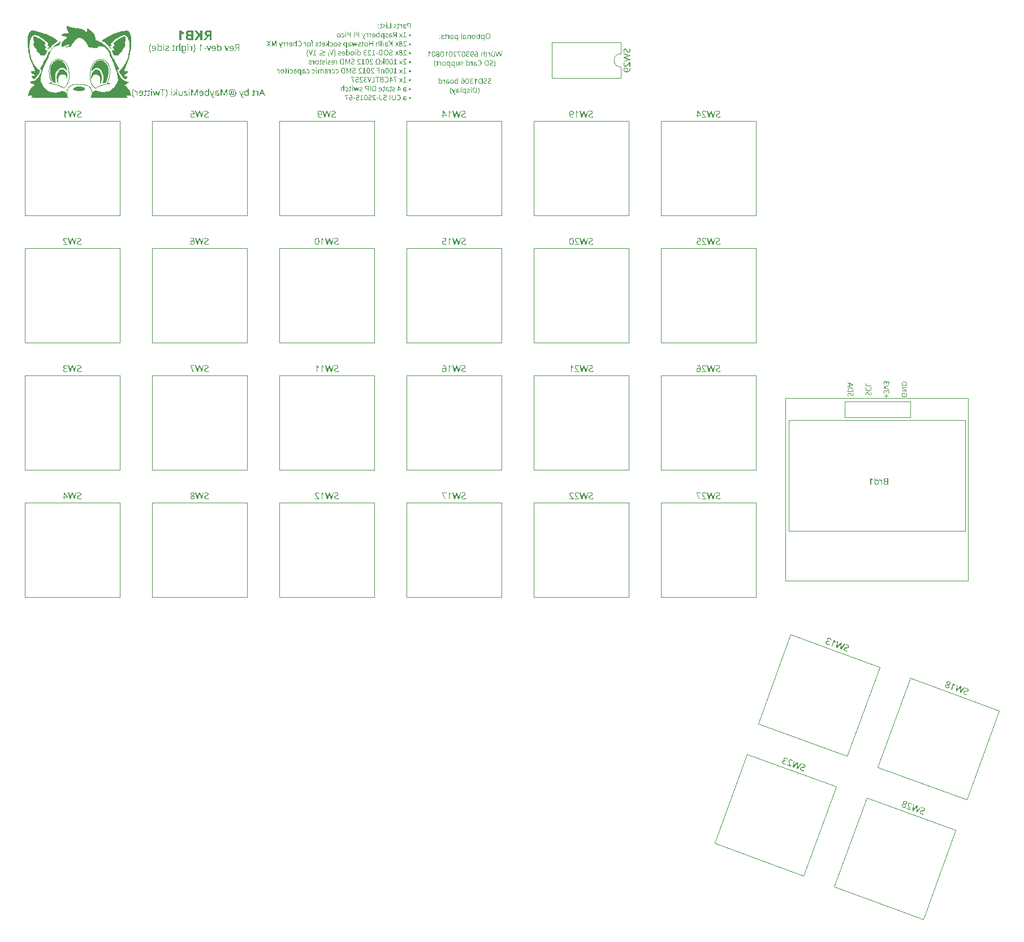
<source format=gbo>
%TF.GenerationSoftware,KiCad,Pcbnew,6.99.0-dfdedfa605*%
%TF.CreationDate,2022-05-26T14:34:28+01:00*%
%TF.ProjectId,keyboard-right,6b657962-6f61-4726-942d-72696768742e,dev-1*%
%TF.SameCoordinates,Original*%
%TF.FileFunction,Legend,Bot*%
%TF.FilePolarity,Positive*%
%FSLAX46Y46*%
G04 Gerber Fmt 4.6, Leading zero omitted, Abs format (unit mm)*
G04 Created by KiCad (PCBNEW 6.99.0-dfdedfa605) date 2022-05-26 14:34:28*
%MOMM*%
%LPD*%
G01*
G04 APERTURE LIST*
%ADD10C,0.150000*%
%ADD11C,0.300000*%
%ADD12C,0.120000*%
G04 APERTURE END LIST*
D10*
G36*
X99522322Y-30447362D02*
G01*
X99537499Y-30447968D01*
X99552339Y-30448980D01*
X99566844Y-30450396D01*
X99581014Y-30452216D01*
X99594847Y-30454441D01*
X99608344Y-30457070D01*
X99621506Y-30460104D01*
X99634332Y-30463543D01*
X99646822Y-30467386D01*
X99658976Y-30471633D01*
X99670794Y-30476285D01*
X99682277Y-30481342D01*
X99693423Y-30486803D01*
X99704234Y-30492669D01*
X99714709Y-30498939D01*
X99724828Y-30505545D01*
X99734618Y-30512467D01*
X99744080Y-30519705D01*
X99753214Y-30527259D01*
X99762020Y-30535129D01*
X99770497Y-30543315D01*
X99778647Y-30551817D01*
X99786468Y-30560635D01*
X99793961Y-30569768D01*
X99801125Y-30579218D01*
X99807962Y-30588984D01*
X99814470Y-30599066D01*
X99820650Y-30609464D01*
X99826502Y-30620178D01*
X99832026Y-30631208D01*
X99837221Y-30642554D01*
X99842095Y-30654180D01*
X99846655Y-30666053D01*
X99850900Y-30678171D01*
X99854831Y-30690535D01*
X99858448Y-30703145D01*
X99861749Y-30716000D01*
X99864737Y-30729102D01*
X99867410Y-30742449D01*
X99869768Y-30756042D01*
X99871812Y-30769880D01*
X99873542Y-30783965D01*
X99874957Y-30798295D01*
X99876057Y-30812871D01*
X99876844Y-30827693D01*
X99877315Y-30842760D01*
X99877473Y-30858073D01*
X99877315Y-30873533D01*
X99876844Y-30888747D01*
X99876057Y-30903716D01*
X99874957Y-30918438D01*
X99873542Y-30932915D01*
X99871812Y-30947146D01*
X99869768Y-30961131D01*
X99867410Y-30974870D01*
X99864737Y-30988364D01*
X99861749Y-31001612D01*
X99858448Y-31014614D01*
X99854831Y-31027370D01*
X99850900Y-31039881D01*
X99846655Y-31052146D01*
X99842095Y-31064165D01*
X99837221Y-31075938D01*
X99832026Y-31087427D01*
X99826502Y-31098592D01*
X99820650Y-31109433D01*
X99814470Y-31119951D01*
X99807962Y-31130145D01*
X99801125Y-31140015D01*
X99793961Y-31149562D01*
X99786468Y-31158785D01*
X99778647Y-31167685D01*
X99770497Y-31176261D01*
X99762020Y-31184513D01*
X99753214Y-31192442D01*
X99744080Y-31200047D01*
X99734618Y-31207329D01*
X99724828Y-31214286D01*
X99714709Y-31220921D01*
X99704239Y-31227167D01*
X99693442Y-31233011D01*
X99682318Y-31238451D01*
X99670867Y-31243489D01*
X99659090Y-31248123D01*
X99646987Y-31252355D01*
X99634556Y-31256183D01*
X99621799Y-31259609D01*
X99608715Y-31262631D01*
X99595305Y-31265251D01*
X99581568Y-31267467D01*
X99567504Y-31269281D01*
X99553113Y-31270691D01*
X99538396Y-31271699D01*
X99523352Y-31272303D01*
X99507982Y-31272505D01*
X99493017Y-31272303D01*
X99478358Y-31271699D01*
X99464007Y-31270691D01*
X99449962Y-31269281D01*
X99436224Y-31267467D01*
X99422793Y-31265251D01*
X99409669Y-31262631D01*
X99396851Y-31259609D01*
X99384341Y-31256183D01*
X99372137Y-31252355D01*
X99360240Y-31248123D01*
X99348650Y-31243489D01*
X99337367Y-31238451D01*
X99326390Y-31233011D01*
X99315721Y-31227167D01*
X99305358Y-31220921D01*
X99295280Y-31214289D01*
X99285513Y-31207338D01*
X99276058Y-31200068D01*
X99266914Y-31192479D01*
X99258082Y-31184570D01*
X99249561Y-31176343D01*
X99241351Y-31167797D01*
X99233453Y-31158932D01*
X99225866Y-31149748D01*
X99218591Y-31140244D01*
X99211627Y-31130422D01*
X99204974Y-31120280D01*
X99198633Y-31109820D01*
X99192603Y-31099040D01*
X99186885Y-31087942D01*
X99181478Y-31076524D01*
X99176391Y-31064822D01*
X99171632Y-31052869D01*
X99167201Y-31040666D01*
X99163099Y-31028213D01*
X99159324Y-31015509D01*
X99155878Y-31002555D01*
X99152760Y-30989351D01*
X99149971Y-30975896D01*
X99147509Y-30962191D01*
X99145376Y-30948236D01*
X99143571Y-30934030D01*
X99142094Y-30919574D01*
X99140945Y-30904867D01*
X99140125Y-30889911D01*
X99139632Y-30874703D01*
X99139468Y-30859246D01*
X99139474Y-30858660D01*
X99245958Y-30858660D01*
X99246019Y-30868255D01*
X99246203Y-30877723D01*
X99246509Y-30887062D01*
X99246938Y-30896273D01*
X99247489Y-30905356D01*
X99248163Y-30914310D01*
X99248960Y-30923137D01*
X99249878Y-30931835D01*
X99250920Y-30940405D01*
X99252083Y-30948846D01*
X99253370Y-30957160D01*
X99254778Y-30965345D01*
X99256310Y-30973402D01*
X99257963Y-30981331D01*
X99259740Y-30989131D01*
X99261639Y-30996803D01*
X99265804Y-31011763D01*
X99270459Y-31026210D01*
X99275604Y-31040144D01*
X99281239Y-31053565D01*
X99287364Y-31066474D01*
X99293979Y-31078869D01*
X99301085Y-31090751D01*
X99308680Y-31102121D01*
X99312660Y-31107579D01*
X99321056Y-31117974D01*
X99330032Y-31127677D01*
X99339588Y-31136686D01*
X99349724Y-31145003D01*
X99360440Y-31152626D01*
X99371736Y-31159557D01*
X99383613Y-31165794D01*
X99396069Y-31171338D01*
X99409106Y-31176189D01*
X99422722Y-31180348D01*
X99436919Y-31183813D01*
X99451695Y-31186585D01*
X99467052Y-31188664D01*
X99474948Y-31189444D01*
X99482989Y-31190050D01*
X99491175Y-31190483D01*
X99499506Y-31190743D01*
X99507982Y-31190830D01*
X99516375Y-31190743D01*
X99524629Y-31190483D01*
X99532742Y-31190050D01*
X99540717Y-31189444D01*
X99556246Y-31187711D01*
X99571216Y-31185286D01*
X99585628Y-31182167D01*
X99599481Y-31178355D01*
X99612776Y-31173850D01*
X99625512Y-31168653D01*
X99637689Y-31162762D01*
X99649307Y-31156178D01*
X99660367Y-31148901D01*
X99670867Y-31140931D01*
X99680810Y-31132268D01*
X99690193Y-31122912D01*
X99699018Y-31112863D01*
X99707284Y-31102121D01*
X99711215Y-31096500D01*
X99718703Y-31084874D01*
X99725691Y-31072735D01*
X99732180Y-31060084D01*
X99738170Y-31046919D01*
X99743661Y-31033241D01*
X99748653Y-31019051D01*
X99753145Y-31004347D01*
X99755205Y-30996803D01*
X99757139Y-30989131D01*
X99758948Y-30981331D01*
X99760633Y-30973402D01*
X99762193Y-30965345D01*
X99763628Y-30957160D01*
X99764938Y-30948846D01*
X99766124Y-30940405D01*
X99767185Y-30931835D01*
X99768121Y-30923137D01*
X99768932Y-30914310D01*
X99769618Y-30905356D01*
X99770180Y-30896273D01*
X99770616Y-30887062D01*
X99770928Y-30877723D01*
X99771116Y-30868255D01*
X99771178Y-30858660D01*
X99771115Y-30849065D01*
X99770927Y-30839602D01*
X99770613Y-30830269D01*
X99770174Y-30821068D01*
X99769609Y-30811997D01*
X99768918Y-30803057D01*
X99768102Y-30794248D01*
X99767160Y-30785570D01*
X99766093Y-30777023D01*
X99764900Y-30768607D01*
X99763582Y-30760321D01*
X99762138Y-30752167D01*
X99760569Y-30744143D01*
X99758874Y-30736250D01*
X99757053Y-30728489D01*
X99755107Y-30720858D01*
X99750838Y-30705989D01*
X99746067Y-30691643D01*
X99740793Y-30677821D01*
X99735018Y-30664523D01*
X99728740Y-30651749D01*
X99721960Y-30639497D01*
X99714678Y-30627770D01*
X99706893Y-30616566D01*
X99702794Y-30611169D01*
X99694178Y-30600887D01*
X99685007Y-30591292D01*
X99675280Y-30582381D01*
X99664997Y-30574157D01*
X99654159Y-30566617D01*
X99642765Y-30559763D01*
X99630815Y-30553594D01*
X99618310Y-30548111D01*
X99605249Y-30543313D01*
X99591633Y-30539201D01*
X99577461Y-30535774D01*
X99562733Y-30533032D01*
X99547449Y-30530976D01*
X99539599Y-30530205D01*
X99531610Y-30529605D01*
X99523482Y-30529177D01*
X99515215Y-30528920D01*
X99506810Y-30528834D01*
X99498406Y-30528920D01*
X99490145Y-30529177D01*
X99482026Y-30529605D01*
X99474050Y-30530205D01*
X99458527Y-30531918D01*
X99443575Y-30534317D01*
X99429194Y-30537402D01*
X99415383Y-30541171D01*
X99402144Y-30545627D01*
X99389475Y-30550767D01*
X99377378Y-30556593D01*
X99365851Y-30563104D01*
X99354895Y-30570301D01*
X99344510Y-30578183D01*
X99334696Y-30586751D01*
X99325453Y-30596004D01*
X99316781Y-30605942D01*
X99308680Y-30616566D01*
X99301085Y-30627770D01*
X99293979Y-30639497D01*
X99287364Y-30651749D01*
X99281239Y-30664523D01*
X99275604Y-30677821D01*
X99270459Y-30691643D01*
X99265804Y-30705989D01*
X99261639Y-30720858D01*
X99259740Y-30728489D01*
X99257963Y-30736250D01*
X99256310Y-30744143D01*
X99254778Y-30752167D01*
X99253370Y-30760321D01*
X99252083Y-30768607D01*
X99250920Y-30777023D01*
X99249878Y-30785570D01*
X99248960Y-30794248D01*
X99248163Y-30803057D01*
X99247489Y-30811997D01*
X99246938Y-30821068D01*
X99246509Y-30830269D01*
X99246203Y-30839602D01*
X99246019Y-30849065D01*
X99245958Y-30858660D01*
X99139474Y-30858660D01*
X99139632Y-30843788D01*
X99140125Y-30828581D01*
X99140945Y-30813624D01*
X99142094Y-30798918D01*
X99143571Y-30784462D01*
X99145376Y-30770256D01*
X99147509Y-30756301D01*
X99149971Y-30742595D01*
X99152760Y-30729141D01*
X99155878Y-30715936D01*
X99159324Y-30702982D01*
X99163099Y-30690279D01*
X99167201Y-30677825D01*
X99171632Y-30665622D01*
X99176391Y-30653670D01*
X99181478Y-30641967D01*
X99186885Y-30630553D01*
X99192603Y-30619463D01*
X99198633Y-30608699D01*
X99204974Y-30598260D01*
X99211627Y-30588146D01*
X99218591Y-30578357D01*
X99225866Y-30568894D01*
X99233453Y-30559755D01*
X99241351Y-30550942D01*
X99249561Y-30542454D01*
X99258082Y-30534291D01*
X99266914Y-30526453D01*
X99276058Y-30518940D01*
X99285513Y-30511752D01*
X99295280Y-30504890D01*
X99305358Y-30498353D01*
X99315716Y-30492153D01*
X99326372Y-30486354D01*
X99337326Y-30480955D01*
X99348577Y-30475956D01*
X99360126Y-30471356D01*
X99371972Y-30467157D01*
X99384116Y-30463357D01*
X99396558Y-30459958D01*
X99409298Y-30456958D01*
X99422335Y-30454358D01*
X99435670Y-30452159D01*
X99449303Y-30450359D01*
X99463233Y-30448959D01*
X99477461Y-30447959D01*
X99491986Y-30447359D01*
X99506810Y-30447159D01*
X99522322Y-30447362D01*
G37*
G36*
X98694979Y-30647270D02*
G01*
X98703862Y-30647483D01*
X98712517Y-30647911D01*
X98720945Y-30648552D01*
X98729145Y-30649407D01*
X98737118Y-30650475D01*
X98748652Y-30652479D01*
X98759673Y-30654963D01*
X98770182Y-30657929D01*
X98780180Y-30661375D01*
X98789666Y-30665302D01*
X98798640Y-30669710D01*
X98807103Y-30674598D01*
X98812484Y-30678066D01*
X98820309Y-30683452D01*
X98827839Y-30689057D01*
X98835073Y-30694883D01*
X98842013Y-30700928D01*
X98848656Y-30707192D01*
X98855005Y-30713677D01*
X98861058Y-30720382D01*
X98866815Y-30727306D01*
X98872278Y-30734450D01*
X98877445Y-30741814D01*
X98881939Y-30741814D01*
X98895421Y-30659748D01*
X98976119Y-30659748D01*
X98976119Y-31535115D01*
X98877445Y-31535115D01*
X98877445Y-31285205D01*
X98877527Y-31276797D01*
X98877774Y-31267840D01*
X98878106Y-31259955D01*
X98878553Y-31251689D01*
X98879114Y-31243041D01*
X98879789Y-31234012D01*
X98880194Y-31228569D01*
X98880876Y-31219895D01*
X98881568Y-31211717D01*
X98882411Y-31202557D01*
X98883267Y-31194113D01*
X98884283Y-31185163D01*
X98877445Y-31185163D01*
X98874168Y-31189478D01*
X98868964Y-31195827D01*
X98863413Y-31202028D01*
X98857515Y-31208082D01*
X98851270Y-31213988D01*
X98844678Y-31219746D01*
X98837740Y-31225357D01*
X98830454Y-31230820D01*
X98822822Y-31236135D01*
X98814843Y-31241302D01*
X98806516Y-31246322D01*
X98803648Y-31247933D01*
X98794762Y-31252459D01*
X98785458Y-31256524D01*
X98775734Y-31260129D01*
X98765592Y-31263274D01*
X98755030Y-31265959D01*
X98744049Y-31268184D01*
X98732650Y-31269948D01*
X98724817Y-31270868D01*
X98716798Y-31271584D01*
X98708593Y-31272096D01*
X98700202Y-31272402D01*
X98691625Y-31272505D01*
X98677802Y-31272193D01*
X98664324Y-31271259D01*
X98651192Y-31269702D01*
X98638404Y-31267522D01*
X98625961Y-31264719D01*
X98613864Y-31261294D01*
X98602111Y-31257246D01*
X98590703Y-31252575D01*
X98579641Y-31247281D01*
X98568923Y-31241364D01*
X98558550Y-31234824D01*
X98548523Y-31227662D01*
X98538840Y-31219877D01*
X98529502Y-31211468D01*
X98520510Y-31202438D01*
X98511862Y-31192784D01*
X98503652Y-31182504D01*
X98495971Y-31171645D01*
X98488820Y-31160205D01*
X98482199Y-31148185D01*
X98476107Y-31135585D01*
X98470545Y-31122405D01*
X98465513Y-31108645D01*
X98461011Y-31094305D01*
X98457038Y-31079385D01*
X98455250Y-31071707D01*
X98453595Y-31063885D01*
X98452072Y-31055917D01*
X98450681Y-31047804D01*
X98449423Y-31039547D01*
X98448298Y-31031144D01*
X98447305Y-31022596D01*
X98446444Y-31013903D01*
X98445715Y-31005066D01*
X98445119Y-30996083D01*
X98444656Y-30986955D01*
X98444325Y-30977682D01*
X98444126Y-30968264D01*
X98444060Y-30958702D01*
X98444071Y-30957138D01*
X98546056Y-30957138D01*
X98546073Y-30961349D01*
X98546209Y-30969682D01*
X98546480Y-30977898D01*
X98546888Y-30985996D01*
X98547431Y-30993977D01*
X98548111Y-31001840D01*
X98549384Y-31013414D01*
X98550964Y-31024724D01*
X98552849Y-31035769D01*
X98555040Y-31046550D01*
X98557536Y-31057067D01*
X98560338Y-31067318D01*
X98563446Y-31077306D01*
X98565666Y-31083790D01*
X98569263Y-31093192D01*
X98573179Y-31102206D01*
X98577415Y-31110833D01*
X98581970Y-31119071D01*
X98586844Y-31126921D01*
X98592038Y-31134382D01*
X98597551Y-31141456D01*
X98603384Y-31148142D01*
X98609536Y-31154439D01*
X98616007Y-31160348D01*
X98620503Y-31164040D01*
X98627531Y-31169130D01*
X98634899Y-31173684D01*
X98642607Y-31177703D01*
X98650655Y-31181185D01*
X98659043Y-31184132D01*
X98667771Y-31186543D01*
X98676839Y-31188419D01*
X98686247Y-31189758D01*
X98695996Y-31190562D01*
X98706084Y-31190830D01*
X98718175Y-31190594D01*
X98729778Y-31189887D01*
X98740895Y-31188707D01*
X98751525Y-31187056D01*
X98761668Y-31184934D01*
X98771324Y-31182339D01*
X98780493Y-31179273D01*
X98789175Y-31175736D01*
X98797370Y-31171726D01*
X98805078Y-31167245D01*
X98812300Y-31162292D01*
X98819034Y-31156868D01*
X98825281Y-31150972D01*
X98831042Y-31144604D01*
X98836315Y-31137764D01*
X98841101Y-31130453D01*
X98845502Y-31122704D01*
X98849619Y-31114553D01*
X98853452Y-31105998D01*
X98857001Y-31097041D01*
X98860267Y-31087680D01*
X98863248Y-31077916D01*
X98865945Y-31067750D01*
X98868359Y-31057180D01*
X98870488Y-31046208D01*
X98872334Y-31034832D01*
X98873895Y-31023053D01*
X98875173Y-31010872D01*
X98876167Y-30998287D01*
X98876877Y-30985300D01*
X98877303Y-30971909D01*
X98877445Y-30958115D01*
X98877445Y-30938967D01*
X98877038Y-30925916D01*
X98876355Y-30913288D01*
X98875395Y-30901082D01*
X98874160Y-30889300D01*
X98872648Y-30877940D01*
X98870859Y-30867004D01*
X98868795Y-30856490D01*
X98866454Y-30846399D01*
X98863836Y-30836730D01*
X98860943Y-30827485D01*
X98857773Y-30818663D01*
X98854327Y-30810263D01*
X98850605Y-30802286D01*
X98846606Y-30794732D01*
X98842331Y-30787601D01*
X98837780Y-30780893D01*
X98832878Y-30774599D01*
X98827552Y-30768711D01*
X98821801Y-30763229D01*
X98815627Y-30758154D01*
X98809028Y-30753484D01*
X98802004Y-30749221D01*
X98794556Y-30745363D01*
X98786684Y-30741912D01*
X98778387Y-30738866D01*
X98769666Y-30736227D01*
X98760521Y-30733994D01*
X98750951Y-30732166D01*
X98740957Y-30730745D01*
X98730539Y-30729730D01*
X98719696Y-30729121D01*
X98708429Y-30728918D01*
X98698241Y-30729161D01*
X98688391Y-30729889D01*
X98678879Y-30731102D01*
X98669704Y-30732801D01*
X98660866Y-30734986D01*
X98652366Y-30737656D01*
X98644203Y-30740811D01*
X98636377Y-30744452D01*
X98628889Y-30748578D01*
X98621738Y-30753189D01*
X98614924Y-30758287D01*
X98608448Y-30763869D01*
X98602309Y-30769937D01*
X98596507Y-30776490D01*
X98591043Y-30783529D01*
X98585916Y-30791053D01*
X98581089Y-30798983D01*
X98576574Y-30807240D01*
X98572370Y-30815824D01*
X98568477Y-30824734D01*
X98564896Y-30833971D01*
X98561626Y-30843535D01*
X98558668Y-30853425D01*
X98556021Y-30863642D01*
X98553685Y-30874186D01*
X98551661Y-30885056D01*
X98549949Y-30896253D01*
X98548547Y-30907777D01*
X98547457Y-30919627D01*
X98546679Y-30931804D01*
X98546212Y-30944308D01*
X98546056Y-30957138D01*
X98444071Y-30957138D01*
X98444126Y-30949009D01*
X98444325Y-30939470D01*
X98444656Y-30930084D01*
X98445119Y-30920853D01*
X98445715Y-30911775D01*
X98446444Y-30902852D01*
X98447305Y-30894082D01*
X98448298Y-30885465D01*
X98449423Y-30877003D01*
X98450681Y-30868694D01*
X98452072Y-30860539D01*
X98453595Y-30852538D01*
X98455250Y-30844691D01*
X98457038Y-30836998D01*
X98461011Y-30822072D01*
X98465513Y-30807762D01*
X98470545Y-30794067D01*
X98476107Y-30780987D01*
X98482199Y-30768522D01*
X98488820Y-30756672D01*
X98495971Y-30745438D01*
X98503652Y-30734819D01*
X98511862Y-30724815D01*
X98520505Y-30715421D01*
X98529484Y-30706634D01*
X98538799Y-30698452D01*
X98548449Y-30690877D01*
X98558436Y-30683908D01*
X98568758Y-30677544D01*
X98579416Y-30671787D01*
X98590410Y-30666636D01*
X98601740Y-30662091D01*
X98613406Y-30658152D01*
X98625407Y-30654818D01*
X98637745Y-30652091D01*
X98650418Y-30649970D01*
X98663427Y-30648455D01*
X98676772Y-30647546D01*
X98690452Y-30647243D01*
X98694979Y-30647270D01*
G37*
G36*
X98087075Y-31190830D02*
G01*
X98078614Y-31190699D01*
X98070085Y-31190308D01*
X98061486Y-31189655D01*
X98052820Y-31188742D01*
X98044084Y-31187567D01*
X98041157Y-31187117D01*
X98032614Y-31185631D01*
X98024716Y-31184104D01*
X98016319Y-31182270D01*
X98007798Y-31180106D01*
X98003055Y-31178715D01*
X98003055Y-31254724D01*
X98010539Y-31258003D01*
X98017981Y-31260590D01*
X98026371Y-31262972D01*
X98034086Y-31264799D01*
X98042460Y-31266483D01*
X98047800Y-31267424D01*
X98056846Y-31268888D01*
X98065787Y-31270104D01*
X98074622Y-31271071D01*
X98083353Y-31271790D01*
X98091979Y-31272262D01*
X98100500Y-31272485D01*
X98103879Y-31272505D01*
X98112610Y-31272364D01*
X98121217Y-31271941D01*
X98129700Y-31271237D01*
X98138060Y-31270252D01*
X98146297Y-31268984D01*
X98154409Y-31267435D01*
X98162398Y-31265604D01*
X98170264Y-31263492D01*
X98178006Y-31261098D01*
X98185624Y-31258423D01*
X98190634Y-31256482D01*
X98197940Y-31253234D01*
X98204986Y-31249570D01*
X98211771Y-31245490D01*
X98218294Y-31240994D01*
X98224557Y-31236083D01*
X98230558Y-31230757D01*
X98236299Y-31225015D01*
X98241778Y-31218857D01*
X98246997Y-31212283D01*
X98251954Y-31205294D01*
X98255114Y-31200404D01*
X98259514Y-31192610D01*
X98263481Y-31184250D01*
X98267015Y-31175323D01*
X98270116Y-31165829D01*
X98272785Y-31155768D01*
X98275021Y-31145140D01*
X98276824Y-31133946D01*
X98277786Y-31126169D01*
X98278555Y-31118139D01*
X98279132Y-31109858D01*
X98279517Y-31101325D01*
X98279709Y-31092540D01*
X98279733Y-31088053D01*
X98279733Y-30741423D01*
X98364730Y-30741423D01*
X98364730Y-30691402D01*
X98278561Y-30651737D01*
X98239287Y-30522191D01*
X98181059Y-30522191D01*
X98181059Y-30659748D01*
X98007549Y-30659748D01*
X98007549Y-30741423D01*
X98181059Y-30741423D01*
X98181059Y-31084535D01*
X98180829Y-31094471D01*
X98180139Y-31103909D01*
X98178988Y-31112849D01*
X98177377Y-31121291D01*
X98175306Y-31129235D01*
X98172775Y-31136681D01*
X98168684Y-31145834D01*
X98163775Y-31154101D01*
X98158047Y-31161483D01*
X98154877Y-31164842D01*
X98148047Y-31170933D01*
X98140747Y-31176212D01*
X98132977Y-31180679D01*
X98124737Y-31184333D01*
X98116027Y-31187175D01*
X98106846Y-31189206D01*
X98097196Y-31190424D01*
X98087075Y-31190830D01*
G37*
G36*
X97833062Y-30434654D02*
G01*
X97824821Y-30435183D01*
X97816951Y-30436770D01*
X97809452Y-30439415D01*
X97802324Y-30443117D01*
X97795567Y-30447878D01*
X97793397Y-30449699D01*
X97787487Y-30455953D01*
X97782800Y-30463429D01*
X97779336Y-30472128D01*
X97777383Y-30480311D01*
X97776279Y-30489343D01*
X97776007Y-30497180D01*
X97776432Y-30506568D01*
X97777705Y-30515193D01*
X97779828Y-30523055D01*
X97783496Y-30531481D01*
X97788387Y-30538808D01*
X97793397Y-30544075D01*
X97800031Y-30549387D01*
X97807035Y-30553600D01*
X97814410Y-30556714D01*
X97822157Y-30558729D01*
X97830274Y-30559645D01*
X97833062Y-30559706D01*
X97842020Y-30559157D01*
X97850428Y-30557508D01*
X97858286Y-30554760D01*
X97865595Y-30550914D01*
X97872355Y-30545968D01*
X97874486Y-30544075D01*
X97880196Y-30537663D01*
X97884726Y-30530153D01*
X97888073Y-30521543D01*
X97889960Y-30513529D01*
X97891027Y-30504752D01*
X97891290Y-30497180D01*
X97891027Y-30489343D01*
X97889960Y-30480311D01*
X97888073Y-30472128D01*
X97885366Y-30464794D01*
X97881033Y-30457114D01*
X97875520Y-30450657D01*
X97874486Y-30449699D01*
X97867910Y-30444586D01*
X97860784Y-30440531D01*
X97853108Y-30437534D01*
X97844884Y-30435594D01*
X97836109Y-30434713D01*
X97833062Y-30434654D01*
G37*
G36*
X97784800Y-30659748D02*
G01*
X97784800Y-31260000D01*
X97883474Y-31260000D01*
X97883474Y-30659748D01*
X97784800Y-30659748D01*
G37*
G36*
X97357664Y-30647322D02*
G01*
X97365566Y-30647560D01*
X97381054Y-30648510D01*
X97396121Y-30650094D01*
X97410766Y-30652311D01*
X97424990Y-30655162D01*
X97438793Y-30658646D01*
X97452175Y-30662764D01*
X97465135Y-30667515D01*
X97477674Y-30672900D01*
X97489791Y-30678918D01*
X97501487Y-30685570D01*
X97512762Y-30692855D01*
X97523616Y-30700774D01*
X97534048Y-30709327D01*
X97544059Y-30718512D01*
X97553648Y-30728332D01*
X97558265Y-30733454D01*
X97567057Y-30744102D01*
X97575264Y-30755285D01*
X97582884Y-30767004D01*
X97589918Y-30779259D01*
X97596366Y-30792050D01*
X97602228Y-30805376D01*
X97607504Y-30819239D01*
X97612193Y-30833637D01*
X97616297Y-30848571D01*
X97618128Y-30856239D01*
X97619814Y-30864040D01*
X97621352Y-30871976D01*
X97622745Y-30880046D01*
X97623990Y-30888250D01*
X97625089Y-30896587D01*
X97626042Y-30905059D01*
X97626848Y-30913664D01*
X97627507Y-30922404D01*
X97628020Y-30931277D01*
X97628387Y-30940285D01*
X97628606Y-30949426D01*
X97628680Y-30958702D01*
X97628540Y-30971091D01*
X97628121Y-30983248D01*
X97627423Y-30995173D01*
X97626445Y-31006866D01*
X97625188Y-31018327D01*
X97623651Y-31029556D01*
X97621836Y-31040553D01*
X97619740Y-31051318D01*
X97617366Y-31061851D01*
X97614712Y-31072152D01*
X97611779Y-31082221D01*
X97608566Y-31092058D01*
X97605074Y-31101663D01*
X97601303Y-31111036D01*
X97597253Y-31120177D01*
X97592923Y-31129085D01*
X97588326Y-31137746D01*
X97583525Y-31146143D01*
X97578520Y-31154275D01*
X97573310Y-31162144D01*
X97567895Y-31169748D01*
X97562276Y-31177088D01*
X97556453Y-31184164D01*
X97550424Y-31190976D01*
X97544192Y-31197524D01*
X97537754Y-31203808D01*
X97531112Y-31209828D01*
X97524266Y-31215584D01*
X97517215Y-31221076D01*
X97509959Y-31226303D01*
X97502499Y-31231267D01*
X97494835Y-31235966D01*
X97487000Y-31240391D01*
X97479029Y-31244530D01*
X97470923Y-31248383D01*
X97462680Y-31251952D01*
X97454302Y-31255234D01*
X97445788Y-31258232D01*
X97437138Y-31260944D01*
X97428352Y-31263370D01*
X97419430Y-31265511D01*
X97410372Y-31267366D01*
X97401179Y-31268936D01*
X97391850Y-31270221D01*
X97382385Y-31271220D01*
X97372783Y-31271934D01*
X97363047Y-31272362D01*
X97353174Y-31272505D01*
X97345166Y-31272425D01*
X97337263Y-31272184D01*
X97321770Y-31271222D01*
X97306696Y-31269620D01*
X97292040Y-31267376D01*
X97277802Y-31264491D01*
X97263982Y-31260964D01*
X97250581Y-31256797D01*
X97237598Y-31251988D01*
X97225033Y-31246539D01*
X97212887Y-31240448D01*
X97201159Y-31233716D01*
X97189849Y-31226343D01*
X97178957Y-31218329D01*
X97168483Y-31209673D01*
X97158428Y-31200377D01*
X97148791Y-31190439D01*
X97139635Y-31179917D01*
X97131069Y-31168866D01*
X97123093Y-31157288D01*
X97115709Y-31145181D01*
X97108915Y-31132546D01*
X97102712Y-31119383D01*
X97097100Y-31105691D01*
X97092078Y-31091472D01*
X97087648Y-31076724D01*
X97085654Y-31069152D01*
X97083808Y-31061448D01*
X97082109Y-31053612D01*
X97080558Y-31045644D01*
X97079155Y-31037544D01*
X97077900Y-31029312D01*
X97076792Y-31020948D01*
X97075832Y-31012452D01*
X97075020Y-31003823D01*
X97074355Y-30995063D01*
X97073838Y-30986171D01*
X97073469Y-30977146D01*
X97073248Y-30967990D01*
X97073174Y-30958702D01*
X97073181Y-30958115D01*
X97174974Y-30958115D01*
X97175141Y-30971350D01*
X97175640Y-30984237D01*
X97176472Y-30996776D01*
X97177636Y-31008967D01*
X97179134Y-31020809D01*
X97180964Y-31032304D01*
X97183127Y-31043451D01*
X97185623Y-31054249D01*
X97188452Y-31064700D01*
X97191613Y-31074802D01*
X97195107Y-31084557D01*
X97198934Y-31093963D01*
X97203094Y-31103022D01*
X97207587Y-31111732D01*
X97212412Y-31120094D01*
X97217570Y-31128108D01*
X97223082Y-31135704D01*
X97228970Y-31142809D01*
X97235234Y-31149424D01*
X97241872Y-31155549D01*
X97248887Y-31161184D01*
X97256277Y-31166329D01*
X97264042Y-31170984D01*
X97272183Y-31175150D01*
X97280699Y-31178825D01*
X97289591Y-31182010D01*
X97298859Y-31184705D01*
X97308502Y-31186910D01*
X97318520Y-31188625D01*
X97328914Y-31189850D01*
X97339684Y-31190585D01*
X97350829Y-31190830D01*
X97362114Y-31190585D01*
X97373009Y-31189850D01*
X97383516Y-31188625D01*
X97393633Y-31186910D01*
X97403360Y-31184705D01*
X97412699Y-31182010D01*
X97421648Y-31178825D01*
X97430208Y-31175150D01*
X97438379Y-31170984D01*
X97446160Y-31166329D01*
X97453552Y-31161184D01*
X97460555Y-31155549D01*
X97467169Y-31149424D01*
X97473393Y-31142809D01*
X97479228Y-31135704D01*
X97484674Y-31128108D01*
X97489761Y-31120094D01*
X97494520Y-31111732D01*
X97498951Y-31103022D01*
X97503053Y-31093963D01*
X97506828Y-31084557D01*
X97510274Y-31074802D01*
X97513392Y-31064700D01*
X97516182Y-31054249D01*
X97518643Y-31043451D01*
X97520776Y-31032304D01*
X97522581Y-31020809D01*
X97524058Y-31008967D01*
X97525207Y-30996776D01*
X97526028Y-30984237D01*
X97526520Y-30971350D01*
X97526684Y-30958115D01*
X97526522Y-30944887D01*
X97526037Y-30932021D01*
X97525228Y-30919517D01*
X97524095Y-30907374D01*
X97522639Y-30895593D01*
X97520859Y-30884174D01*
X97518755Y-30873117D01*
X97516328Y-30862421D01*
X97513577Y-30852087D01*
X97510503Y-30842115D01*
X97507105Y-30832505D01*
X97503383Y-30823257D01*
X97499338Y-30814370D01*
X97494969Y-30805845D01*
X97490276Y-30797682D01*
X97485260Y-30789881D01*
X97479885Y-30782499D01*
X97474117Y-30775593D01*
X97467954Y-30769163D01*
X97461398Y-30763210D01*
X97454448Y-30757732D01*
X97447104Y-30752732D01*
X97439366Y-30748207D01*
X97431234Y-30744159D01*
X97422708Y-30740587D01*
X97413789Y-30737491D01*
X97404476Y-30734871D01*
X97394768Y-30732728D01*
X97384667Y-30731061D01*
X97374173Y-30729870D01*
X97363284Y-30729156D01*
X97352001Y-30728918D01*
X97340714Y-30729156D01*
X97329812Y-30729870D01*
X97319294Y-30731061D01*
X97309161Y-30732728D01*
X97299413Y-30734871D01*
X97290049Y-30737491D01*
X97281070Y-30740587D01*
X97272476Y-30744159D01*
X97264266Y-30748207D01*
X97256441Y-30752732D01*
X97249001Y-30757732D01*
X97241946Y-30763210D01*
X97235275Y-30769163D01*
X97228989Y-30775593D01*
X97223087Y-30782499D01*
X97217570Y-30789881D01*
X97212412Y-30797682D01*
X97207587Y-30805845D01*
X97203094Y-30814370D01*
X97198934Y-30823257D01*
X97195107Y-30832505D01*
X97191613Y-30842115D01*
X97188452Y-30852087D01*
X97185623Y-30862421D01*
X97183127Y-30873117D01*
X97180964Y-30884174D01*
X97179134Y-30895593D01*
X97177636Y-30907374D01*
X97176472Y-30919517D01*
X97175640Y-30932021D01*
X97175141Y-30944887D01*
X97174974Y-30958115D01*
X97073181Y-30958115D01*
X97073312Y-30946317D01*
X97073726Y-30934173D01*
X97074417Y-30922271D01*
X97075384Y-30910610D01*
X97076628Y-30899190D01*
X97078147Y-30888012D01*
X97079943Y-30877074D01*
X97082015Y-30866378D01*
X97084364Y-30855923D01*
X97086989Y-30845709D01*
X97089890Y-30835736D01*
X97093067Y-30826004D01*
X97096521Y-30816514D01*
X97100251Y-30807265D01*
X97104258Y-30798257D01*
X97108540Y-30789490D01*
X97113042Y-30780971D01*
X97117754Y-30772708D01*
X97122677Y-30764699D01*
X97127811Y-30756945D01*
X97133155Y-30749446D01*
X97138710Y-30742202D01*
X97144476Y-30735212D01*
X97150452Y-30728478D01*
X97156639Y-30721999D01*
X97163037Y-30715775D01*
X97169645Y-30709805D01*
X97176464Y-30704091D01*
X97183494Y-30698631D01*
X97190734Y-30693426D01*
X97198185Y-30688477D01*
X97205847Y-30683782D01*
X97213690Y-30679357D01*
X97221686Y-30675218D01*
X97229834Y-30671364D01*
X97238135Y-30667796D01*
X97246589Y-30664513D01*
X97255196Y-30661516D01*
X97263955Y-30658804D01*
X97272867Y-30656378D01*
X97281931Y-30654237D01*
X97291148Y-30652381D01*
X97300518Y-30650811D01*
X97310041Y-30649527D01*
X97319716Y-30648528D01*
X97329543Y-30647814D01*
X97339524Y-30647386D01*
X97349657Y-30647243D01*
X97357664Y-30647322D01*
G37*
G36*
X96628456Y-30647243D02*
G01*
X96615228Y-30647447D01*
X96602411Y-30648058D01*
X96590004Y-30649077D01*
X96578008Y-30650504D01*
X96566423Y-30652338D01*
X96555248Y-30654579D01*
X96544483Y-30657229D01*
X96534130Y-30660286D01*
X96524187Y-30663750D01*
X96514655Y-30667622D01*
X96505533Y-30671902D01*
X96496822Y-30676589D01*
X96488521Y-30681684D01*
X96480632Y-30687186D01*
X96473152Y-30693096D01*
X96466084Y-30699413D01*
X96459435Y-30706186D01*
X96453215Y-30713463D01*
X96447424Y-30721244D01*
X96442063Y-30729528D01*
X96437130Y-30738317D01*
X96432626Y-30747609D01*
X96428551Y-30757404D01*
X96424904Y-30767704D01*
X96421687Y-30778507D01*
X96418899Y-30789814D01*
X96416540Y-30801624D01*
X96414610Y-30813939D01*
X96413108Y-30826757D01*
X96412036Y-30840079D01*
X96411392Y-30853905D01*
X96411178Y-30868234D01*
X96411178Y-31260000D01*
X96508680Y-31260000D01*
X96508680Y-30874096D01*
X96508811Y-30865164D01*
X96509204Y-30856516D01*
X96509860Y-30848151D01*
X96510777Y-30840070D01*
X96511957Y-30832272D01*
X96515103Y-30817527D01*
X96519298Y-30803917D01*
X96524542Y-30791441D01*
X96530834Y-30780099D01*
X96538175Y-30769891D01*
X96546565Y-30760817D01*
X96556003Y-30752878D01*
X96566490Y-30746073D01*
X96578026Y-30740402D01*
X96590611Y-30735865D01*
X96604244Y-30732462D01*
X96618926Y-30730194D01*
X96634657Y-30729060D01*
X96642916Y-30728918D01*
X96655155Y-30729138D01*
X96666912Y-30729797D01*
X96678187Y-30730896D01*
X96688980Y-30732435D01*
X96699290Y-30734413D01*
X96709118Y-30736831D01*
X96718463Y-30739689D01*
X96727326Y-30742986D01*
X96735707Y-30746723D01*
X96743605Y-30750900D01*
X96751021Y-30755516D01*
X96757954Y-30760572D01*
X96764405Y-30766067D01*
X96770374Y-30772002D01*
X96775860Y-30778377D01*
X96780864Y-30785191D01*
X96785454Y-30792419D01*
X96789748Y-30800032D01*
X96793746Y-30808032D01*
X96797448Y-30816418D01*
X96800854Y-30825190D01*
X96803963Y-30834348D01*
X96806777Y-30843893D01*
X96809294Y-30853824D01*
X96811515Y-30864141D01*
X96813440Y-30874844D01*
X96815069Y-30885933D01*
X96816401Y-30897409D01*
X96817438Y-30909271D01*
X96818178Y-30921519D01*
X96818622Y-30934153D01*
X96818770Y-30947173D01*
X96818770Y-31260000D01*
X96917445Y-31260000D01*
X96917445Y-30659748D01*
X96837919Y-30659748D01*
X96823265Y-30740446D01*
X96817794Y-30740446D01*
X96812137Y-30731828D01*
X96806086Y-30723632D01*
X96799640Y-30715859D01*
X96792798Y-30708508D01*
X96785562Y-30701580D01*
X96777931Y-30695074D01*
X96769905Y-30688991D01*
X96761483Y-30683330D01*
X96752667Y-30678091D01*
X96743456Y-30673276D01*
X96737096Y-30670300D01*
X96727376Y-30666179D01*
X96717559Y-30662464D01*
X96707647Y-30659154D01*
X96697638Y-30656250D01*
X96687533Y-30653750D01*
X96677332Y-30651656D01*
X96667035Y-30649967D01*
X96656642Y-30648684D01*
X96646153Y-30647806D01*
X96635567Y-30647333D01*
X96628456Y-30647243D01*
G37*
G36*
X96005572Y-30647304D02*
G01*
X96016401Y-30647625D01*
X96027155Y-30648220D01*
X96037833Y-30649090D01*
X96048436Y-30650235D01*
X96058963Y-30651655D01*
X96069415Y-30653349D01*
X96079791Y-30655318D01*
X96090092Y-30657562D01*
X96100317Y-30660081D01*
X96110466Y-30662875D01*
X96117126Y-30664854D01*
X96126900Y-30667917D01*
X96136417Y-30671093D01*
X96145676Y-30674383D01*
X96154678Y-30677786D01*
X96163422Y-30681303D01*
X96171909Y-30684933D01*
X96180137Y-30688676D01*
X96188109Y-30692533D01*
X96195822Y-30696502D01*
X96203279Y-30700586D01*
X96172992Y-30778548D01*
X96168355Y-30776147D01*
X96161318Y-30772608D01*
X96154186Y-30769145D01*
X96146957Y-30765757D01*
X96139632Y-30762445D01*
X96132211Y-30759208D01*
X96124693Y-30756047D01*
X96117080Y-30752962D01*
X96109370Y-30749952D01*
X96101564Y-30747017D01*
X96093662Y-30744159D01*
X96088320Y-30742313D01*
X96080241Y-30739768D01*
X96072083Y-30737491D01*
X96063847Y-30735481D01*
X96055531Y-30733740D01*
X96047136Y-30732267D01*
X96038662Y-30731061D01*
X96030109Y-30730123D01*
X96021477Y-30729454D01*
X96012766Y-30729052D01*
X96003976Y-30728918D01*
X95996657Y-30729040D01*
X95986072Y-30729681D01*
X95975962Y-30730872D01*
X95966325Y-30732612D01*
X95957163Y-30734902D01*
X95948474Y-30737741D01*
X95940259Y-30741130D01*
X95932519Y-30745068D01*
X95925252Y-30749556D01*
X95918460Y-30754594D01*
X95912141Y-30760181D01*
X95908213Y-30764257D01*
X95902797Y-30771092D01*
X95897951Y-30778792D01*
X95893674Y-30787358D01*
X95889968Y-30796790D01*
X95886833Y-30807087D01*
X95884267Y-30818250D01*
X95882873Y-30826172D01*
X95881733Y-30834480D01*
X95880846Y-30843172D01*
X95880212Y-30852248D01*
X95879832Y-30861710D01*
X95879706Y-30871556D01*
X95879706Y-30909853D01*
X95981506Y-30909853D01*
X95990603Y-30909900D01*
X95999551Y-30910042D01*
X96008350Y-30910279D01*
X96017001Y-30910610D01*
X96025502Y-30911036D01*
X96033855Y-30911557D01*
X96042059Y-30912172D01*
X96050114Y-30912882D01*
X96065777Y-30914585D01*
X96080846Y-30916667D01*
X96095319Y-30919128D01*
X96109196Y-30921967D01*
X96122478Y-30925185D01*
X96135165Y-30928782D01*
X96147257Y-30932757D01*
X96158753Y-30937110D01*
X96169654Y-30941843D01*
X96179959Y-30946953D01*
X96189670Y-30952443D01*
X96198784Y-30958311D01*
X96207326Y-30964503D01*
X96215317Y-30971014D01*
X96222756Y-30977845D01*
X96229645Y-30984994D01*
X96235982Y-30992463D01*
X96241768Y-31000250D01*
X96247003Y-31008357D01*
X96251687Y-31016782D01*
X96255820Y-31025527D01*
X96259402Y-31034591D01*
X96262433Y-31043974D01*
X96264913Y-31053675D01*
X96266842Y-31063696D01*
X96268220Y-31074036D01*
X96269046Y-31084695D01*
X96269322Y-31095673D01*
X96269112Y-31106890D01*
X96268482Y-31117728D01*
X96267433Y-31128188D01*
X96265963Y-31138269D01*
X96264074Y-31147971D01*
X96261766Y-31157295D01*
X96259037Y-31166241D01*
X96255888Y-31174808D01*
X96252320Y-31182996D01*
X96248332Y-31190806D01*
X96243924Y-31198237D01*
X96239097Y-31205289D01*
X96233849Y-31211963D01*
X96228182Y-31218258D01*
X96222095Y-31224175D01*
X96215588Y-31229713D01*
X96208763Y-31234895D01*
X96201718Y-31239743D01*
X96194456Y-31244256D01*
X96186975Y-31248435D01*
X96179276Y-31252279D01*
X96171359Y-31255789D01*
X96163223Y-31258965D01*
X96154870Y-31261807D01*
X96146297Y-31264314D01*
X96137507Y-31266487D01*
X96128498Y-31268326D01*
X96119271Y-31269830D01*
X96109826Y-31271000D01*
X96100162Y-31271836D01*
X96090280Y-31272338D01*
X96080180Y-31272505D01*
X96070784Y-31272411D01*
X96061645Y-31272129D01*
X96052765Y-31271660D01*
X96044142Y-31271003D01*
X96035778Y-31270158D01*
X96027671Y-31269125D01*
X96019822Y-31267905D01*
X96008533Y-31265722D01*
X95997824Y-31263117D01*
X95987696Y-31260089D01*
X95978148Y-31256639D01*
X95969181Y-31252766D01*
X95960794Y-31248471D01*
X95952734Y-31243735D01*
X95944745Y-31238538D01*
X95936829Y-31232881D01*
X95928985Y-31226764D01*
X95921213Y-31220187D01*
X95913513Y-31213149D01*
X95905885Y-31205651D01*
X95898329Y-31197693D01*
X95890846Y-31189275D01*
X95883434Y-31180396D01*
X95878533Y-31174221D01*
X95874039Y-31174221D01*
X95854891Y-31260000D01*
X95783376Y-31260000D01*
X95783376Y-31024549D01*
X95880683Y-31024549D01*
X95880879Y-31034978D01*
X95881470Y-31045063D01*
X95882455Y-31054804D01*
X95883833Y-31064202D01*
X95885606Y-31073257D01*
X95887772Y-31081968D01*
X95890332Y-31090335D01*
X95893285Y-31098360D01*
X95896633Y-31106040D01*
X95900375Y-31113377D01*
X95904510Y-31120371D01*
X95909039Y-31127021D01*
X95913962Y-31133328D01*
X95919279Y-31139292D01*
X95924990Y-31144912D01*
X95931094Y-31150188D01*
X95937496Y-31155109D01*
X95944100Y-31159713D01*
X95950905Y-31164000D01*
X95957912Y-31167969D01*
X95965120Y-31171620D01*
X95972530Y-31174954D01*
X95980141Y-31177971D01*
X95987954Y-31180669D01*
X95995968Y-31183051D01*
X96004184Y-31185115D01*
X96012601Y-31186861D01*
X96021220Y-31188290D01*
X96030040Y-31189401D01*
X96039062Y-31190195D01*
X96048285Y-31190671D01*
X96057710Y-31190830D01*
X96066571Y-31190622D01*
X96075130Y-31189999D01*
X96083387Y-31188960D01*
X96091342Y-31187505D01*
X96101478Y-31184919D01*
X96111077Y-31181594D01*
X96120138Y-31177531D01*
X96128662Y-31172728D01*
X96136649Y-31167187D01*
X96143885Y-31160855D01*
X96150156Y-31153681D01*
X96155462Y-31145663D01*
X96159803Y-31136803D01*
X96163180Y-31127101D01*
X96165079Y-31119271D01*
X96166436Y-31110967D01*
X96167250Y-31102189D01*
X96167521Y-31092937D01*
X96167353Y-31085858D01*
X96166467Y-31075620D01*
X96164822Y-31065839D01*
X96162419Y-31056514D01*
X96159256Y-31047646D01*
X96155334Y-31039235D01*
X96150653Y-31031281D01*
X96145213Y-31023784D01*
X96139014Y-31016744D01*
X96132056Y-31010160D01*
X96124339Y-31004033D01*
X96115638Y-30998376D01*
X96105728Y-30993276D01*
X96098449Y-30990184D01*
X96090634Y-30987341D01*
X96082281Y-30984744D01*
X96073390Y-30982395D01*
X96063962Y-30980293D01*
X96053997Y-30978438D01*
X96043495Y-30976830D01*
X96032455Y-30975470D01*
X96020878Y-30974357D01*
X96008764Y-30973492D01*
X95996112Y-30972874D01*
X95982923Y-30972503D01*
X95969196Y-30972379D01*
X95880683Y-30972379D01*
X95880683Y-31024549D01*
X95783376Y-31024549D01*
X95783376Y-30849672D01*
X95783582Y-30836682D01*
X95784197Y-30824142D01*
X95785224Y-30812050D01*
X95786661Y-30800408D01*
X95788509Y-30789214D01*
X95790768Y-30778469D01*
X95793437Y-30768172D01*
X95796516Y-30758325D01*
X95800007Y-30748926D01*
X95803908Y-30739976D01*
X95808220Y-30731475D01*
X95812942Y-30723422D01*
X95818075Y-30715819D01*
X95823618Y-30708664D01*
X95829572Y-30701958D01*
X95835937Y-30695701D01*
X95842731Y-30689833D01*
X95849972Y-30684344D01*
X95857660Y-30679233D01*
X95865796Y-30674501D01*
X95874379Y-30670147D01*
X95883409Y-30666172D01*
X95892886Y-30662575D01*
X95902811Y-30659357D01*
X95913183Y-30656518D01*
X95924002Y-30654057D01*
X95935269Y-30651975D01*
X95946982Y-30650272D01*
X95959143Y-30648947D01*
X95971752Y-30648000D01*
X95984807Y-30647432D01*
X95998310Y-30647243D01*
X96005572Y-30647304D01*
G37*
G36*
X95498687Y-31260000D02*
G01*
X95597361Y-31260000D01*
X95597361Y-30409644D01*
X95498687Y-30409644D01*
X95498687Y-31260000D01*
G37*
G36*
X94737072Y-30647270D02*
G01*
X94745955Y-30647483D01*
X94754611Y-30647911D01*
X94763039Y-30648552D01*
X94771239Y-30649407D01*
X94779212Y-30650475D01*
X94790745Y-30652479D01*
X94801766Y-30654963D01*
X94812276Y-30657929D01*
X94822274Y-30661375D01*
X94831760Y-30665302D01*
X94840734Y-30669710D01*
X94849196Y-30674598D01*
X94854577Y-30678066D01*
X94862402Y-30683452D01*
X94869932Y-30689057D01*
X94877167Y-30694883D01*
X94884106Y-30700928D01*
X94890750Y-30707192D01*
X94897098Y-30713677D01*
X94903151Y-30720382D01*
X94908909Y-30727306D01*
X94914371Y-30734450D01*
X94919538Y-30741814D01*
X94924032Y-30741814D01*
X94937514Y-30659748D01*
X95018212Y-30659748D01*
X95018212Y-31535115D01*
X94919538Y-31535115D01*
X94919538Y-31285205D01*
X94919621Y-31276797D01*
X94919868Y-31267840D01*
X94920200Y-31259955D01*
X94920646Y-31251689D01*
X94921207Y-31243041D01*
X94921883Y-31234012D01*
X94922288Y-31228569D01*
X94922970Y-31219895D01*
X94923661Y-31211717D01*
X94924504Y-31202557D01*
X94925360Y-31194113D01*
X94926377Y-31185163D01*
X94919538Y-31185163D01*
X94916261Y-31189478D01*
X94911057Y-31195827D01*
X94905506Y-31202028D01*
X94899608Y-31208082D01*
X94893364Y-31213988D01*
X94886772Y-31219746D01*
X94879833Y-31225357D01*
X94872548Y-31230820D01*
X94864915Y-31236135D01*
X94856936Y-31241302D01*
X94848610Y-31246322D01*
X94845741Y-31247933D01*
X94836856Y-31252459D01*
X94827551Y-31256524D01*
X94817828Y-31260129D01*
X94807685Y-31263274D01*
X94797124Y-31265959D01*
X94786143Y-31268184D01*
X94774743Y-31269948D01*
X94766911Y-31270868D01*
X94758892Y-31271584D01*
X94750687Y-31272096D01*
X94742296Y-31272402D01*
X94733718Y-31272505D01*
X94719896Y-31272193D01*
X94706418Y-31271259D01*
X94693285Y-31269702D01*
X94680498Y-31267522D01*
X94668055Y-31264719D01*
X94655957Y-31261294D01*
X94644205Y-31257246D01*
X94632797Y-31252575D01*
X94621734Y-31247281D01*
X94611017Y-31241364D01*
X94600644Y-31234824D01*
X94590616Y-31227662D01*
X94580934Y-31219877D01*
X94571596Y-31211468D01*
X94562603Y-31202438D01*
X94553955Y-31192784D01*
X94545745Y-31182504D01*
X94538064Y-31171645D01*
X94530913Y-31160205D01*
X94524292Y-31148185D01*
X94518201Y-31135585D01*
X94512639Y-31122405D01*
X94507607Y-31108645D01*
X94503104Y-31094305D01*
X94499131Y-31079385D01*
X94497344Y-31071707D01*
X94495688Y-31063885D01*
X94494165Y-31055917D01*
X94492775Y-31047804D01*
X94491517Y-31039547D01*
X94490391Y-31031144D01*
X94489398Y-31022596D01*
X94488537Y-31013903D01*
X94487809Y-31005066D01*
X94487213Y-30996083D01*
X94486750Y-30986955D01*
X94486418Y-30977682D01*
X94486220Y-30968264D01*
X94486154Y-30958702D01*
X94486165Y-30957138D01*
X94588149Y-30957138D01*
X94588166Y-30961349D01*
X94588302Y-30969682D01*
X94588574Y-30977898D01*
X94588982Y-30985996D01*
X94589525Y-30993977D01*
X94590204Y-31001840D01*
X94591478Y-31013414D01*
X94593057Y-31024724D01*
X94594942Y-31035769D01*
X94597133Y-31046550D01*
X94599630Y-31057067D01*
X94602432Y-31067318D01*
X94605539Y-31077306D01*
X94607760Y-31083790D01*
X94611356Y-31093192D01*
X94615273Y-31102206D01*
X94619508Y-31110833D01*
X94624063Y-31119071D01*
X94628937Y-31126921D01*
X94634131Y-31134382D01*
X94639644Y-31141456D01*
X94645477Y-31148142D01*
X94651629Y-31154439D01*
X94658101Y-31160348D01*
X94662597Y-31164040D01*
X94669625Y-31169130D01*
X94676993Y-31173684D01*
X94684701Y-31177703D01*
X94692749Y-31181185D01*
X94701137Y-31184132D01*
X94709865Y-31186543D01*
X94718933Y-31188419D01*
X94728341Y-31189758D01*
X94738089Y-31190562D01*
X94748177Y-31190830D01*
X94760268Y-31190594D01*
X94771872Y-31189887D01*
X94782989Y-31188707D01*
X94793619Y-31187056D01*
X94803762Y-31184934D01*
X94813418Y-31182339D01*
X94822587Y-31179273D01*
X94831269Y-31175736D01*
X94839464Y-31171726D01*
X94847172Y-31167245D01*
X94854393Y-31162292D01*
X94861127Y-31156868D01*
X94867375Y-31150972D01*
X94873135Y-31144604D01*
X94878408Y-31137764D01*
X94883195Y-31130453D01*
X94887596Y-31122704D01*
X94891713Y-31114553D01*
X94895546Y-31105998D01*
X94899095Y-31097041D01*
X94902360Y-31087680D01*
X94905341Y-31077916D01*
X94908039Y-31067750D01*
X94910452Y-31057180D01*
X94912582Y-31046208D01*
X94914427Y-31034832D01*
X94915989Y-31023053D01*
X94917267Y-31010872D01*
X94918260Y-30998287D01*
X94918970Y-30985300D01*
X94919396Y-30971909D01*
X94919538Y-30958115D01*
X94919538Y-30938967D01*
X94919131Y-30925916D01*
X94918448Y-30913288D01*
X94917489Y-30901082D01*
X94916253Y-30889300D01*
X94914741Y-30877940D01*
X94912953Y-30867004D01*
X94910888Y-30856490D01*
X94908547Y-30846399D01*
X94905930Y-30836730D01*
X94903036Y-30827485D01*
X94899867Y-30818663D01*
X94896421Y-30810263D01*
X94892698Y-30802286D01*
X94888699Y-30794732D01*
X94884424Y-30787601D01*
X94879873Y-30780893D01*
X94874971Y-30774599D01*
X94869645Y-30768711D01*
X94863895Y-30763229D01*
X94857720Y-30758154D01*
X94851121Y-30753484D01*
X94844098Y-30749221D01*
X94836650Y-30745363D01*
X94828777Y-30741912D01*
X94820481Y-30738866D01*
X94811760Y-30736227D01*
X94802614Y-30733994D01*
X94793045Y-30732166D01*
X94783051Y-30730745D01*
X94772632Y-30729730D01*
X94761789Y-30729121D01*
X94750522Y-30728918D01*
X94740335Y-30729161D01*
X94730485Y-30729889D01*
X94720972Y-30731102D01*
X94711797Y-30732801D01*
X94702960Y-30734986D01*
X94694459Y-30737656D01*
X94686296Y-30740811D01*
X94678470Y-30744452D01*
X94670982Y-30748578D01*
X94663831Y-30753189D01*
X94657017Y-30758287D01*
X94650541Y-30763869D01*
X94644402Y-30769937D01*
X94638601Y-30776490D01*
X94633137Y-30783529D01*
X94628010Y-30791053D01*
X94623183Y-30798983D01*
X94618668Y-30807240D01*
X94614464Y-30815824D01*
X94610571Y-30824734D01*
X94606990Y-30833971D01*
X94603720Y-30843535D01*
X94600761Y-30853425D01*
X94598115Y-30863642D01*
X94595779Y-30874186D01*
X94593755Y-30885056D01*
X94592042Y-30896253D01*
X94590641Y-30907777D01*
X94589551Y-30919627D01*
X94588772Y-30931804D01*
X94588305Y-30944308D01*
X94588149Y-30957138D01*
X94486165Y-30957138D01*
X94486220Y-30949009D01*
X94486418Y-30939470D01*
X94486750Y-30930084D01*
X94487213Y-30920853D01*
X94487809Y-30911775D01*
X94488537Y-30902852D01*
X94489398Y-30894082D01*
X94490391Y-30885465D01*
X94491517Y-30877003D01*
X94492775Y-30868694D01*
X94494165Y-30860539D01*
X94495688Y-30852538D01*
X94497344Y-30844691D01*
X94499131Y-30836998D01*
X94503104Y-30822072D01*
X94507607Y-30807762D01*
X94512639Y-30794067D01*
X94518201Y-30780987D01*
X94524292Y-30768522D01*
X94530913Y-30756672D01*
X94538064Y-30745438D01*
X94545745Y-30734819D01*
X94553955Y-30724815D01*
X94562599Y-30715421D01*
X94571578Y-30706634D01*
X94580892Y-30698452D01*
X94590543Y-30690877D01*
X94600529Y-30683908D01*
X94610852Y-30677544D01*
X94621510Y-30671787D01*
X94632504Y-30666636D01*
X94643834Y-30662091D01*
X94655499Y-30658152D01*
X94667501Y-30654818D01*
X94679838Y-30652091D01*
X94692511Y-30649970D01*
X94705520Y-30648455D01*
X94718865Y-30647546D01*
X94732546Y-30647243D01*
X94737072Y-30647270D01*
G37*
G36*
X94109465Y-30647304D02*
G01*
X94120295Y-30647625D01*
X94131049Y-30648220D01*
X94141727Y-30649090D01*
X94152330Y-30650235D01*
X94162857Y-30651655D01*
X94173309Y-30653349D01*
X94183685Y-30655318D01*
X94193986Y-30657562D01*
X94204211Y-30660081D01*
X94214360Y-30662875D01*
X94221020Y-30664854D01*
X94230794Y-30667917D01*
X94240311Y-30671093D01*
X94249570Y-30674383D01*
X94258572Y-30677786D01*
X94267316Y-30681303D01*
X94275802Y-30684933D01*
X94284031Y-30688676D01*
X94292003Y-30692533D01*
X94299716Y-30696502D01*
X94307172Y-30700586D01*
X94276886Y-30778548D01*
X94272249Y-30776147D01*
X94265212Y-30772608D01*
X94258080Y-30769145D01*
X94250851Y-30765757D01*
X94243526Y-30762445D01*
X94236105Y-30759208D01*
X94228587Y-30756047D01*
X94220974Y-30752962D01*
X94213264Y-30749952D01*
X94205458Y-30747017D01*
X94197556Y-30744159D01*
X94192214Y-30742313D01*
X94184135Y-30739768D01*
X94175977Y-30737491D01*
X94167740Y-30735481D01*
X94159425Y-30733740D01*
X94151030Y-30732267D01*
X94142556Y-30731061D01*
X94134003Y-30730123D01*
X94125371Y-30729454D01*
X94116660Y-30729052D01*
X94107870Y-30728918D01*
X94100551Y-30729040D01*
X94089966Y-30729681D01*
X94079856Y-30730872D01*
X94070219Y-30732612D01*
X94061057Y-30734902D01*
X94052368Y-30737741D01*
X94044153Y-30741130D01*
X94036413Y-30745068D01*
X94029146Y-30749556D01*
X94022354Y-30754594D01*
X94016035Y-30760181D01*
X94012107Y-30764257D01*
X94006691Y-30771092D01*
X94001844Y-30778792D01*
X93997568Y-30787358D01*
X93993862Y-30796790D01*
X93990726Y-30807087D01*
X93988161Y-30818250D01*
X93986767Y-30826172D01*
X93985627Y-30834480D01*
X93984740Y-30843172D01*
X93984106Y-30852248D01*
X93983726Y-30861710D01*
X93983600Y-30871556D01*
X93983600Y-30909853D01*
X94085400Y-30909853D01*
X94094497Y-30909900D01*
X94103445Y-30910042D01*
X94112244Y-30910279D01*
X94120895Y-30910610D01*
X94129396Y-30911036D01*
X94137749Y-30911557D01*
X94145953Y-30912172D01*
X94154008Y-30912882D01*
X94169671Y-30914585D01*
X94184740Y-30916667D01*
X94199213Y-30919128D01*
X94213090Y-30921967D01*
X94226372Y-30925185D01*
X94239059Y-30928782D01*
X94251151Y-30932757D01*
X94262647Y-30937110D01*
X94273548Y-30941843D01*
X94283853Y-30946953D01*
X94293564Y-30952443D01*
X94302678Y-30958311D01*
X94311220Y-30964503D01*
X94319211Y-30971014D01*
X94326650Y-30977845D01*
X94333538Y-30984994D01*
X94339876Y-30992463D01*
X94345662Y-31000250D01*
X94350897Y-31008357D01*
X94355581Y-31016782D01*
X94359714Y-31025527D01*
X94363296Y-31034591D01*
X94366327Y-31043974D01*
X94368807Y-31053675D01*
X94370736Y-31063696D01*
X94372114Y-31074036D01*
X94372940Y-31084695D01*
X94373216Y-31095673D01*
X94373006Y-31106890D01*
X94372376Y-31117728D01*
X94371327Y-31128188D01*
X94369857Y-31138269D01*
X94367968Y-31147971D01*
X94365659Y-31157295D01*
X94362931Y-31166241D01*
X94359782Y-31174808D01*
X94356214Y-31182996D01*
X94352226Y-31190806D01*
X94347818Y-31198237D01*
X94342991Y-31205289D01*
X94337743Y-31211963D01*
X94332076Y-31218258D01*
X94325989Y-31224175D01*
X94319482Y-31229713D01*
X94312656Y-31234895D01*
X94305612Y-31239743D01*
X94298350Y-31244256D01*
X94290869Y-31248435D01*
X94283170Y-31252279D01*
X94275253Y-31255789D01*
X94267117Y-31258965D01*
X94258764Y-31261807D01*
X94250191Y-31264314D01*
X94241401Y-31266487D01*
X94232392Y-31268326D01*
X94223165Y-31269830D01*
X94213720Y-31271000D01*
X94204056Y-31271836D01*
X94194174Y-31272338D01*
X94184074Y-31272505D01*
X94174678Y-31272411D01*
X94165539Y-31272129D01*
X94156659Y-31271660D01*
X94148036Y-31271003D01*
X94139671Y-31270158D01*
X94131565Y-31269125D01*
X94123716Y-31267905D01*
X94112427Y-31265722D01*
X94101718Y-31263117D01*
X94091590Y-31260089D01*
X94082042Y-31256639D01*
X94073075Y-31252766D01*
X94064688Y-31248471D01*
X94056628Y-31243735D01*
X94048639Y-31238538D01*
X94040723Y-31232881D01*
X94032879Y-31226764D01*
X94025106Y-31220187D01*
X94017407Y-31213149D01*
X94009779Y-31205651D01*
X94002223Y-31197693D01*
X93994739Y-31189275D01*
X93987328Y-31180396D01*
X93982427Y-31174221D01*
X93977933Y-31174221D01*
X93958784Y-31260000D01*
X93887270Y-31260000D01*
X93887270Y-31024549D01*
X93984576Y-31024549D01*
X93984773Y-31034978D01*
X93985364Y-31045063D01*
X93986349Y-31054804D01*
X93987727Y-31064202D01*
X93989500Y-31073257D01*
X93991666Y-31081968D01*
X93994226Y-31090335D01*
X93997179Y-31098360D01*
X94000527Y-31106040D01*
X94004269Y-31113377D01*
X94008404Y-31120371D01*
X94012933Y-31127021D01*
X94017856Y-31133328D01*
X94023173Y-31139292D01*
X94028884Y-31144912D01*
X94034988Y-31150188D01*
X94041390Y-31155109D01*
X94047994Y-31159713D01*
X94054799Y-31164000D01*
X94061806Y-31167969D01*
X94069014Y-31171620D01*
X94076424Y-31174954D01*
X94084035Y-31177971D01*
X94091848Y-31180669D01*
X94099862Y-31183051D01*
X94108078Y-31185115D01*
X94116495Y-31186861D01*
X94125114Y-31188290D01*
X94133934Y-31189401D01*
X94142956Y-31190195D01*
X94152179Y-31190671D01*
X94161604Y-31190830D01*
X94170465Y-31190622D01*
X94179024Y-31189999D01*
X94187281Y-31188960D01*
X94195236Y-31187505D01*
X94205372Y-31184919D01*
X94214971Y-31181594D01*
X94224032Y-31177531D01*
X94232556Y-31172728D01*
X94240543Y-31167187D01*
X94247779Y-31160855D01*
X94254050Y-31153681D01*
X94259356Y-31145663D01*
X94263697Y-31136803D01*
X94267074Y-31127101D01*
X94268973Y-31119271D01*
X94270330Y-31110967D01*
X94271144Y-31102189D01*
X94271415Y-31092937D01*
X94271247Y-31085858D01*
X94270361Y-31075620D01*
X94268716Y-31065839D01*
X94266313Y-31056514D01*
X94263150Y-31047646D01*
X94259228Y-31039235D01*
X94254547Y-31031281D01*
X94249107Y-31023784D01*
X94242908Y-31016744D01*
X94235950Y-31010160D01*
X94228233Y-31004033D01*
X94219532Y-30998376D01*
X94209622Y-30993276D01*
X94202343Y-30990184D01*
X94194528Y-30987341D01*
X94186175Y-30984744D01*
X94177284Y-30982395D01*
X94167856Y-30980293D01*
X94157891Y-30978438D01*
X94147389Y-30976830D01*
X94136349Y-30975470D01*
X94124772Y-30974357D01*
X94112657Y-30973492D01*
X94100006Y-30972874D01*
X94086817Y-30972503D01*
X94073090Y-30972379D01*
X93984576Y-30972379D01*
X93984576Y-31024549D01*
X93887270Y-31024549D01*
X93887270Y-30849672D01*
X93887475Y-30836682D01*
X93888091Y-30824142D01*
X93889118Y-30812050D01*
X93890555Y-30800408D01*
X93892403Y-30789214D01*
X93894662Y-30778469D01*
X93897331Y-30768172D01*
X93900410Y-30758325D01*
X93903901Y-30748926D01*
X93907802Y-30739976D01*
X93912113Y-30731475D01*
X93916836Y-30723422D01*
X93921969Y-30715819D01*
X93927512Y-30708664D01*
X93933466Y-30701958D01*
X93939831Y-30695701D01*
X93946625Y-30689833D01*
X93953866Y-30684344D01*
X93961554Y-30679233D01*
X93969690Y-30674501D01*
X93978273Y-30670147D01*
X93987303Y-30666172D01*
X93996780Y-30662575D01*
X94006705Y-30659357D01*
X94017077Y-30656518D01*
X94027896Y-30654057D01*
X94039162Y-30651975D01*
X94050876Y-30650272D01*
X94063037Y-30648947D01*
X94075645Y-30648000D01*
X94088701Y-30647432D01*
X94102204Y-30647243D01*
X94109465Y-30647304D01*
G37*
G36*
X93421255Y-30647243D02*
G01*
X93412682Y-30647365D01*
X93403767Y-30647732D01*
X93395686Y-30648252D01*
X93387343Y-30648960D01*
X93384911Y-30649197D01*
X93376530Y-30650069D01*
X93368653Y-30651147D01*
X93360270Y-30652631D01*
X93352545Y-30654383D01*
X93350717Y-30654863D01*
X93363027Y-30744940D01*
X93371392Y-30742630D01*
X93379217Y-30740759D01*
X93387409Y-30739058D01*
X93394877Y-30737711D01*
X93403462Y-30736428D01*
X93411827Y-30735512D01*
X93419973Y-30734963D01*
X93427898Y-30734780D01*
X93436460Y-30735003D01*
X93444925Y-30735673D01*
X93453294Y-30736789D01*
X93461567Y-30738352D01*
X93469744Y-30740361D01*
X93477824Y-30742817D01*
X93485809Y-30745719D01*
X93493697Y-30749068D01*
X93501489Y-30752863D01*
X93509185Y-30757105D01*
X93514262Y-30760181D01*
X93521667Y-30765122D01*
X93528787Y-30770421D01*
X93535621Y-30776077D01*
X93542170Y-30782090D01*
X93548435Y-30788460D01*
X93554414Y-30795187D01*
X93560108Y-30802272D01*
X93565517Y-30809713D01*
X93570641Y-30817512D01*
X93575480Y-30825669D01*
X93578547Y-30831304D01*
X93582842Y-30839975D01*
X93586715Y-30848913D01*
X93590165Y-30858119D01*
X93593193Y-30867593D01*
X93595798Y-30877335D01*
X93597981Y-30887344D01*
X93599741Y-30897622D01*
X93601079Y-30908168D01*
X93601994Y-30918981D01*
X93602487Y-30930063D01*
X93602581Y-30937599D01*
X93602581Y-31260000D01*
X93701255Y-31260000D01*
X93701255Y-30659748D01*
X93620557Y-30659748D01*
X93609419Y-30768387D01*
X93604925Y-30768387D01*
X93599319Y-30759239D01*
X93593417Y-30750330D01*
X93587220Y-30741662D01*
X93580727Y-30733235D01*
X93573939Y-30725048D01*
X93566856Y-30717101D01*
X93559477Y-30709395D01*
X93551803Y-30701929D01*
X93543833Y-30694704D01*
X93535568Y-30687719D01*
X93529894Y-30683196D01*
X93521137Y-30676770D01*
X93512084Y-30670977D01*
X93502736Y-30665816D01*
X93493093Y-30661287D01*
X93483154Y-30657390D01*
X93472920Y-30654125D01*
X93462390Y-30651491D01*
X93451565Y-30649490D01*
X93440445Y-30648121D01*
X93429029Y-30647383D01*
X93421255Y-30647243D01*
G37*
G36*
X93038868Y-31190830D02*
G01*
X93030407Y-31190699D01*
X93021878Y-31190308D01*
X93013280Y-31189655D01*
X93004613Y-31188742D01*
X92995878Y-31187567D01*
X92992951Y-31187117D01*
X92984407Y-31185631D01*
X92976510Y-31184104D01*
X92968112Y-31182270D01*
X92959591Y-31180106D01*
X92954849Y-31178715D01*
X92954849Y-31254724D01*
X92962333Y-31258003D01*
X92969774Y-31260590D01*
X92978164Y-31262972D01*
X92985880Y-31264799D01*
X92994254Y-31266483D01*
X92999594Y-31267424D01*
X93008639Y-31268888D01*
X93017580Y-31270104D01*
X93026416Y-31271071D01*
X93035147Y-31271790D01*
X93043772Y-31272262D01*
X93052293Y-31272485D01*
X93055672Y-31272505D01*
X93064403Y-31272364D01*
X93073010Y-31271941D01*
X93081494Y-31271237D01*
X93089854Y-31270252D01*
X93098090Y-31268984D01*
X93106203Y-31267435D01*
X93114192Y-31265604D01*
X93122057Y-31263492D01*
X93129799Y-31261098D01*
X93137417Y-31258423D01*
X93142427Y-31256482D01*
X93149734Y-31253234D01*
X93156779Y-31249570D01*
X93163564Y-31245490D01*
X93170088Y-31240994D01*
X93176350Y-31236083D01*
X93182352Y-31230757D01*
X93188092Y-31225015D01*
X93193572Y-31218857D01*
X93198790Y-31212283D01*
X93203747Y-31205294D01*
X93206907Y-31200404D01*
X93211307Y-31192610D01*
X93215274Y-31184250D01*
X93218808Y-31175323D01*
X93221910Y-31165829D01*
X93224579Y-31155768D01*
X93226815Y-31145140D01*
X93228618Y-31133946D01*
X93229579Y-31126169D01*
X93230349Y-31118139D01*
X93230926Y-31109858D01*
X93231311Y-31101325D01*
X93231503Y-31092540D01*
X93231527Y-31088053D01*
X93231527Y-30741423D01*
X93316523Y-30741423D01*
X93316523Y-30691402D01*
X93230355Y-30651737D01*
X93191080Y-30522191D01*
X93132853Y-30522191D01*
X93132853Y-30659748D01*
X92959343Y-30659748D01*
X92959343Y-30741423D01*
X93132853Y-30741423D01*
X93132853Y-31084535D01*
X93132623Y-31094471D01*
X93131932Y-31103909D01*
X93130782Y-31112849D01*
X93129171Y-31121291D01*
X93127100Y-31129235D01*
X93124568Y-31136681D01*
X93120477Y-31145834D01*
X93115568Y-31154101D01*
X93109841Y-31161483D01*
X93106670Y-31164842D01*
X93099840Y-31170933D01*
X93092541Y-31176212D01*
X93084771Y-31180679D01*
X93076530Y-31184333D01*
X93067820Y-31187175D01*
X93058640Y-31189206D01*
X93048989Y-31190424D01*
X93038868Y-31190830D01*
G37*
G36*
X92444283Y-31095087D02*
G01*
X92444538Y-31105862D01*
X92445300Y-31116305D01*
X92446571Y-31126415D01*
X92448350Y-31136193D01*
X92450638Y-31145637D01*
X92453433Y-31154749D01*
X92456737Y-31163528D01*
X92460550Y-31171974D01*
X92464871Y-31180088D01*
X92469700Y-31187868D01*
X92475037Y-31195316D01*
X92480883Y-31202431D01*
X92487237Y-31209214D01*
X92494100Y-31215663D01*
X92501471Y-31221780D01*
X92509350Y-31227564D01*
X92517634Y-31233006D01*
X92526270Y-31238097D01*
X92535256Y-31242837D01*
X92544594Y-31247226D01*
X92554283Y-31251263D01*
X92564323Y-31254950D01*
X92574714Y-31258285D01*
X92585456Y-31261270D01*
X92596549Y-31263903D01*
X92607993Y-31266185D01*
X92619789Y-31268116D01*
X92631935Y-31269696D01*
X92644433Y-31270925D01*
X92657281Y-31271803D01*
X92670481Y-31272329D01*
X92684032Y-31272505D01*
X92695640Y-31272415D01*
X92706941Y-31272148D01*
X92717937Y-31271701D01*
X92728628Y-31271076D01*
X92739013Y-31270272D01*
X92749092Y-31269290D01*
X92758865Y-31268129D01*
X92768333Y-31266789D01*
X92777495Y-31265271D01*
X92786351Y-31263575D01*
X92792085Y-31262344D01*
X92800492Y-31260369D01*
X92808714Y-31258252D01*
X92816750Y-31255995D01*
X92824600Y-31253597D01*
X92832265Y-31251058D01*
X92839745Y-31248379D01*
X92847039Y-31245558D01*
X92856476Y-31241579D01*
X92865583Y-31237349D01*
X92872197Y-31234012D01*
X92872197Y-31143349D01*
X92863019Y-31147706D01*
X92855824Y-31150921D01*
X92848360Y-31154092D01*
X92840629Y-31157218D01*
X92832630Y-31160300D01*
X92824362Y-31163336D01*
X92815827Y-31166329D01*
X92807024Y-31169276D01*
X92797953Y-31172179D01*
X92788614Y-31175037D01*
X92785442Y-31175980D01*
X92775864Y-31178634D01*
X92766256Y-31181027D01*
X92756616Y-31183158D01*
X92746946Y-31185029D01*
X92737245Y-31186639D01*
X92727513Y-31187988D01*
X92717750Y-31189075D01*
X92707956Y-31189902D01*
X92698131Y-31190467D01*
X92688275Y-31190772D01*
X92681687Y-31190830D01*
X92672471Y-31190736D01*
X92663580Y-31190454D01*
X92655014Y-31189985D01*
X92646773Y-31189328D01*
X92638857Y-31188483D01*
X92627593Y-31186863D01*
X92617061Y-31184822D01*
X92607260Y-31182357D01*
X92598191Y-31179470D01*
X92589853Y-31176161D01*
X92582247Y-31172429D01*
X92575373Y-31168275D01*
X92573244Y-31166796D01*
X92565367Y-31160489D01*
X92558540Y-31153681D01*
X92552764Y-31146372D01*
X92548038Y-31138562D01*
X92544362Y-31130252D01*
X92541736Y-31121441D01*
X92540161Y-31112129D01*
X92539636Y-31102316D01*
X92540069Y-31094055D01*
X92541367Y-31086123D01*
X92543531Y-31078521D01*
X92546560Y-31071249D01*
X92550455Y-31064306D01*
X92551946Y-31062065D01*
X92557249Y-31055324D01*
X92562718Y-31049706D01*
X92569140Y-31044089D01*
X92576517Y-31038471D01*
X92583106Y-31033977D01*
X92590305Y-31029483D01*
X92596105Y-31026113D01*
X92604498Y-31021548D01*
X92613751Y-31016844D01*
X92621257Y-31013223D01*
X92629246Y-31009523D01*
X92637720Y-31005744D01*
X92646678Y-31001887D01*
X92656121Y-30997950D01*
X92666047Y-30993934D01*
X92676459Y-30989840D01*
X92687354Y-30985666D01*
X92698124Y-30981488D01*
X92708598Y-30977306D01*
X92718778Y-30973121D01*
X92728661Y-30968932D01*
X92738250Y-30964740D01*
X92747543Y-30960545D01*
X92756541Y-30956346D01*
X92765243Y-30952144D01*
X92773650Y-30947938D01*
X92781761Y-30943729D01*
X92787005Y-30940921D01*
X92794605Y-30936630D01*
X92801872Y-30932185D01*
X92808806Y-30927586D01*
X92815407Y-30922831D01*
X92821675Y-30917923D01*
X92829514Y-30911137D01*
X92836760Y-30904077D01*
X92843414Y-30896742D01*
X92849476Y-30889133D01*
X92850899Y-30887187D01*
X92856165Y-30879045D01*
X92860730Y-30870347D01*
X92864592Y-30861093D01*
X92867752Y-30851284D01*
X92869661Y-30843562D01*
X92871175Y-30835528D01*
X92872294Y-30827181D01*
X92873018Y-30818521D01*
X92873347Y-30809549D01*
X92873369Y-30806489D01*
X92873127Y-30797076D01*
X92872398Y-30787936D01*
X92871185Y-30779069D01*
X92869486Y-30770476D01*
X92867301Y-30762155D01*
X92864631Y-30754108D01*
X92861476Y-30746335D01*
X92857835Y-30738834D01*
X92853709Y-30731607D01*
X92849098Y-30724653D01*
X92844001Y-30717972D01*
X92838418Y-30711564D01*
X92832350Y-30705430D01*
X92825797Y-30699569D01*
X92818758Y-30693981D01*
X92811234Y-30688667D01*
X92803293Y-30683650D01*
X92795053Y-30678958D01*
X92786513Y-30674589D01*
X92777675Y-30670544D01*
X92768537Y-30666822D01*
X92759100Y-30663424D01*
X92749364Y-30660350D01*
X92739329Y-30657599D01*
X92728994Y-30655172D01*
X92718361Y-30653068D01*
X92707428Y-30651288D01*
X92696195Y-30649832D01*
X92684664Y-30648699D01*
X92672834Y-30647890D01*
X92660704Y-30647405D01*
X92648275Y-30647243D01*
X92638044Y-30647339D01*
X92627940Y-30647628D01*
X92617962Y-30648109D01*
X92608112Y-30648782D01*
X92598389Y-30649647D01*
X92588793Y-30650705D01*
X92579325Y-30651955D01*
X92569983Y-30653398D01*
X92560768Y-30655033D01*
X92551681Y-30656860D01*
X92545693Y-30658185D01*
X92536809Y-30660312D01*
X92528034Y-30662591D01*
X92519370Y-30665020D01*
X92510815Y-30667601D01*
X92502370Y-30670332D01*
X92494036Y-30673215D01*
X92485811Y-30676249D01*
X92477696Y-30679434D01*
X92469691Y-30682770D01*
X92461796Y-30686258D01*
X92456593Y-30688667D01*
X92490201Y-30772100D01*
X92497374Y-30768811D01*
X92504606Y-30765611D01*
X92511896Y-30762500D01*
X92519245Y-30759479D01*
X92526651Y-30756547D01*
X92534117Y-30753704D01*
X92541640Y-30750950D01*
X92549222Y-30748286D01*
X92556863Y-30745711D01*
X92564562Y-30743226D01*
X92569727Y-30741618D01*
X92577514Y-30739349D01*
X92585343Y-30737302D01*
X92593213Y-30735479D01*
X92601124Y-30733879D01*
X92609076Y-30732502D01*
X92617070Y-30731349D01*
X92625105Y-30730419D01*
X92633181Y-30729712D01*
X92641298Y-30729228D01*
X92649457Y-30728967D01*
X92654918Y-30728918D01*
X92665990Y-30729091D01*
X92676564Y-30729612D01*
X92686639Y-30730479D01*
X92696217Y-30731693D01*
X92705296Y-30733254D01*
X92713878Y-30735162D01*
X92721961Y-30737417D01*
X92729547Y-30740019D01*
X92738886Y-30744027D01*
X92747340Y-30748653D01*
X92754805Y-30753760D01*
X92761274Y-30759314D01*
X92766748Y-30765313D01*
X92771227Y-30771758D01*
X92775426Y-30780441D01*
X92778069Y-30789821D01*
X92779065Y-30797826D01*
X92779189Y-30801995D01*
X92778681Y-30810974D01*
X92777156Y-30819443D01*
X92774614Y-30827405D01*
X92771056Y-30834858D01*
X92766481Y-30841803D01*
X92764730Y-30844005D01*
X92758548Y-30850492D01*
X92752346Y-30855845D01*
X92745191Y-30861151D01*
X92737081Y-30866409D01*
X92729906Y-30870581D01*
X92722121Y-30874722D01*
X92715881Y-30877808D01*
X92706976Y-30881960D01*
X92699828Y-30885203D01*
X92692278Y-30888555D01*
X92684326Y-30892017D01*
X92675972Y-30895589D01*
X92667217Y-30899271D01*
X92658059Y-30903063D01*
X92648500Y-30906965D01*
X92638539Y-30910976D01*
X92628176Y-30915098D01*
X92624632Y-30916496D01*
X92614082Y-30920500D01*
X92603827Y-30924524D01*
X92593868Y-30928569D01*
X92584204Y-30932635D01*
X92574835Y-30936721D01*
X92565762Y-30940828D01*
X92556984Y-30944955D01*
X92548502Y-30949103D01*
X92540315Y-30953271D01*
X92532423Y-30957460D01*
X92527326Y-30960265D01*
X92519911Y-30964562D01*
X92512832Y-30969028D01*
X92506089Y-30973662D01*
X92499684Y-30978464D01*
X92493615Y-30983434D01*
X92486046Y-30990324D01*
X92479076Y-30997512D01*
X92472704Y-31004999D01*
X92466931Y-31012786D01*
X92465581Y-31014780D01*
X92460590Y-31023044D01*
X92456264Y-31031816D01*
X92452603Y-31041094D01*
X92449608Y-31050879D01*
X92447798Y-31058550D01*
X92446363Y-31066507D01*
X92445303Y-31074748D01*
X92444616Y-31083275D01*
X92444304Y-31092086D01*
X92444283Y-31095087D01*
G37*
G36*
X92313565Y-30722274D02*
G01*
X92313250Y-30712172D01*
X92312307Y-30702869D01*
X92310734Y-30694367D01*
X92308533Y-30686664D01*
X92304897Y-30678160D01*
X92300279Y-30670906D01*
X92294677Y-30664902D01*
X92293439Y-30663852D01*
X92286959Y-30659067D01*
X92280097Y-30655093D01*
X92272854Y-30651930D01*
X92265229Y-30649579D01*
X92257222Y-30648038D01*
X92248834Y-30647308D01*
X92245372Y-30647243D01*
X92236479Y-30647649D01*
X92227996Y-30648865D01*
X92219924Y-30650892D01*
X92212262Y-30653731D01*
X92205010Y-30657380D01*
X92198168Y-30661840D01*
X92195546Y-30663852D01*
X92189580Y-30669606D01*
X92184624Y-30676609D01*
X92180680Y-30684863D01*
X92178253Y-30692366D01*
X92176473Y-30700669D01*
X92175340Y-30709771D01*
X92174855Y-30719674D01*
X92174835Y-30722274D01*
X92175158Y-30731849D01*
X92176129Y-30740739D01*
X92177747Y-30748946D01*
X92180013Y-30756468D01*
X92183755Y-30764910D01*
X92188508Y-30772283D01*
X92194272Y-30778588D01*
X92195546Y-30779720D01*
X92202224Y-30784786D01*
X92209312Y-30788994D01*
X92216810Y-30792343D01*
X92224718Y-30794833D01*
X92233037Y-30796464D01*
X92241766Y-30797237D01*
X92245372Y-30797306D01*
X92253913Y-30796877D01*
X92262072Y-30795589D01*
X92269850Y-30793442D01*
X92277246Y-30790437D01*
X92284260Y-30786573D01*
X92290893Y-30781850D01*
X92293439Y-30779720D01*
X92299237Y-30773630D01*
X92304052Y-30766470D01*
X92307885Y-30758242D01*
X92310734Y-30748946D01*
X92312307Y-30740739D01*
X92313250Y-30731849D01*
X92313565Y-30722274D01*
G37*
G36*
X92313565Y-31196887D02*
G01*
X92313250Y-31187011D01*
X92312307Y-31177897D01*
X92310734Y-31169547D01*
X92308533Y-31161960D01*
X92304897Y-31153550D01*
X92300279Y-31146333D01*
X92294677Y-31140308D01*
X92293439Y-31139246D01*
X92286959Y-31134405D01*
X92280097Y-31130384D01*
X92272854Y-31127184D01*
X92265229Y-31124805D01*
X92257222Y-31123246D01*
X92248834Y-31122508D01*
X92245372Y-31122442D01*
X92236479Y-31122852D01*
X92227996Y-31124083D01*
X92219924Y-31126134D01*
X92212262Y-31129006D01*
X92205010Y-31132698D01*
X92198168Y-31137211D01*
X92195546Y-31139246D01*
X92189580Y-31145032D01*
X92184624Y-31152011D01*
X92180680Y-31160183D01*
X92177747Y-31169547D01*
X92176129Y-31177897D01*
X92175158Y-31187011D01*
X92174835Y-31196887D01*
X92175158Y-31206553D01*
X92176129Y-31215523D01*
X92177747Y-31223797D01*
X92180013Y-31231374D01*
X92183755Y-31239867D01*
X92188508Y-31247273D01*
X92194272Y-31253591D01*
X92195546Y-31254724D01*
X92202224Y-31259846D01*
X92209312Y-31264100D01*
X92216810Y-31267486D01*
X92224718Y-31270004D01*
X92233037Y-31271654D01*
X92241766Y-31272435D01*
X92245372Y-31272505D01*
X92253913Y-31272071D01*
X92262072Y-31270768D01*
X92269850Y-31268598D01*
X92277246Y-31265559D01*
X92284260Y-31261652D01*
X92290893Y-31256877D01*
X92293439Y-31254724D01*
X92299237Y-31248624D01*
X92304052Y-31241436D01*
X92307885Y-31233160D01*
X92310734Y-31223797D01*
X92312307Y-31215523D01*
X92313250Y-31206553D01*
X92313565Y-31196887D01*
G37*
G36*
X100618799Y-33147665D02*
G01*
X100831584Y-33948000D01*
X100933384Y-33948000D01*
X101089113Y-33430986D01*
X101091360Y-33422975D01*
X101093607Y-33414964D01*
X101095854Y-33406953D01*
X101098101Y-33398942D01*
X101100348Y-33390930D01*
X101102595Y-33382919D01*
X101104842Y-33374908D01*
X101107089Y-33366897D01*
X101109285Y-33358999D01*
X101111376Y-33351326D01*
X101113844Y-33342054D01*
X101116150Y-33333134D01*
X101118294Y-33324568D01*
X101120276Y-33316354D01*
X101121744Y-33310037D01*
X101123686Y-33301254D01*
X101125408Y-33293514D01*
X101127139Y-33285804D01*
X101128925Y-33277980D01*
X101129560Y-33275257D01*
X101130455Y-33283068D01*
X101131966Y-33292264D01*
X101133750Y-33301690D01*
X101135521Y-33310385D01*
X101137597Y-33320106D01*
X101139354Y-33328070D01*
X101141283Y-33336611D01*
X101143306Y-33345438D01*
X101145419Y-33354334D01*
X101147620Y-33363298D01*
X101149911Y-33372331D01*
X101152292Y-33381433D01*
X101154761Y-33390604D01*
X101157320Y-33399843D01*
X101159968Y-33409151D01*
X101162705Y-33418528D01*
X101165532Y-33427973D01*
X101167466Y-33434308D01*
X101318701Y-33948000D01*
X101420697Y-33948000D01*
X101632309Y-33147665D01*
X101526992Y-33147665D01*
X101402721Y-33637713D01*
X101400229Y-33647391D01*
X101397809Y-33657007D01*
X101395462Y-33666561D01*
X101393186Y-33676053D01*
X101390983Y-33685484D01*
X101388852Y-33694852D01*
X101386793Y-33704159D01*
X101384806Y-33713404D01*
X101382891Y-33722587D01*
X101381048Y-33731709D01*
X101379860Y-33737755D01*
X101378099Y-33746756D01*
X101376407Y-33755661D01*
X101374783Y-33764470D01*
X101373229Y-33773183D01*
X101371743Y-33781799D01*
X101370325Y-33790319D01*
X101368977Y-33798743D01*
X101367697Y-33807071D01*
X101366485Y-33815303D01*
X101365343Y-33823439D01*
X101364619Y-33828809D01*
X101363544Y-33820532D01*
X101362368Y-33812114D01*
X101361093Y-33803556D01*
X101359719Y-33794856D01*
X101358245Y-33786016D01*
X101356671Y-33777035D01*
X101354998Y-33767913D01*
X101353225Y-33758650D01*
X101351353Y-33749247D01*
X101349381Y-33739702D01*
X101348011Y-33733261D01*
X101345857Y-33723573D01*
X101343644Y-33713926D01*
X101341373Y-33704321D01*
X101339044Y-33694756D01*
X101336656Y-33685233D01*
X101334210Y-33675751D01*
X101331706Y-33666310D01*
X101329143Y-33656911D01*
X101326522Y-33647553D01*
X101323842Y-33638235D01*
X101322023Y-33632047D01*
X101180949Y-33147665D01*
X101076803Y-33147665D01*
X100930062Y-33635564D01*
X100927171Y-33645233D01*
X100924358Y-33654894D01*
X100921625Y-33664549D01*
X100918971Y-33674197D01*
X100916395Y-33683838D01*
X100913899Y-33693473D01*
X100911481Y-33703100D01*
X100909143Y-33712720D01*
X100906883Y-33722334D01*
X100904703Y-33731941D01*
X100903293Y-33738341D01*
X100901220Y-33747835D01*
X100899249Y-33757120D01*
X100897382Y-33766195D01*
X100895618Y-33775060D01*
X100893957Y-33783716D01*
X100892398Y-33792163D01*
X100890943Y-33800400D01*
X100889591Y-33808427D01*
X100888342Y-33816245D01*
X100886837Y-33826343D01*
X100886489Y-33828809D01*
X100885389Y-33820942D01*
X100884213Y-33812948D01*
X100882962Y-33804826D01*
X100881635Y-33796578D01*
X100880233Y-33788203D01*
X100878754Y-33779700D01*
X100877201Y-33771071D01*
X100875572Y-33762314D01*
X100873867Y-33753430D01*
X100872087Y-33744419D01*
X100870858Y-33738341D01*
X100868924Y-33729146D01*
X100866931Y-33719879D01*
X100864880Y-33710540D01*
X100862770Y-33701128D01*
X100860602Y-33691644D01*
X100858376Y-33682088D01*
X100856092Y-33672461D01*
X100853749Y-33662760D01*
X100851347Y-33652988D01*
X100848887Y-33643144D01*
X100847215Y-33636541D01*
X100724117Y-33147665D01*
X100618799Y-33147665D01*
G37*
G36*
X100018743Y-33347748D02*
G01*
X100018743Y-33948000D01*
X100099441Y-33948000D01*
X100113900Y-33869842D01*
X100118394Y-33869842D01*
X100124051Y-33878450D01*
X100130102Y-33886614D01*
X100136548Y-33894336D01*
X100143390Y-33901615D01*
X100150626Y-33908450D01*
X100158257Y-33914843D01*
X100166283Y-33920792D01*
X100174705Y-33926299D01*
X100183521Y-33931362D01*
X100192732Y-33935982D01*
X100199092Y-33938816D01*
X100208788Y-33942692D01*
X100218603Y-33946187D01*
X100228539Y-33949300D01*
X100238595Y-33952033D01*
X100248772Y-33954384D01*
X100259068Y-33956353D01*
X100269485Y-33957942D01*
X100280022Y-33959149D01*
X100290679Y-33959975D01*
X100301457Y-33960420D01*
X100308708Y-33960505D01*
X100322078Y-33960301D01*
X100335029Y-33959690D01*
X100347559Y-33958671D01*
X100359670Y-33957244D01*
X100371361Y-33955410D01*
X100382632Y-33953168D01*
X100393483Y-33950519D01*
X100403914Y-33947462D01*
X100413926Y-33943998D01*
X100423518Y-33940126D01*
X100432690Y-33935846D01*
X100441442Y-33931159D01*
X100449775Y-33926064D01*
X100457687Y-33920562D01*
X100465180Y-33914652D01*
X100472253Y-33908334D01*
X100478902Y-33901570D01*
X100485122Y-33894318D01*
X100490913Y-33886579D01*
X100496275Y-33878354D01*
X100501208Y-33869641D01*
X100505712Y-33860441D01*
X100509787Y-33850755D01*
X100513433Y-33840581D01*
X100516650Y-33829921D01*
X100519438Y-33818774D01*
X100521797Y-33807139D01*
X100523728Y-33795018D01*
X100525229Y-33782410D01*
X100526301Y-33769314D01*
X100526945Y-33755732D01*
X100527159Y-33741663D01*
X100527159Y-33347748D01*
X100427508Y-33347748D01*
X100427508Y-33735020D01*
X100427378Y-33743867D01*
X100426988Y-33752434D01*
X100426337Y-33760720D01*
X100425426Y-33768725D01*
X100422823Y-33783893D01*
X100419179Y-33797937D01*
X100414495Y-33810857D01*
X100408769Y-33822654D01*
X100402002Y-33833327D01*
X100394193Y-33842877D01*
X100385344Y-33851304D01*
X100375454Y-33858607D01*
X100364523Y-33864786D01*
X100352550Y-33869842D01*
X100339536Y-33873774D01*
X100325482Y-33876583D01*
X100310386Y-33878268D01*
X100302448Y-33878689D01*
X100294249Y-33878830D01*
X100282031Y-33878611D01*
X100270289Y-33877954D01*
X100259023Y-33876858D01*
X100248234Y-33875325D01*
X100237921Y-33873354D01*
X100228084Y-33870944D01*
X100218723Y-33868096D01*
X100209839Y-33864810D01*
X100201431Y-33861086D01*
X100193499Y-33856924D01*
X100186044Y-33852324D01*
X100179064Y-33847286D01*
X100172561Y-33841810D01*
X100166535Y-33835895D01*
X100160984Y-33829542D01*
X100155910Y-33822752D01*
X100151225Y-33815525D01*
X100146843Y-33807914D01*
X100142762Y-33799918D01*
X100138984Y-33791538D01*
X100135508Y-33782772D01*
X100132335Y-33773622D01*
X100129463Y-33764088D01*
X100126894Y-33754168D01*
X100124627Y-33743864D01*
X100122663Y-33733176D01*
X100121000Y-33722102D01*
X100119640Y-33710644D01*
X100118582Y-33698802D01*
X100117827Y-33686574D01*
X100117373Y-33673962D01*
X100117222Y-33660965D01*
X100117222Y-33347748D01*
X100018743Y-33347748D01*
G37*
G36*
X100427508Y-33178341D02*
G01*
X100427127Y-33169522D01*
X100425982Y-33161504D01*
X100423600Y-33152940D01*
X100420120Y-33145530D01*
X100414670Y-33138344D01*
X100411877Y-33135745D01*
X100404700Y-33130644D01*
X100397018Y-33126796D01*
X100388832Y-33124201D01*
X100380140Y-33122859D01*
X100374947Y-33122654D01*
X100365900Y-33123281D01*
X100357396Y-33125160D01*
X100349434Y-33128292D01*
X100342014Y-33132677D01*
X100338018Y-33135745D01*
X100331851Y-33142258D01*
X100327770Y-33149091D01*
X100324803Y-33157078D01*
X100322948Y-33166219D01*
X100322252Y-33174717D01*
X100322191Y-33178341D01*
X100322577Y-33186908D01*
X100323736Y-33194778D01*
X100326147Y-33203303D01*
X100329671Y-33210825D01*
X100334308Y-33217344D01*
X100338018Y-33221133D01*
X100345128Y-33226615D01*
X100352780Y-33230750D01*
X100360974Y-33233539D01*
X100369711Y-33234981D01*
X100374947Y-33235201D01*
X100383927Y-33234528D01*
X100392402Y-33232508D01*
X100400372Y-33229142D01*
X100407837Y-33224430D01*
X100411877Y-33221133D01*
X100417189Y-33215282D01*
X100421402Y-33208429D01*
X100424516Y-33200573D01*
X100426531Y-33191714D01*
X100427371Y-33183565D01*
X100427508Y-33178341D01*
G37*
G36*
X100216873Y-33178341D02*
G01*
X100216506Y-33169522D01*
X100215404Y-33161504D01*
X100213112Y-33152940D01*
X100209762Y-33145530D01*
X100204517Y-33138344D01*
X100201828Y-33135745D01*
X100194946Y-33130644D01*
X100187466Y-33126796D01*
X100179388Y-33124201D01*
X100170711Y-33122859D01*
X100165484Y-33122654D01*
X100156438Y-33123281D01*
X100147933Y-33125160D01*
X100139971Y-33128292D01*
X100132551Y-33132677D01*
X100128555Y-33135745D01*
X100122388Y-33142258D01*
X100118308Y-33149091D01*
X100115340Y-33157078D01*
X100113485Y-33166219D01*
X100112790Y-33174717D01*
X100112728Y-33178341D01*
X100113114Y-33186908D01*
X100114274Y-33194778D01*
X100116685Y-33203303D01*
X100120209Y-33210825D01*
X100124845Y-33217344D01*
X100128555Y-33221133D01*
X100135665Y-33226615D01*
X100143317Y-33230750D01*
X100151512Y-33233539D01*
X100160248Y-33234981D01*
X100165484Y-33235201D01*
X100174503Y-33234528D01*
X100182923Y-33232508D01*
X100190745Y-33229142D01*
X100197969Y-33224430D01*
X100201828Y-33221133D01*
X100207690Y-33214210D01*
X100211569Y-33207189D01*
X100214390Y-33199166D01*
X100216153Y-33190140D01*
X100216814Y-33181852D01*
X100216873Y-33178341D01*
G37*
G36*
X99548820Y-33335243D02*
G01*
X99540247Y-33335365D01*
X99531332Y-33335732D01*
X99523251Y-33336252D01*
X99514909Y-33336960D01*
X99512477Y-33337197D01*
X99504095Y-33338069D01*
X99496219Y-33339147D01*
X99487835Y-33340631D01*
X99480111Y-33342383D01*
X99478283Y-33342863D01*
X99490593Y-33432940D01*
X99498958Y-33430630D01*
X99506783Y-33428759D01*
X99514974Y-33427058D01*
X99522442Y-33425711D01*
X99531027Y-33424428D01*
X99539392Y-33423512D01*
X99547538Y-33422963D01*
X99555464Y-33422780D01*
X99564025Y-33423003D01*
X99572490Y-33423673D01*
X99580859Y-33424789D01*
X99589132Y-33426352D01*
X99597309Y-33428361D01*
X99605390Y-33430817D01*
X99613374Y-33433719D01*
X99621263Y-33437068D01*
X99629055Y-33440863D01*
X99636751Y-33445105D01*
X99641828Y-33448181D01*
X99649232Y-33453122D01*
X99656352Y-33458421D01*
X99663186Y-33464077D01*
X99669736Y-33470090D01*
X99676000Y-33476460D01*
X99681979Y-33483187D01*
X99687673Y-33490272D01*
X99693082Y-33497713D01*
X99698206Y-33505512D01*
X99703045Y-33513669D01*
X99706113Y-33519304D01*
X99710408Y-33527975D01*
X99714280Y-33536913D01*
X99717730Y-33546119D01*
X99720758Y-33555593D01*
X99723363Y-33565335D01*
X99725546Y-33575344D01*
X99727306Y-33585622D01*
X99728644Y-33596168D01*
X99729559Y-33606981D01*
X99730052Y-33618063D01*
X99730146Y-33625599D01*
X99730146Y-33948000D01*
X99828820Y-33948000D01*
X99828820Y-33347748D01*
X99748122Y-33347748D01*
X99736985Y-33456387D01*
X99732491Y-33456387D01*
X99726884Y-33447239D01*
X99720982Y-33438330D01*
X99714785Y-33429662D01*
X99708292Y-33421235D01*
X99701504Y-33413048D01*
X99694421Y-33405101D01*
X99687042Y-33397395D01*
X99679368Y-33389929D01*
X99671398Y-33382704D01*
X99663133Y-33375719D01*
X99657459Y-33371196D01*
X99648702Y-33364770D01*
X99639649Y-33358977D01*
X99630301Y-33353816D01*
X99620658Y-33349287D01*
X99610719Y-33345390D01*
X99600485Y-33342125D01*
X99589956Y-33339491D01*
X99579131Y-33337490D01*
X99568010Y-33336121D01*
X99556595Y-33335383D01*
X99548820Y-33335243D01*
G37*
G36*
X99166434Y-33878830D02*
G01*
X99157973Y-33878699D01*
X99149443Y-33878308D01*
X99140845Y-33877655D01*
X99132178Y-33876742D01*
X99123443Y-33875567D01*
X99120516Y-33875117D01*
X99111973Y-33873631D01*
X99104075Y-33872104D01*
X99095678Y-33870270D01*
X99087157Y-33868106D01*
X99082414Y-33866715D01*
X99082414Y-33942724D01*
X99089898Y-33946003D01*
X99097340Y-33948590D01*
X99105729Y-33950972D01*
X99113445Y-33952799D01*
X99121819Y-33954483D01*
X99127159Y-33955424D01*
X99136205Y-33956888D01*
X99145145Y-33958104D01*
X99153981Y-33959071D01*
X99162712Y-33959790D01*
X99171338Y-33960262D01*
X99179858Y-33960485D01*
X99183237Y-33960505D01*
X99191968Y-33960364D01*
X99200576Y-33959941D01*
X99209059Y-33959237D01*
X99217419Y-33958252D01*
X99225656Y-33956984D01*
X99233768Y-33955435D01*
X99241757Y-33953604D01*
X99249623Y-33951492D01*
X99257364Y-33949098D01*
X99264982Y-33946423D01*
X99269992Y-33944482D01*
X99277299Y-33941234D01*
X99284345Y-33937570D01*
X99291129Y-33933490D01*
X99297653Y-33928994D01*
X99303916Y-33924083D01*
X99309917Y-33918757D01*
X99315657Y-33913015D01*
X99321137Y-33906857D01*
X99326355Y-33900283D01*
X99331313Y-33893294D01*
X99334473Y-33888404D01*
X99338872Y-33880610D01*
X99342839Y-33872250D01*
X99346374Y-33863323D01*
X99349475Y-33853829D01*
X99352144Y-33843768D01*
X99354380Y-33833140D01*
X99356183Y-33821946D01*
X99357145Y-33814169D01*
X99357914Y-33806139D01*
X99358491Y-33797858D01*
X99358876Y-33789325D01*
X99359068Y-33780540D01*
X99359092Y-33776053D01*
X99359092Y-33429423D01*
X99444089Y-33429423D01*
X99444089Y-33379402D01*
X99357920Y-33339737D01*
X99318646Y-33210191D01*
X99260418Y-33210191D01*
X99260418Y-33347748D01*
X99086908Y-33347748D01*
X99086908Y-33429423D01*
X99260418Y-33429423D01*
X99260418Y-33772535D01*
X99260188Y-33782471D01*
X99259498Y-33791909D01*
X99258347Y-33800849D01*
X99256736Y-33809291D01*
X99254665Y-33817235D01*
X99252134Y-33824681D01*
X99248043Y-33833834D01*
X99243133Y-33842101D01*
X99237406Y-33849483D01*
X99234235Y-33852842D01*
X99227406Y-33858933D01*
X99220106Y-33864212D01*
X99212336Y-33868679D01*
X99204096Y-33872333D01*
X99195385Y-33875175D01*
X99186205Y-33877206D01*
X99176554Y-33878424D01*
X99166434Y-33878830D01*
G37*
G36*
X98864159Y-33097644D02*
G01*
X98864159Y-33345990D01*
X98864208Y-33354295D01*
X98864358Y-33362504D01*
X98864607Y-33370616D01*
X98864955Y-33378633D01*
X98865404Y-33386553D01*
X98865951Y-33394377D01*
X98866837Y-33404660D01*
X98867899Y-33414772D01*
X98869139Y-33424712D01*
X98869825Y-33429618D01*
X98863182Y-33429618D01*
X98857541Y-33421063D01*
X98851536Y-33412910D01*
X98845167Y-33405159D01*
X98838434Y-33397809D01*
X98831337Y-33390861D01*
X98823875Y-33384315D01*
X98816050Y-33378171D01*
X98807861Y-33372429D01*
X98799307Y-33367089D01*
X98790390Y-33362150D01*
X98784242Y-33359081D01*
X98774791Y-33354821D01*
X98765196Y-33350980D01*
X98755456Y-33347558D01*
X98745573Y-33344555D01*
X98735544Y-33341971D01*
X98725372Y-33339806D01*
X98715056Y-33338060D01*
X98704595Y-33336733D01*
X98693990Y-33335825D01*
X98683240Y-33335336D01*
X98675994Y-33335243D01*
X98662506Y-33335448D01*
X98649445Y-33336061D01*
X98636811Y-33337084D01*
X98624605Y-33338516D01*
X98612827Y-33340357D01*
X98601475Y-33342607D01*
X98590552Y-33345266D01*
X98580055Y-33348334D01*
X98569986Y-33351812D01*
X98560345Y-33355698D01*
X98551131Y-33359994D01*
X98542344Y-33364699D01*
X98533985Y-33369813D01*
X98526053Y-33375336D01*
X98518549Y-33381268D01*
X98511472Y-33387609D01*
X98504823Y-33394379D01*
X98498603Y-33401647D01*
X98492813Y-33409412D01*
X98487451Y-33417675D01*
X98482518Y-33426436D01*
X98478014Y-33435694D01*
X98473939Y-33445450D01*
X98470293Y-33455704D01*
X98467075Y-33466455D01*
X98464287Y-33477704D01*
X98461928Y-33489450D01*
X98459998Y-33501695D01*
X98458496Y-33514436D01*
X98457424Y-33527676D01*
X98456781Y-33541413D01*
X98456566Y-33555648D01*
X98456566Y-33948000D01*
X98554068Y-33948000D01*
X98554068Y-33562096D01*
X98554199Y-33553164D01*
X98554592Y-33544516D01*
X98555248Y-33536151D01*
X98556165Y-33528070D01*
X98557345Y-33520272D01*
X98560491Y-33505527D01*
X98564686Y-33491917D01*
X98569930Y-33479441D01*
X98576222Y-33468099D01*
X98583563Y-33457891D01*
X98591953Y-33448817D01*
X98601391Y-33440878D01*
X98611878Y-33434073D01*
X98623414Y-33428402D01*
X98635999Y-33423865D01*
X98649632Y-33420462D01*
X98664314Y-33418194D01*
X98680045Y-33417060D01*
X98688304Y-33416918D01*
X98700659Y-33417140D01*
X98712520Y-33417806D01*
X98723887Y-33418917D01*
X98734759Y-33420472D01*
X98745136Y-33422471D01*
X98755019Y-33424914D01*
X98764407Y-33427801D01*
X98773300Y-33431133D01*
X98781699Y-33434909D01*
X98789603Y-33439129D01*
X98797013Y-33443793D01*
X98803928Y-33448901D01*
X98810349Y-33454454D01*
X98816275Y-33460451D01*
X98821706Y-33466892D01*
X98826643Y-33473778D01*
X98831186Y-33481076D01*
X98835436Y-33488756D01*
X98839392Y-33496817D01*
X98843056Y-33505260D01*
X98846427Y-33514085D01*
X98849504Y-33523292D01*
X98852288Y-33532880D01*
X98854780Y-33542849D01*
X98856978Y-33553201D01*
X98858883Y-33563934D01*
X98860495Y-33575048D01*
X98861814Y-33586545D01*
X98862840Y-33598422D01*
X98863572Y-33610682D01*
X98864012Y-33623323D01*
X98864159Y-33636346D01*
X98864159Y-33948000D01*
X98962833Y-33948000D01*
X98962833Y-33097644D01*
X98864159Y-33097644D01*
G37*
G36*
X97661614Y-33135317D02*
G01*
X97675270Y-33135791D01*
X97688602Y-33136581D01*
X97701611Y-33137687D01*
X97714297Y-33139109D01*
X97726659Y-33140847D01*
X97738697Y-33142901D01*
X97750411Y-33145271D01*
X97761802Y-33147957D01*
X97772869Y-33150959D01*
X97783613Y-33154277D01*
X97794033Y-33157911D01*
X97804129Y-33161860D01*
X97813902Y-33166126D01*
X97823351Y-33170708D01*
X97832477Y-33175606D01*
X97841316Y-33180770D01*
X97849907Y-33186151D01*
X97858248Y-33191749D01*
X97866341Y-33197563D01*
X97874185Y-33203595D01*
X97881780Y-33209843D01*
X97889127Y-33216307D01*
X97896224Y-33222989D01*
X97903073Y-33229887D01*
X97909673Y-33237002D01*
X97916024Y-33244334D01*
X97922126Y-33251883D01*
X97927980Y-33259648D01*
X97933584Y-33267631D01*
X97938940Y-33275829D01*
X97944047Y-33284245D01*
X97948910Y-33292807D01*
X97953582Y-33301492D01*
X97958063Y-33310301D01*
X97962353Y-33319233D01*
X97966452Y-33328289D01*
X97970361Y-33337469D01*
X97974079Y-33346772D01*
X97977606Y-33356199D01*
X97980942Y-33365750D01*
X97984087Y-33375424D01*
X97987042Y-33385222D01*
X97989806Y-33395144D01*
X97992379Y-33405189D01*
X97994761Y-33415358D01*
X97996952Y-33425650D01*
X97998953Y-33436066D01*
X98000775Y-33446532D01*
X98002479Y-33457019D01*
X98004066Y-33467530D01*
X98005535Y-33478064D01*
X98006887Y-33488621D01*
X98008121Y-33499200D01*
X98009238Y-33509803D01*
X98010237Y-33520428D01*
X98011118Y-33531076D01*
X98011882Y-33541747D01*
X98012529Y-33552441D01*
X98013058Y-33563158D01*
X98013469Y-33573898D01*
X98013763Y-33584661D01*
X98013939Y-33595446D01*
X98013998Y-33606255D01*
X98013856Y-33621138D01*
X98013430Y-33635695D01*
X98012720Y-33649928D01*
X98011727Y-33663835D01*
X98010449Y-33677417D01*
X98008887Y-33690674D01*
X98007042Y-33703606D01*
X98004912Y-33716213D01*
X98002499Y-33728495D01*
X97999801Y-33740451D01*
X97996820Y-33752082D01*
X97993555Y-33763389D01*
X97990006Y-33774370D01*
X97986173Y-33785025D01*
X97982056Y-33795356D01*
X97977655Y-33805362D01*
X97972990Y-33815047D01*
X97968129Y-33824416D01*
X97963073Y-33833469D01*
X97957822Y-33842206D01*
X97952376Y-33850627D01*
X97946734Y-33858732D01*
X97940896Y-33866521D01*
X97934863Y-33873994D01*
X97928635Y-33881151D01*
X97922212Y-33887992D01*
X97915593Y-33894517D01*
X97908778Y-33900726D01*
X97901768Y-33906619D01*
X97894563Y-33912197D01*
X97887163Y-33917458D01*
X97879567Y-33922403D01*
X97871816Y-33927017D01*
X97863951Y-33931333D01*
X97855971Y-33935352D01*
X97847876Y-33939072D01*
X97839667Y-33942496D01*
X97831344Y-33945621D01*
X97822906Y-33948449D01*
X97814354Y-33950979D01*
X97805687Y-33953212D01*
X97796906Y-33955147D01*
X97788010Y-33956784D01*
X97779000Y-33958123D01*
X97769875Y-33959165D01*
X97760636Y-33959909D01*
X97751282Y-33960356D01*
X97741814Y-33960505D01*
X97727443Y-33960225D01*
X97713445Y-33959384D01*
X97699819Y-33957984D01*
X97686566Y-33956023D01*
X97673685Y-33953502D01*
X97661177Y-33950421D01*
X97649041Y-33946779D01*
X97637278Y-33942577D01*
X97625887Y-33937815D01*
X97614869Y-33932493D01*
X97604223Y-33926611D01*
X97593949Y-33920168D01*
X97584048Y-33913165D01*
X97574520Y-33905602D01*
X97565364Y-33897479D01*
X97556580Y-33888795D01*
X97548228Y-33879597D01*
X97540414Y-33869979D01*
X97533140Y-33859942D01*
X97526404Y-33849484D01*
X97520207Y-33838607D01*
X97514549Y-33827310D01*
X97509430Y-33815593D01*
X97504849Y-33803457D01*
X97500808Y-33790900D01*
X97497305Y-33777924D01*
X97494342Y-33764528D01*
X97491917Y-33750712D01*
X97490031Y-33736477D01*
X97488684Y-33721821D01*
X97487875Y-33706746D01*
X97487657Y-33694182D01*
X97584912Y-33694182D01*
X97585083Y-33705811D01*
X97585596Y-33717053D01*
X97586451Y-33727908D01*
X97587648Y-33738378D01*
X97589186Y-33748461D01*
X97591067Y-33758159D01*
X97593290Y-33767470D01*
X97595854Y-33776394D01*
X97598761Y-33784933D01*
X97602009Y-33793085D01*
X97605600Y-33800852D01*
X97609532Y-33808232D01*
X97613806Y-33815225D01*
X97618422Y-33821833D01*
X97623380Y-33828054D01*
X97628681Y-33833889D01*
X97634233Y-33839331D01*
X97642960Y-33846836D01*
X97652164Y-33853551D01*
X97661846Y-33859476D01*
X97672005Y-33864610D01*
X97682642Y-33868955D01*
X97693756Y-33872510D01*
X97701431Y-33874441D01*
X97709317Y-33876021D01*
X97717416Y-33877250D01*
X97725727Y-33878128D01*
X97734251Y-33878654D01*
X97742986Y-33878830D01*
X97750044Y-33878711D01*
X97760353Y-33878086D01*
X97770329Y-33876925D01*
X97779972Y-33875228D01*
X97789282Y-33872996D01*
X97798258Y-33870227D01*
X97806901Y-33866923D01*
X97815212Y-33863083D01*
X97823189Y-33858707D01*
X97830833Y-33853796D01*
X97838143Y-33848348D01*
X97842832Y-33844449D01*
X97849587Y-33838356D01*
X97856010Y-33831972D01*
X97862099Y-33825296D01*
X97867855Y-33818327D01*
X97873277Y-33811067D01*
X97878367Y-33803515D01*
X97883123Y-33795670D01*
X97887547Y-33787534D01*
X97891637Y-33779106D01*
X97895394Y-33770386D01*
X97897689Y-33764473D01*
X97900854Y-33755595D01*
X97903686Y-33746707D01*
X97906184Y-33737808D01*
X97908350Y-33728899D01*
X97910182Y-33719980D01*
X97911682Y-33711050D01*
X97912848Y-33702110D01*
X97913681Y-33693160D01*
X97914180Y-33684200D01*
X97914347Y-33675229D01*
X97914005Y-33666372D01*
X97912979Y-33657583D01*
X97911270Y-33648860D01*
X97908876Y-33640205D01*
X97905798Y-33631616D01*
X97902037Y-33623095D01*
X97897592Y-33614642D01*
X97892463Y-33606255D01*
X97886723Y-33598085D01*
X97880446Y-33590281D01*
X97873632Y-33582844D01*
X97866280Y-33575773D01*
X97858391Y-33569069D01*
X97852122Y-33564281D01*
X97845550Y-33559699D01*
X97838676Y-33555323D01*
X97831500Y-33551154D01*
X97826538Y-33548527D01*
X97818897Y-33544905D01*
X97811020Y-33541665D01*
X97802906Y-33538806D01*
X97794554Y-33536327D01*
X97785966Y-33534231D01*
X97777141Y-33532515D01*
X97768078Y-33531181D01*
X97758779Y-33530227D01*
X97749242Y-33529656D01*
X97739469Y-33529465D01*
X97729972Y-33529639D01*
X97720775Y-33530161D01*
X97711880Y-33531031D01*
X97703285Y-33532249D01*
X97694990Y-33533816D01*
X97686997Y-33535730D01*
X97679304Y-33537992D01*
X97668328Y-33542038D01*
X97658029Y-33546867D01*
X97648407Y-33552480D01*
X97639462Y-33558875D01*
X97631193Y-33566053D01*
X97623600Y-33574015D01*
X97618915Y-33579705D01*
X97612455Y-33588695D01*
X97606674Y-33598232D01*
X97601574Y-33608314D01*
X97597153Y-33618943D01*
X97594584Y-33626332D01*
X97592317Y-33633963D01*
X97590353Y-33641838D01*
X97588690Y-33649955D01*
X97587330Y-33658315D01*
X97586272Y-33666918D01*
X97585517Y-33675763D01*
X97585063Y-33684851D01*
X97584912Y-33694182D01*
X97487657Y-33694182D01*
X97487606Y-33691251D01*
X97487855Y-33676878D01*
X97488604Y-33662922D01*
X97489852Y-33649383D01*
X97491599Y-33636260D01*
X97493846Y-33623554D01*
X97496591Y-33611265D01*
X97499836Y-33599392D01*
X97503579Y-33587937D01*
X97507822Y-33576898D01*
X97512564Y-33566275D01*
X97517806Y-33556070D01*
X97523546Y-33546281D01*
X97529786Y-33536909D01*
X97536525Y-33527954D01*
X97543763Y-33519415D01*
X97551500Y-33511293D01*
X97559620Y-33503603D01*
X97568056Y-33496410D01*
X97576809Y-33489712D01*
X97585877Y-33483511D01*
X97595261Y-33477805D01*
X97604962Y-33472596D01*
X97614978Y-33467883D01*
X97625310Y-33463666D01*
X97635958Y-33459945D01*
X97646922Y-33456720D01*
X97658203Y-33453992D01*
X97669799Y-33451759D01*
X97681711Y-33450023D01*
X97693939Y-33448782D01*
X97706483Y-33448038D01*
X97719343Y-33447790D01*
X97723800Y-33447819D01*
X97732562Y-33448048D01*
X97741123Y-33448506D01*
X97749482Y-33449193D01*
X97757640Y-33450109D01*
X97765596Y-33451253D01*
X97777153Y-33453400D01*
X97788256Y-33456062D01*
X97798906Y-33459239D01*
X97809102Y-33462931D01*
X97818845Y-33467139D01*
X97828135Y-33471861D01*
X97836971Y-33477099D01*
X97842632Y-33480813D01*
X97850829Y-33486568D01*
X97858672Y-33492548D01*
X97866161Y-33498750D01*
X97873297Y-33505176D01*
X97880078Y-33511825D01*
X97886506Y-33518697D01*
X97892581Y-33525792D01*
X97898301Y-33533111D01*
X97903668Y-33540653D01*
X97908681Y-33548418D01*
X97915324Y-33548418D01*
X97915107Y-33544201D01*
X97914614Y-33535812D01*
X97914043Y-33527487D01*
X97913394Y-33519224D01*
X97912667Y-33511023D01*
X97911863Y-33502885D01*
X97910980Y-33494810D01*
X97910020Y-33486797D01*
X97908982Y-33478847D01*
X97907866Y-33470960D01*
X97906673Y-33463135D01*
X97905401Y-33455373D01*
X97903348Y-33443846D01*
X97901119Y-33432461D01*
X97898715Y-33421217D01*
X97896967Y-33413797D01*
X97894106Y-33402871D01*
X97890961Y-33392188D01*
X97887530Y-33381750D01*
X97883814Y-33371555D01*
X97879814Y-33361604D01*
X97875528Y-33351897D01*
X97870957Y-33342434D01*
X97866101Y-33333215D01*
X97860959Y-33324240D01*
X97855533Y-33315508D01*
X97851735Y-33309845D01*
X97845718Y-33301636D01*
X97839316Y-33293771D01*
X97832529Y-33286249D01*
X97825357Y-33279070D01*
X97817801Y-33272235D01*
X97809860Y-33265744D01*
X97801534Y-33259596D01*
X97792824Y-33253791D01*
X97783729Y-33248330D01*
X97774249Y-33243212D01*
X97771000Y-33241589D01*
X97760953Y-33237030D01*
X97750456Y-33232934D01*
X97739510Y-33229302D01*
X97731962Y-33227138D01*
X97724214Y-33225180D01*
X97716266Y-33223429D01*
X97708118Y-33221883D01*
X97699770Y-33220544D01*
X97691223Y-33219410D01*
X97682475Y-33218483D01*
X97673527Y-33217761D01*
X97664380Y-33217246D01*
X97655032Y-33216937D01*
X97645484Y-33216834D01*
X97642263Y-33216849D01*
X97634228Y-33217012D01*
X97626223Y-33217356D01*
X97618246Y-33217882D01*
X97610297Y-33218589D01*
X97602378Y-33219477D01*
X97594487Y-33220547D01*
X97591356Y-33221000D01*
X97582201Y-33222525D01*
X97573404Y-33224297D01*
X97564964Y-33226317D01*
X97556881Y-33228584D01*
X97549155Y-33231098D01*
X97549155Y-33146101D01*
X97553814Y-33144645D01*
X97561421Y-33142678D01*
X97569769Y-33140972D01*
X97578860Y-33139527D01*
X97587002Y-33138523D01*
X97595659Y-33137699D01*
X97604450Y-33136968D01*
X97612993Y-33136360D01*
X97621287Y-33135876D01*
X97629334Y-33135517D01*
X97638662Y-33135249D01*
X97647634Y-33135159D01*
X97661614Y-33135317D01*
G37*
G36*
X97133742Y-33135288D02*
G01*
X97143156Y-33135675D01*
X97152415Y-33136320D01*
X97161517Y-33137223D01*
X97170464Y-33138384D01*
X97179255Y-33139803D01*
X97187891Y-33141480D01*
X97196371Y-33143415D01*
X97204695Y-33145608D01*
X97212863Y-33148058D01*
X97220876Y-33150767D01*
X97228733Y-33153734D01*
X97236434Y-33156959D01*
X97243980Y-33160441D01*
X97251370Y-33164182D01*
X97258604Y-33168181D01*
X97265637Y-33172396D01*
X97272474Y-33176833D01*
X97279113Y-33181494D01*
X97285556Y-33186377D01*
X97291802Y-33191483D01*
X97297851Y-33196812D01*
X97303702Y-33202364D01*
X97309357Y-33208139D01*
X97314816Y-33214137D01*
X97320077Y-33220357D01*
X97325141Y-33226801D01*
X97330008Y-33233467D01*
X97334679Y-33240356D01*
X97339152Y-33247468D01*
X97343429Y-33254803D01*
X97347508Y-33262361D01*
X97351365Y-33270124D01*
X97354973Y-33278075D01*
X97358332Y-33286214D01*
X97361442Y-33294540D01*
X97364304Y-33303054D01*
X97366916Y-33311756D01*
X97369280Y-33320646D01*
X97371395Y-33329723D01*
X97373261Y-33338988D01*
X97374879Y-33348441D01*
X97376247Y-33358082D01*
X97377367Y-33367911D01*
X97378238Y-33377927D01*
X97378860Y-33388131D01*
X97379233Y-33398523D01*
X97379357Y-33409102D01*
X97379111Y-33423526D01*
X97378371Y-33437538D01*
X97377139Y-33451138D01*
X97375413Y-33464325D01*
X97373194Y-33477101D01*
X97370482Y-33489464D01*
X97367277Y-33501415D01*
X97363579Y-33512954D01*
X97359388Y-33524081D01*
X97354704Y-33534796D01*
X97349527Y-33545098D01*
X97343857Y-33554988D01*
X97337693Y-33564466D01*
X97331037Y-33573532D01*
X97323888Y-33582186D01*
X97316245Y-33590428D01*
X97308176Y-33598189D01*
X97299795Y-33605449D01*
X97291103Y-33612208D01*
X97282100Y-33618467D01*
X97272785Y-33624225D01*
X97263159Y-33629482D01*
X97253221Y-33634239D01*
X97242972Y-33638495D01*
X97232412Y-33642250D01*
X97221540Y-33645505D01*
X97210357Y-33648259D01*
X97198862Y-33650512D01*
X97187056Y-33652264D01*
X97174938Y-33653516D01*
X97162509Y-33654267D01*
X97149769Y-33654517D01*
X97140786Y-33654405D01*
X97132007Y-33654068D01*
X97123432Y-33653508D01*
X97115062Y-33652722D01*
X97106897Y-33651712D01*
X97098936Y-33650478D01*
X97091180Y-33649020D01*
X97079929Y-33646411D01*
X97069138Y-33643297D01*
X97058808Y-33639679D01*
X97048938Y-33635556D01*
X97039528Y-33630927D01*
X97030579Y-33625794D01*
X97024851Y-33622160D01*
X97016580Y-33616547D01*
X97008695Y-33610737D01*
X97001193Y-33604731D01*
X96994077Y-33598530D01*
X96987345Y-33592133D01*
X96980997Y-33585540D01*
X96975035Y-33578751D01*
X96969457Y-33571767D01*
X96964264Y-33564587D01*
X96959455Y-33557211D01*
X96952812Y-33557211D01*
X96953125Y-33565272D01*
X96953526Y-33573288D01*
X96954016Y-33581258D01*
X96954595Y-33589182D01*
X96955262Y-33597061D01*
X96956017Y-33604893D01*
X96956862Y-33612680D01*
X96958294Y-33624274D01*
X96959925Y-33635766D01*
X96961756Y-33647154D01*
X96963786Y-33658439D01*
X96966015Y-33669621D01*
X96968443Y-33680700D01*
X96970194Y-33687971D01*
X96973067Y-33698665D01*
X96976235Y-33709106D01*
X96979698Y-33719292D01*
X96983457Y-33729224D01*
X96987511Y-33738901D01*
X96991860Y-33748325D01*
X96996505Y-33757494D01*
X97001445Y-33766410D01*
X97006681Y-33775071D01*
X97012212Y-33783478D01*
X97016055Y-33788902D01*
X97022125Y-33796773D01*
X97028564Y-33804324D01*
X97035369Y-33811555D01*
X97042543Y-33818468D01*
X97050084Y-33825060D01*
X97057992Y-33831334D01*
X97066268Y-33837288D01*
X97074911Y-33842922D01*
X97083922Y-33848238D01*
X97093300Y-33853233D01*
X97096514Y-33854808D01*
X97106477Y-33859232D01*
X97116921Y-33863207D01*
X97127845Y-33866732D01*
X97135395Y-33868831D01*
X97143159Y-33870731D01*
X97151137Y-33872431D01*
X97159328Y-33873931D01*
X97167733Y-33875230D01*
X97176352Y-33876330D01*
X97185184Y-33877230D01*
X97194231Y-33877930D01*
X97203490Y-33878430D01*
X97212964Y-33878730D01*
X97222651Y-33878830D01*
X97229470Y-33878774D01*
X97239533Y-33878482D01*
X97249396Y-33877938D01*
X97259060Y-33877144D01*
X97268525Y-33876100D01*
X97277790Y-33874804D01*
X97286857Y-33873258D01*
X97295724Y-33871461D01*
X97304392Y-33869414D01*
X97312860Y-33867115D01*
X97321130Y-33864566D01*
X97321130Y-33949367D01*
X97314945Y-33951066D01*
X97306830Y-33952917D01*
X97297959Y-33954561D01*
X97289990Y-33955773D01*
X97281496Y-33956843D01*
X97272477Y-33957769D01*
X97263372Y-33958557D01*
X97254620Y-33959212D01*
X97246222Y-33959733D01*
X97238176Y-33960120D01*
X97228987Y-33960409D01*
X97220307Y-33960505D01*
X97206348Y-33960347D01*
X97192707Y-33959873D01*
X97179384Y-33959083D01*
X97166378Y-33957977D01*
X97153689Y-33956555D01*
X97141318Y-33954817D01*
X97129265Y-33952763D01*
X97117529Y-33950393D01*
X97106111Y-33947707D01*
X97095010Y-33944705D01*
X97084227Y-33941387D01*
X97073761Y-33937754D01*
X97063613Y-33933804D01*
X97053782Y-33929538D01*
X97044268Y-33924956D01*
X97035073Y-33920058D01*
X97026163Y-33914895D01*
X97017509Y-33909516D01*
X97009109Y-33903922D01*
X97000964Y-33898113D01*
X96993074Y-33892088D01*
X96985440Y-33885849D01*
X96978060Y-33879394D01*
X96970935Y-33872724D01*
X96964064Y-33865838D01*
X96957449Y-33858738D01*
X96951089Y-33851422D01*
X96944984Y-33843891D01*
X96939133Y-33836145D01*
X96933538Y-33828183D01*
X96928197Y-33820006D01*
X96923112Y-33811614D01*
X96918226Y-33803030D01*
X96913534Y-33794325D01*
X96909037Y-33785499D01*
X96904733Y-33776553D01*
X96900622Y-33767486D01*
X96896706Y-33758299D01*
X96892984Y-33748991D01*
X96889455Y-33739563D01*
X96886120Y-33730014D01*
X96882980Y-33720344D01*
X96880033Y-33710553D01*
X96877280Y-33700643D01*
X96874720Y-33690611D01*
X96872355Y-33680459D01*
X96870184Y-33670186D01*
X96868206Y-33659793D01*
X96866360Y-33649304D01*
X96864634Y-33638794D01*
X96863027Y-33628263D01*
X96861538Y-33617710D01*
X96860169Y-33607136D01*
X96858919Y-33596540D01*
X96857788Y-33585923D01*
X96856775Y-33575285D01*
X96855882Y-33564625D01*
X96855108Y-33553944D01*
X96854454Y-33543242D01*
X96853918Y-33532518D01*
X96853501Y-33521773D01*
X96853203Y-33511006D01*
X96853025Y-33500218D01*
X96852965Y-33489409D01*
X96853106Y-33474529D01*
X96853527Y-33459978D01*
X96854229Y-33445757D01*
X96855212Y-33431866D01*
X96855913Y-33424343D01*
X96952812Y-33424343D01*
X96953154Y-33433392D01*
X96954179Y-33442368D01*
X96955889Y-33451271D01*
X96958283Y-33460100D01*
X96961360Y-33468856D01*
X96965122Y-33477539D01*
X96969567Y-33486148D01*
X96974696Y-33494685D01*
X96976069Y-33496798D01*
X96981903Y-33505018D01*
X96988287Y-33512866D01*
X96995220Y-33520342D01*
X97002703Y-33527444D01*
X97008676Y-33532527D01*
X97014958Y-33537400D01*
X97021549Y-33542064D01*
X97028450Y-33546518D01*
X97035659Y-33550763D01*
X97040601Y-33553437D01*
X97048229Y-33557124D01*
X97056114Y-33560423D01*
X97064257Y-33563334D01*
X97072658Y-33565856D01*
X97081316Y-33567991D01*
X97090232Y-33569738D01*
X97099405Y-33571096D01*
X97108836Y-33572066D01*
X97118525Y-33572648D01*
X97128471Y-33572842D01*
X97138129Y-33572668D01*
X97147467Y-33572143D01*
X97156484Y-33571269D01*
X97165181Y-33570046D01*
X97173557Y-33568473D01*
X97181612Y-33566550D01*
X97189347Y-33564278D01*
X97200348Y-33560214D01*
X97210628Y-33555364D01*
X97220187Y-33549727D01*
X97229024Y-33543304D01*
X97237141Y-33536094D01*
X97244535Y-33528097D01*
X97249078Y-33522373D01*
X97255343Y-33513294D01*
X97260949Y-33503624D01*
X97265894Y-33493364D01*
X97270181Y-33482512D01*
X97272672Y-33474950D01*
X97274870Y-33467125D01*
X97276775Y-33459038D01*
X97278387Y-33450687D01*
X97279706Y-33442075D01*
X97280732Y-33433200D01*
X97281465Y-33424062D01*
X97281905Y-33414662D01*
X97282051Y-33404999D01*
X97281879Y-33393294D01*
X97281361Y-33381970D01*
X97280499Y-33371025D01*
X97279291Y-33360461D01*
X97277739Y-33350277D01*
X97275841Y-33340473D01*
X97273599Y-33331049D01*
X97271011Y-33322005D01*
X97268079Y-33313341D01*
X97264801Y-33305058D01*
X97261179Y-33297154D01*
X97257212Y-33289631D01*
X97252899Y-33282487D01*
X97248242Y-33275724D01*
X97243239Y-33269341D01*
X97237892Y-33263338D01*
X97235095Y-33260477D01*
X97229356Y-33255027D01*
X97223421Y-33249941D01*
X97214152Y-33242993D01*
X97204443Y-33236862D01*
X97194295Y-33231548D01*
X97183707Y-33227052D01*
X97172679Y-33223374D01*
X97165083Y-33221376D01*
X97157292Y-33219741D01*
X97149305Y-33218469D01*
X97141123Y-33217561D01*
X97132745Y-33217016D01*
X97124173Y-33216834D01*
X97117091Y-33216959D01*
X97106749Y-33217612D01*
X97096744Y-33218825D01*
X97087075Y-33220598D01*
X97077743Y-33222930D01*
X97068748Y-33225823D01*
X97060089Y-33229275D01*
X97051767Y-33233287D01*
X97043782Y-33237860D01*
X97036133Y-33242992D01*
X97028820Y-33248683D01*
X97024132Y-33252703D01*
X97017381Y-33258966D01*
X97010966Y-33265512D01*
X97004888Y-33272339D01*
X96999146Y-33279447D01*
X96993741Y-33286838D01*
X96988673Y-33294509D01*
X96983941Y-33302463D01*
X96979546Y-33310698D01*
X96975487Y-33319215D01*
X96971765Y-33328013D01*
X96969470Y-33333954D01*
X96966305Y-33342885D01*
X96963473Y-33351839D01*
X96960974Y-33360818D01*
X96958809Y-33369821D01*
X96956976Y-33378848D01*
X96955477Y-33387899D01*
X96954311Y-33396974D01*
X96953478Y-33406073D01*
X96952978Y-33415196D01*
X96952812Y-33424343D01*
X96855913Y-33424343D01*
X96856476Y-33418304D01*
X96858021Y-33405072D01*
X96859847Y-33392170D01*
X96861953Y-33379598D01*
X96864341Y-33367355D01*
X96867009Y-33355442D01*
X96869958Y-33343859D01*
X96873189Y-33332605D01*
X96876700Y-33321681D01*
X96880491Y-33311087D01*
X96884564Y-33300823D01*
X96888918Y-33290889D01*
X96893489Y-33281273D01*
X96898263Y-33271966D01*
X96903240Y-33262967D01*
X96908421Y-33254277D01*
X96913804Y-33245894D01*
X96919390Y-33237821D01*
X96925179Y-33230055D01*
X96931172Y-33222598D01*
X96937367Y-33215450D01*
X96943766Y-33208609D01*
X96950367Y-33202077D01*
X96957171Y-33195854D01*
X96964179Y-33189938D01*
X96971389Y-33184331D01*
X96978803Y-33179033D01*
X96986420Y-33174043D01*
X96994170Y-33169334D01*
X97002036Y-33164929D01*
X97010016Y-33160828D01*
X97018110Y-33157031D01*
X97026319Y-33153538D01*
X97034642Y-33150348D01*
X97043080Y-33147462D01*
X97051632Y-33144880D01*
X97060299Y-33142602D01*
X97069080Y-33140627D01*
X97077976Y-33138957D01*
X97086987Y-33137590D01*
X97096111Y-33136526D01*
X97105351Y-33135767D01*
X97114704Y-33135311D01*
X97124173Y-33135159D01*
X97133742Y-33135288D01*
G37*
G36*
X96243140Y-33336220D02*
G01*
X96243315Y-33346323D01*
X96243842Y-33356165D01*
X96244720Y-33365747D01*
X96245949Y-33375067D01*
X96247528Y-33384126D01*
X96249460Y-33392924D01*
X96251742Y-33401461D01*
X96254375Y-33409737D01*
X96257359Y-33417752D01*
X96260695Y-33425506D01*
X96264381Y-33432999D01*
X96268419Y-33440231D01*
X96272808Y-33447202D01*
X96277547Y-33453911D01*
X96282638Y-33460360D01*
X96288080Y-33466548D01*
X96293796Y-33472454D01*
X96299755Y-33478107D01*
X96305959Y-33483506D01*
X96312407Y-33488652D01*
X96319099Y-33493544D01*
X96326036Y-33498184D01*
X96333216Y-33502569D01*
X96340641Y-33506702D01*
X96348311Y-33510580D01*
X96356224Y-33514206D01*
X96364382Y-33517578D01*
X96372784Y-33520697D01*
X96381430Y-33523562D01*
X96390320Y-33526174D01*
X96399455Y-33528532D01*
X96408834Y-33530637D01*
X96408834Y-33535131D01*
X96397009Y-33536672D01*
X96385567Y-33538508D01*
X96374508Y-33540641D01*
X96363832Y-33543069D01*
X96353540Y-33545794D01*
X96343630Y-33548815D01*
X96334104Y-33552132D01*
X96324961Y-33555745D01*
X96316201Y-33559655D01*
X96307824Y-33563860D01*
X96299831Y-33568362D01*
X96292220Y-33573160D01*
X96284993Y-33578254D01*
X96278149Y-33583644D01*
X96271688Y-33589330D01*
X96265610Y-33595313D01*
X96259908Y-33601537D01*
X96254573Y-33607998D01*
X96249607Y-33614696D01*
X96245008Y-33621630D01*
X96240777Y-33628801D01*
X96236915Y-33636208D01*
X96233420Y-33643852D01*
X96230293Y-33651733D01*
X96227533Y-33659850D01*
X96225142Y-33668204D01*
X96223119Y-33676795D01*
X96221463Y-33685622D01*
X96220176Y-33694685D01*
X96219256Y-33703986D01*
X96218704Y-33713523D01*
X96218520Y-33723296D01*
X96218647Y-33731860D01*
X96219027Y-33740308D01*
X96219660Y-33748639D01*
X96220547Y-33756855D01*
X96221688Y-33764955D01*
X96223081Y-33772938D01*
X96224728Y-33780806D01*
X96226629Y-33788558D01*
X96228783Y-33796193D01*
X96231190Y-33803713D01*
X96233851Y-33811117D01*
X96236765Y-33818404D01*
X96239933Y-33825576D01*
X96243353Y-33832631D01*
X96247028Y-33839571D01*
X96250955Y-33846394D01*
X96255148Y-33853042D01*
X96259617Y-33859504D01*
X96264362Y-33865780D01*
X96269384Y-33871869D01*
X96274681Y-33877772D01*
X96280255Y-33883489D01*
X96286106Y-33889019D01*
X96292233Y-33894364D01*
X96298636Y-33899522D01*
X96305315Y-33904494D01*
X96312270Y-33909279D01*
X96319502Y-33913879D01*
X96327010Y-33918292D01*
X96334795Y-33922519D01*
X96342856Y-33926560D01*
X96351193Y-33930414D01*
X96359819Y-33934058D01*
X96368748Y-33937467D01*
X96377979Y-33940640D01*
X96387512Y-33943579D01*
X96397347Y-33946282D01*
X96407485Y-33948751D01*
X96417924Y-33950984D01*
X96428667Y-33952982D01*
X96439711Y-33954745D01*
X96451058Y-33956273D01*
X96462706Y-33957566D01*
X96474658Y-33958624D01*
X96486911Y-33959447D01*
X96499466Y-33960035D01*
X96512324Y-33960387D01*
X96525484Y-33960505D01*
X96537166Y-33960422D01*
X96548689Y-33960175D01*
X96560054Y-33959763D01*
X96571262Y-33959186D01*
X96582311Y-33958444D01*
X96593202Y-33957537D01*
X96603936Y-33956466D01*
X96614511Y-33955229D01*
X96624928Y-33953828D01*
X96635188Y-33952262D01*
X96641939Y-33951126D01*
X96651975Y-33949272D01*
X96661931Y-33947153D01*
X96671809Y-33944770D01*
X96681608Y-33942122D01*
X96691327Y-33939210D01*
X96700968Y-33936034D01*
X96710529Y-33932593D01*
X96720012Y-33928887D01*
X96729415Y-33924918D01*
X96738740Y-33920683D01*
X96744912Y-33917713D01*
X96744912Y-33826855D01*
X96735391Y-33831342D01*
X96725733Y-33835643D01*
X96715937Y-33839759D01*
X96706004Y-33843689D01*
X96695934Y-33847434D01*
X96685726Y-33850994D01*
X96675381Y-33854368D01*
X96664898Y-33857556D01*
X96654278Y-33860559D01*
X96643521Y-33863377D01*
X96636273Y-33865152D01*
X96625395Y-33867597D01*
X96614596Y-33869801D01*
X96603876Y-33871764D01*
X96593234Y-33873487D01*
X96582672Y-33874970D01*
X96572189Y-33876212D01*
X96561785Y-33877214D01*
X96551460Y-33877975D01*
X96541214Y-33878496D01*
X96531046Y-33878776D01*
X96524312Y-33878830D01*
X96511112Y-33878666D01*
X96498380Y-33878174D01*
X96486114Y-33877353D01*
X96474316Y-33876204D01*
X96462984Y-33874727D01*
X96452120Y-33872922D01*
X96441723Y-33870789D01*
X96431793Y-33868327D01*
X96422330Y-33865538D01*
X96413334Y-33862420D01*
X96404806Y-33858974D01*
X96396744Y-33855199D01*
X96389150Y-33851097D01*
X96382022Y-33846666D01*
X96375362Y-33841907D01*
X96369169Y-33836820D01*
X96363396Y-33831444D01*
X96355434Y-33822910D01*
X96348311Y-33813812D01*
X96342025Y-33804152D01*
X96336578Y-33793928D01*
X96331969Y-33783141D01*
X96329361Y-33775637D01*
X96327126Y-33767882D01*
X96325264Y-33759877D01*
X96323774Y-33751621D01*
X96322657Y-33743116D01*
X96321912Y-33734360D01*
X96321539Y-33725353D01*
X96321493Y-33720756D01*
X96321723Y-33711541D01*
X96322412Y-33702655D01*
X96323560Y-33694096D01*
X96325169Y-33685866D01*
X96327236Y-33677964D01*
X96329763Y-33670390D01*
X96332750Y-33663144D01*
X96338092Y-33652891D01*
X96344467Y-33643377D01*
X96351876Y-33634601D01*
X96360319Y-33626563D01*
X96366522Y-33621615D01*
X96373185Y-33616995D01*
X96380307Y-33612703D01*
X96387844Y-33608681D01*
X96395755Y-33604918D01*
X96404038Y-33601414D01*
X96412693Y-33598170D01*
X96421721Y-33595186D01*
X96431121Y-33592461D01*
X96440894Y-33589996D01*
X96451039Y-33587790D01*
X96461557Y-33585844D01*
X96472447Y-33584157D01*
X96483710Y-33582730D01*
X96495345Y-33581562D01*
X96507352Y-33580654D01*
X96519733Y-33580005D01*
X96532485Y-33579616D01*
X96545610Y-33579486D01*
X96622791Y-33579486D01*
X96622791Y-33497811D01*
X96544438Y-33497811D01*
X96532313Y-33497645D01*
X96520560Y-33497146D01*
X96509177Y-33496314D01*
X96498166Y-33495149D01*
X96487525Y-33493651D01*
X96477256Y-33491821D01*
X96467357Y-33489658D01*
X96457829Y-33487162D01*
X96448672Y-33484333D01*
X96439886Y-33481172D01*
X96431472Y-33477678D01*
X96423428Y-33473851D01*
X96415755Y-33469691D01*
X96408452Y-33465199D01*
X96401521Y-33460373D01*
X96394961Y-33455215D01*
X96388786Y-33449782D01*
X96383008Y-33444133D01*
X96377630Y-33438266D01*
X96372649Y-33432183D01*
X96365926Y-33422652D01*
X96360099Y-33412633D01*
X96355169Y-33402126D01*
X96351135Y-33391132D01*
X96348943Y-33383531D01*
X96347151Y-33375714D01*
X96345756Y-33367680D01*
X96344760Y-33359429D01*
X96344162Y-33350962D01*
X96343963Y-33342277D01*
X96344308Y-33331303D01*
X96345344Y-33320804D01*
X96347070Y-33310778D01*
X96349486Y-33301226D01*
X96352593Y-33292148D01*
X96356390Y-33283544D01*
X96360877Y-33275415D01*
X96366055Y-33267759D01*
X96371923Y-33260577D01*
X96378482Y-33253869D01*
X96383237Y-33249660D01*
X96390812Y-33243794D01*
X96398881Y-33238505D01*
X96407445Y-33233792D01*
X96416503Y-33229657D01*
X96426056Y-33226099D01*
X96436104Y-33223117D01*
X96446646Y-33220713D01*
X96457683Y-33218886D01*
X96469214Y-33217636D01*
X96477176Y-33217123D01*
X96485358Y-33216866D01*
X96489532Y-33216834D01*
X96497590Y-33216913D01*
X96505499Y-33217149D01*
X96517082Y-33217797D01*
X96528328Y-33218800D01*
X96539238Y-33220156D01*
X96549811Y-33221866D01*
X96560047Y-33223929D01*
X96569947Y-33226347D01*
X96579511Y-33229118D01*
X96588737Y-33232243D01*
X96597627Y-33235722D01*
X96600516Y-33236960D01*
X96609115Y-33240828D01*
X96617694Y-33244885D01*
X96626252Y-33249130D01*
X96634789Y-33253565D01*
X96643306Y-33258189D01*
X96651802Y-33263001D01*
X96660278Y-33268003D01*
X96668733Y-33273193D01*
X96677167Y-33278572D01*
X96685581Y-33284141D01*
X96691179Y-33287958D01*
X96740418Y-33216834D01*
X96732251Y-33210720D01*
X96723723Y-33204760D01*
X96714835Y-33198955D01*
X96705586Y-33193304D01*
X96695976Y-33187808D01*
X96686006Y-33182467D01*
X96675675Y-33177280D01*
X96668588Y-33173908D01*
X96661340Y-33170604D01*
X96653932Y-33167370D01*
X96646363Y-33164204D01*
X96638634Y-33161106D01*
X96634710Y-33159584D01*
X96626728Y-33156626D01*
X96618611Y-33153859D01*
X96610358Y-33151283D01*
X96601969Y-33148898D01*
X96593444Y-33146704D01*
X96584784Y-33144700D01*
X96575987Y-33142887D01*
X96567055Y-33141265D01*
X96557986Y-33139834D01*
X96548782Y-33138594D01*
X96539442Y-33137544D01*
X96529966Y-33136686D01*
X96520355Y-33136018D01*
X96510607Y-33135541D01*
X96500724Y-33135255D01*
X96490704Y-33135159D01*
X96475276Y-33135381D01*
X96460351Y-33136048D01*
X96445930Y-33137158D01*
X96432013Y-33138713D01*
X96418599Y-33140712D01*
X96405689Y-33143155D01*
X96393283Y-33146043D01*
X96381381Y-33149374D01*
X96369983Y-33153150D01*
X96359088Y-33157370D01*
X96348697Y-33162034D01*
X96338810Y-33167143D01*
X96329426Y-33172696D01*
X96320546Y-33178693D01*
X96312170Y-33185134D01*
X96304298Y-33192019D01*
X96296892Y-33199246D01*
X96289964Y-33206710D01*
X96283514Y-33214413D01*
X96277541Y-33222354D01*
X96272047Y-33230533D01*
X96267030Y-33238950D01*
X96262491Y-33247606D01*
X96258429Y-33256499D01*
X96254846Y-33265631D01*
X96251740Y-33275001D01*
X96249112Y-33284608D01*
X96246962Y-33294454D01*
X96245290Y-33304539D01*
X96244095Y-33314861D01*
X96243379Y-33325421D01*
X96243140Y-33336220D01*
G37*
G36*
X95847712Y-33135350D02*
G01*
X95859196Y-33135923D01*
X95870390Y-33136877D01*
X95881294Y-33138212D01*
X95891908Y-33139930D01*
X95902232Y-33142029D01*
X95912265Y-33144509D01*
X95922009Y-33147371D01*
X95931463Y-33150615D01*
X95940627Y-33154241D01*
X95949500Y-33158248D01*
X95958084Y-33162637D01*
X95966377Y-33167407D01*
X95974381Y-33172559D01*
X95982094Y-33178093D01*
X95989518Y-33184008D01*
X95996672Y-33190283D01*
X96003577Y-33196895D01*
X96010234Y-33203844D01*
X96016641Y-33211131D01*
X96022800Y-33218755D01*
X96028710Y-33226717D01*
X96034371Y-33235016D01*
X96039783Y-33243652D01*
X96044947Y-33252626D01*
X96049861Y-33261937D01*
X96054527Y-33271585D01*
X96058944Y-33281571D01*
X96063112Y-33291894D01*
X96067031Y-33302554D01*
X96070702Y-33313552D01*
X96074124Y-33324887D01*
X96077294Y-33336541D01*
X96080260Y-33348493D01*
X96083022Y-33360745D01*
X96085579Y-33373296D01*
X96087931Y-33386146D01*
X96090079Y-33399296D01*
X96092022Y-33412744D01*
X96093761Y-33426492D01*
X96095295Y-33440539D01*
X96096625Y-33454885D01*
X96097750Y-33469531D01*
X96098670Y-33484475D01*
X96099386Y-33499719D01*
X96099897Y-33515262D01*
X96100076Y-33523146D01*
X96100204Y-33531104D01*
X96100281Y-33539138D01*
X96100307Y-33547246D01*
X96100244Y-33559302D01*
X96100055Y-33571193D01*
X96099742Y-33582919D01*
X96099302Y-33594479D01*
X96098737Y-33605875D01*
X96098046Y-33617105D01*
X96097230Y-33628169D01*
X96096289Y-33639069D01*
X96095221Y-33649803D01*
X96094029Y-33660372D01*
X96092710Y-33670776D01*
X96091266Y-33681015D01*
X96089697Y-33691088D01*
X96088002Y-33700996D01*
X96086181Y-33710739D01*
X96084235Y-33720316D01*
X96082164Y-33729729D01*
X96079966Y-33738976D01*
X96077644Y-33748058D01*
X96075195Y-33756974D01*
X96072621Y-33765725D01*
X96069922Y-33774312D01*
X96067097Y-33782732D01*
X96064146Y-33790988D01*
X96061070Y-33799078D01*
X96057869Y-33807003D01*
X96054541Y-33814763D01*
X96051089Y-33822358D01*
X96047510Y-33829787D01*
X96043806Y-33837051D01*
X96039977Y-33844150D01*
X96036022Y-33851084D01*
X96031922Y-33857816D01*
X96023307Y-33870639D01*
X96014135Y-33882607D01*
X96004408Y-33893720D01*
X95994126Y-33903978D01*
X95983287Y-33913381D01*
X95971894Y-33921930D01*
X95959944Y-33929623D01*
X95947439Y-33936462D01*
X95934378Y-33942446D01*
X95920761Y-33947575D01*
X95906589Y-33951849D01*
X95891861Y-33955269D01*
X95876578Y-33957833D01*
X95868728Y-33958795D01*
X95860739Y-33959543D01*
X95852611Y-33960077D01*
X95844344Y-33960398D01*
X95835938Y-33960505D01*
X95824046Y-33960312D01*
X95812451Y-33959732D01*
X95801154Y-33958767D01*
X95790155Y-33957415D01*
X95779453Y-33955677D01*
X95769049Y-33953553D01*
X95758943Y-33951043D01*
X95749134Y-33948146D01*
X95739623Y-33944863D01*
X95730410Y-33941194D01*
X95721494Y-33937139D01*
X95712876Y-33932698D01*
X95704556Y-33927870D01*
X95696533Y-33922656D01*
X95688808Y-33917056D01*
X95681381Y-33911070D01*
X95674226Y-33904722D01*
X95667316Y-33898037D01*
X95660652Y-33891014D01*
X95654234Y-33883654D01*
X95648061Y-33875956D01*
X95642134Y-33867921D01*
X95636453Y-33859549D01*
X95631018Y-33850840D01*
X95625829Y-33841793D01*
X95620885Y-33832409D01*
X95616187Y-33822687D01*
X95611735Y-33812628D01*
X95607529Y-33802232D01*
X95603568Y-33791498D01*
X95599854Y-33780427D01*
X95596385Y-33769018D01*
X95593119Y-33757299D01*
X95590065Y-33745293D01*
X95587221Y-33733002D01*
X95584588Y-33720426D01*
X95582165Y-33707565D01*
X95579953Y-33694417D01*
X95577952Y-33680985D01*
X95576161Y-33667267D01*
X95574581Y-33653263D01*
X95573212Y-33638974D01*
X95572053Y-33624400D01*
X95571106Y-33609540D01*
X95570368Y-33594395D01*
X95569842Y-33578964D01*
X95569657Y-33571141D01*
X95569526Y-33563248D01*
X95569447Y-33555282D01*
X95569420Y-33547246D01*
X95669071Y-33547246D01*
X95669109Y-33557628D01*
X95669222Y-33567844D01*
X95669411Y-33577893D01*
X95669676Y-33587775D01*
X95670016Y-33597490D01*
X95670431Y-33607039D01*
X95670923Y-33616421D01*
X95671489Y-33625636D01*
X95672132Y-33634684D01*
X95672849Y-33643565D01*
X95673643Y-33652280D01*
X95674512Y-33660828D01*
X95675456Y-33669209D01*
X95676476Y-33677423D01*
X95677572Y-33685471D01*
X95678743Y-33693352D01*
X95681312Y-33708613D01*
X95684184Y-33723208D01*
X95687357Y-33737135D01*
X95690833Y-33750395D01*
X95694612Y-33762988D01*
X95698692Y-33774914D01*
X95703075Y-33786173D01*
X95707759Y-33796764D01*
X95712794Y-33806702D01*
X95718225Y-33815998D01*
X95724053Y-33824654D01*
X95730279Y-33832668D01*
X95736901Y-33840041D01*
X95743920Y-33846773D01*
X95751335Y-33852864D01*
X95759148Y-33858314D01*
X95767358Y-33863122D01*
X95775964Y-33867289D01*
X95784968Y-33870816D01*
X95794368Y-33873701D01*
X95804165Y-33875945D01*
X95814359Y-33877548D01*
X95824950Y-33878509D01*
X95835938Y-33878830D01*
X95847087Y-33878507D01*
X95857819Y-33877538D01*
X95868135Y-33875924D01*
X95878033Y-33873664D01*
X95887515Y-33870758D01*
X95896580Y-33867207D01*
X95905229Y-33863010D01*
X95913461Y-33858167D01*
X95921276Y-33852678D01*
X95928674Y-33846544D01*
X95935656Y-33839764D01*
X95942220Y-33832338D01*
X95948368Y-33824267D01*
X95954100Y-33815550D01*
X95959414Y-33806187D01*
X95964312Y-33796178D01*
X95968855Y-33785520D01*
X95973105Y-33774209D01*
X95977062Y-33762244D01*
X95980725Y-33749625D01*
X95984096Y-33736354D01*
X95987173Y-33722429D01*
X95989958Y-33707851D01*
X95992449Y-33692619D01*
X95993585Y-33684758D01*
X95994647Y-33676734D01*
X95995636Y-33668547D01*
X95996552Y-33660196D01*
X95997395Y-33651682D01*
X95998164Y-33643004D01*
X95998860Y-33634163D01*
X95999483Y-33625159D01*
X96000033Y-33615992D01*
X96000509Y-33606661D01*
X96000912Y-33597167D01*
X96001242Y-33587509D01*
X96001498Y-33577688D01*
X96001681Y-33567704D01*
X96001791Y-33557557D01*
X96001828Y-33547246D01*
X96001791Y-33537007D01*
X96001681Y-33526929D01*
X96001498Y-33517013D01*
X96001242Y-33507257D01*
X96000912Y-33497663D01*
X96000509Y-33488229D01*
X96000033Y-33478957D01*
X95999483Y-33469845D01*
X95998860Y-33460895D01*
X95998164Y-33452106D01*
X95997395Y-33443477D01*
X95996552Y-33435010D01*
X95995636Y-33426704D01*
X95994647Y-33418559D01*
X95993585Y-33410575D01*
X95992449Y-33402752D01*
X95989958Y-33387589D01*
X95987173Y-33373070D01*
X95984096Y-33359196D01*
X95980725Y-33345965D01*
X95977062Y-33333379D01*
X95973105Y-33321437D01*
X95968855Y-33310139D01*
X95964312Y-33299486D01*
X95959414Y-33289477D01*
X95954100Y-33280114D01*
X95948368Y-33271397D01*
X95942220Y-33263326D01*
X95935656Y-33255900D01*
X95928674Y-33249120D01*
X95921276Y-33242986D01*
X95913461Y-33237497D01*
X95905229Y-33232654D01*
X95896580Y-33228457D01*
X95887515Y-33224906D01*
X95878033Y-33222000D01*
X95868135Y-33219740D01*
X95857819Y-33218126D01*
X95847087Y-33217157D01*
X95835938Y-33216834D01*
X95824950Y-33217157D01*
X95814359Y-33218126D01*
X95804165Y-33219740D01*
X95794368Y-33222000D01*
X95784968Y-33224906D01*
X95775964Y-33228457D01*
X95767358Y-33232654D01*
X95759148Y-33237497D01*
X95751335Y-33242986D01*
X95743920Y-33249120D01*
X95736901Y-33255900D01*
X95730279Y-33263326D01*
X95724053Y-33271397D01*
X95718225Y-33280114D01*
X95712794Y-33289477D01*
X95707759Y-33299486D01*
X95703075Y-33310139D01*
X95698692Y-33321437D01*
X95694612Y-33333379D01*
X95690833Y-33345965D01*
X95687357Y-33359196D01*
X95684184Y-33373070D01*
X95681312Y-33387589D01*
X95678743Y-33402752D01*
X95677572Y-33410575D01*
X95676476Y-33418559D01*
X95675456Y-33426704D01*
X95674512Y-33435010D01*
X95673643Y-33443477D01*
X95672849Y-33452106D01*
X95672132Y-33460895D01*
X95671489Y-33469845D01*
X95670923Y-33478957D01*
X95670431Y-33488229D01*
X95670016Y-33497663D01*
X95669676Y-33507257D01*
X95669411Y-33517013D01*
X95669222Y-33526929D01*
X95669109Y-33537007D01*
X95669071Y-33547246D01*
X95569420Y-33547246D01*
X95569485Y-33535119D01*
X95569679Y-33523162D01*
X95570002Y-33511375D01*
X95570455Y-33499759D01*
X95571037Y-33488313D01*
X95571749Y-33477037D01*
X95572590Y-33465931D01*
X95573560Y-33454995D01*
X95574660Y-33444230D01*
X95575889Y-33433635D01*
X95577247Y-33423210D01*
X95578735Y-33412955D01*
X95580352Y-33402870D01*
X95582099Y-33392956D01*
X95583975Y-33383212D01*
X95585980Y-33373638D01*
X95588115Y-33364234D01*
X95590379Y-33355001D01*
X95592772Y-33345937D01*
X95595295Y-33337044D01*
X95597947Y-33328321D01*
X95600728Y-33319769D01*
X95603639Y-33311386D01*
X95606679Y-33303174D01*
X95609849Y-33295132D01*
X95613148Y-33287260D01*
X95616576Y-33279558D01*
X95620134Y-33272027D01*
X95623821Y-33264666D01*
X95627638Y-33257475D01*
X95631584Y-33250454D01*
X95635659Y-33243603D01*
X95639853Y-33236931D01*
X95648641Y-33224223D01*
X95657962Y-33212362D01*
X95667816Y-33201348D01*
X95678202Y-33191182D01*
X95689122Y-33181862D01*
X95700574Y-33173390D01*
X95712558Y-33165765D01*
X95725076Y-33158987D01*
X95738126Y-33153057D01*
X95751709Y-33147973D01*
X95765825Y-33143737D01*
X95780473Y-33140349D01*
X95795654Y-33137807D01*
X95803445Y-33136854D01*
X95811368Y-33136112D01*
X95819425Y-33135583D01*
X95827615Y-33135265D01*
X95835938Y-33135159D01*
X95847712Y-33135350D01*
G37*
G36*
X95362693Y-33948000D02*
G01*
X95034626Y-33235201D01*
X95465861Y-33235201D01*
X95465861Y-33147665D01*
X94929309Y-33147665D01*
X94929309Y-33222110D01*
X95254054Y-33948000D01*
X95362693Y-33948000D01*
G37*
G36*
X94292519Y-33948000D02*
G01*
X94821256Y-33948000D01*
X94821256Y-33871405D01*
X94611793Y-33656667D01*
X94604296Y-33649051D01*
X94596949Y-33641542D01*
X94589752Y-33634140D01*
X94582704Y-33626845D01*
X94575805Y-33619656D01*
X94569057Y-33612575D01*
X94562457Y-33605600D01*
X94556008Y-33598732D01*
X94549708Y-33591971D01*
X94543558Y-33585317D01*
X94537557Y-33578770D01*
X94531706Y-33572330D01*
X94526004Y-33565996D01*
X94520452Y-33559769D01*
X94515050Y-33553650D01*
X94509797Y-33547637D01*
X94504698Y-33541660D01*
X94497344Y-33532724D01*
X94490343Y-33523823D01*
X94483696Y-33514956D01*
X94477404Y-33506123D01*
X94471465Y-33497325D01*
X94465879Y-33488560D01*
X94460648Y-33479831D01*
X94455770Y-33471135D01*
X94451246Y-33462474D01*
X94447076Y-33453847D01*
X94443269Y-33445127D01*
X94439838Y-33436260D01*
X94436780Y-33427244D01*
X94434097Y-33418081D01*
X94431788Y-33408770D01*
X94429854Y-33399312D01*
X94428294Y-33389706D01*
X94427109Y-33379952D01*
X94426298Y-33370050D01*
X94425861Y-33360001D01*
X94425778Y-33353219D01*
X94425931Y-33344968D01*
X94426391Y-33336971D01*
X94427657Y-33325450D01*
X94429613Y-33314499D01*
X94432259Y-33304118D01*
X94435596Y-33294308D01*
X94439623Y-33285068D01*
X94444341Y-33276397D01*
X94449749Y-33268297D01*
X94455847Y-33260767D01*
X94462636Y-33253808D01*
X94465052Y-33251614D01*
X94472622Y-33245399D01*
X94480604Y-33239794D01*
X94488998Y-33234802D01*
X94497805Y-33230420D01*
X94507023Y-33226650D01*
X94516654Y-33223491D01*
X94526697Y-33220944D01*
X94537152Y-33219008D01*
X94548020Y-33217683D01*
X94559299Y-33216970D01*
X94567048Y-33216834D01*
X94577843Y-33217030D01*
X94588395Y-33217617D01*
X94598703Y-33218596D01*
X94608767Y-33219967D01*
X94618588Y-33221729D01*
X94628164Y-33223882D01*
X94637497Y-33226427D01*
X94646585Y-33229364D01*
X94655430Y-33232692D01*
X94664031Y-33236412D01*
X94669630Y-33239109D01*
X94677925Y-33243400D01*
X94686251Y-33247993D01*
X94694608Y-33252889D01*
X94702996Y-33258087D01*
X94711415Y-33263587D01*
X94719865Y-33269389D01*
X94728346Y-33275494D01*
X94736857Y-33281900D01*
X94745400Y-33288609D01*
X94753974Y-33295621D01*
X94759706Y-33300463D01*
X94812267Y-33234224D01*
X94806327Y-33229119D01*
X94800278Y-33224109D01*
X94794121Y-33219196D01*
X94787855Y-33214379D01*
X94781481Y-33209659D01*
X94774999Y-33205034D01*
X94768408Y-33200506D01*
X94761709Y-33196073D01*
X94754902Y-33191737D01*
X94747986Y-33187497D01*
X94740961Y-33183354D01*
X94733829Y-33179306D01*
X94726588Y-33175355D01*
X94719238Y-33171500D01*
X94711781Y-33167741D01*
X94704214Y-33164078D01*
X94696512Y-33160576D01*
X94688693Y-33157300D01*
X94680758Y-33154250D01*
X94672707Y-33151426D01*
X94664540Y-33148828D01*
X94656257Y-33146456D01*
X94647858Y-33144309D01*
X94639343Y-33142389D01*
X94630713Y-33140694D01*
X94621966Y-33139226D01*
X94613103Y-33137983D01*
X94604124Y-33136967D01*
X94595029Y-33136176D01*
X94585818Y-33135611D01*
X94576491Y-33135272D01*
X94567048Y-33135159D01*
X94553236Y-33135383D01*
X94539793Y-33136054D01*
X94526718Y-33137172D01*
X94514010Y-33138737D01*
X94501671Y-33140750D01*
X94489699Y-33143210D01*
X94478095Y-33146117D01*
X94466859Y-33149472D01*
X94455991Y-33153274D01*
X94445491Y-33157523D01*
X94435359Y-33162219D01*
X94425594Y-33167363D01*
X94416198Y-33172954D01*
X94407169Y-33178992D01*
X94398509Y-33185477D01*
X94390216Y-33192410D01*
X94382337Y-33199736D01*
X94374966Y-33207403D01*
X94368103Y-33215411D01*
X94361749Y-33223758D01*
X94355903Y-33232447D01*
X94350566Y-33241475D01*
X94345737Y-33250844D01*
X94341416Y-33260554D01*
X94337604Y-33270603D01*
X94334299Y-33280994D01*
X94331504Y-33291724D01*
X94329216Y-33302795D01*
X94327437Y-33314207D01*
X94326166Y-33325959D01*
X94325404Y-33338051D01*
X94325149Y-33350484D01*
X94325250Y-33358390D01*
X94325552Y-33366234D01*
X94326384Y-33377883D01*
X94327668Y-33389391D01*
X94329406Y-33400758D01*
X94331598Y-33411984D01*
X94334242Y-33423070D01*
X94337340Y-33434014D01*
X94340892Y-33444818D01*
X94344897Y-33455481D01*
X94349355Y-33466003D01*
X94350942Y-33469479D01*
X94355920Y-33479870D01*
X94361255Y-33490233D01*
X94365010Y-33497127D01*
X94368924Y-33504009D01*
X94372997Y-33510878D01*
X94377228Y-33517735D01*
X94381618Y-33524580D01*
X94386167Y-33531413D01*
X94390875Y-33538233D01*
X94395742Y-33545042D01*
X94400767Y-33551838D01*
X94405951Y-33558621D01*
X94411294Y-33565393D01*
X94416796Y-33572153D01*
X94422456Y-33578900D01*
X94428257Y-33585645D01*
X94434183Y-33592449D01*
X94440231Y-33599311D01*
X94446404Y-33606230D01*
X94452700Y-33613208D01*
X94459120Y-33620244D01*
X94465663Y-33627338D01*
X94472330Y-33634489D01*
X94479121Y-33641699D01*
X94486035Y-33648967D01*
X94493073Y-33656293D01*
X94500235Y-33663676D01*
X94507520Y-33671118D01*
X94514929Y-33678618D01*
X94522462Y-33686176D01*
X94530118Y-33693792D01*
X94696985Y-33860463D01*
X94292519Y-33860463D01*
X94292519Y-33948000D01*
G37*
G36*
X93927377Y-33135350D02*
G01*
X93938861Y-33135923D01*
X93950055Y-33136877D01*
X93960959Y-33138212D01*
X93971573Y-33139930D01*
X93981897Y-33142029D01*
X93991931Y-33144509D01*
X94001674Y-33147371D01*
X94011128Y-33150615D01*
X94020292Y-33154241D01*
X94029165Y-33158248D01*
X94037749Y-33162637D01*
X94046043Y-33167407D01*
X94054046Y-33172559D01*
X94061760Y-33178093D01*
X94069183Y-33184008D01*
X94076337Y-33190283D01*
X94083242Y-33196895D01*
X94089899Y-33203844D01*
X94096306Y-33211131D01*
X94102465Y-33218755D01*
X94108375Y-33226717D01*
X94114036Y-33235016D01*
X94119448Y-33243652D01*
X94124612Y-33252626D01*
X94129526Y-33261937D01*
X94134192Y-33271585D01*
X94138609Y-33281571D01*
X94142777Y-33291894D01*
X94146697Y-33302554D01*
X94150367Y-33313552D01*
X94153789Y-33324887D01*
X94156959Y-33336541D01*
X94159925Y-33348493D01*
X94162687Y-33360745D01*
X94165244Y-33373296D01*
X94167596Y-33386146D01*
X94169744Y-33399296D01*
X94171687Y-33412744D01*
X94173426Y-33426492D01*
X94174960Y-33440539D01*
X94176290Y-33454885D01*
X94177415Y-33469531D01*
X94178335Y-33484475D01*
X94179051Y-33499719D01*
X94179562Y-33515262D01*
X94179741Y-33523146D01*
X94179869Y-33531104D01*
X94179946Y-33539138D01*
X94179972Y-33547246D01*
X94179909Y-33559302D01*
X94179720Y-33571193D01*
X94179407Y-33582919D01*
X94178967Y-33594479D01*
X94178402Y-33605875D01*
X94177712Y-33617105D01*
X94176895Y-33628169D01*
X94175954Y-33639069D01*
X94174887Y-33649803D01*
X94173694Y-33660372D01*
X94172375Y-33670776D01*
X94170932Y-33681015D01*
X94169362Y-33691088D01*
X94167667Y-33700996D01*
X94165846Y-33710739D01*
X94163900Y-33720316D01*
X94161829Y-33729729D01*
X94159631Y-33738976D01*
X94157309Y-33748058D01*
X94154860Y-33756974D01*
X94152286Y-33765725D01*
X94149587Y-33774312D01*
X94146762Y-33782732D01*
X94143811Y-33790988D01*
X94140735Y-33799078D01*
X94137534Y-33807003D01*
X94134206Y-33814763D01*
X94130754Y-33822358D01*
X94127175Y-33829787D01*
X94123471Y-33837051D01*
X94119642Y-33844150D01*
X94115687Y-33851084D01*
X94111587Y-33857816D01*
X94102972Y-33870639D01*
X94093800Y-33882607D01*
X94084073Y-33893720D01*
X94073791Y-33903978D01*
X94062953Y-33913381D01*
X94051559Y-33921930D01*
X94039609Y-33929623D01*
X94027104Y-33936462D01*
X94014043Y-33942446D01*
X94000426Y-33947575D01*
X93986254Y-33951849D01*
X93971526Y-33955269D01*
X93956243Y-33957833D01*
X93948393Y-33958795D01*
X93940404Y-33959543D01*
X93932276Y-33960077D01*
X93924009Y-33960398D01*
X93915603Y-33960505D01*
X93903711Y-33960312D01*
X93892116Y-33959732D01*
X93880819Y-33958767D01*
X93869820Y-33957415D01*
X93859118Y-33955677D01*
X93848714Y-33953553D01*
X93838608Y-33951043D01*
X93828799Y-33948146D01*
X93819288Y-33944863D01*
X93810075Y-33941194D01*
X93801159Y-33937139D01*
X93792541Y-33932698D01*
X93784221Y-33927870D01*
X93776198Y-33922656D01*
X93768473Y-33917056D01*
X93761046Y-33911070D01*
X93753891Y-33904722D01*
X93746981Y-33898037D01*
X93740317Y-33891014D01*
X93733899Y-33883654D01*
X93727726Y-33875956D01*
X93721799Y-33867921D01*
X93716119Y-33859549D01*
X93710683Y-33850840D01*
X93705494Y-33841793D01*
X93700550Y-33832409D01*
X93695852Y-33822687D01*
X93691400Y-33812628D01*
X93687194Y-33802232D01*
X93683233Y-33791498D01*
X93679519Y-33780427D01*
X93676050Y-33769018D01*
X93672784Y-33757299D01*
X93669730Y-33745293D01*
X93666886Y-33733002D01*
X93664253Y-33720426D01*
X93661830Y-33707565D01*
X93659618Y-33694417D01*
X93657617Y-33680985D01*
X93655826Y-33667267D01*
X93654246Y-33653263D01*
X93652877Y-33638974D01*
X93651719Y-33624400D01*
X93650771Y-33609540D01*
X93650033Y-33594395D01*
X93649507Y-33578964D01*
X93649322Y-33571141D01*
X93649191Y-33563248D01*
X93649112Y-33555282D01*
X93649085Y-33547246D01*
X93748736Y-33547246D01*
X93748774Y-33557628D01*
X93748887Y-33567844D01*
X93749076Y-33577893D01*
X93749341Y-33587775D01*
X93749681Y-33597490D01*
X93750096Y-33607039D01*
X93750588Y-33616421D01*
X93751154Y-33625636D01*
X93751797Y-33634684D01*
X93752515Y-33643565D01*
X93753308Y-33652280D01*
X93754177Y-33660828D01*
X93755121Y-33669209D01*
X93756142Y-33677423D01*
X93757237Y-33685471D01*
X93758408Y-33693352D01*
X93760978Y-33708613D01*
X93763849Y-33723208D01*
X93767023Y-33737135D01*
X93770498Y-33750395D01*
X93774277Y-33762988D01*
X93778357Y-33774914D01*
X93782740Y-33786173D01*
X93787424Y-33796764D01*
X93792459Y-33806702D01*
X93797890Y-33815998D01*
X93803718Y-33824654D01*
X93809944Y-33832668D01*
X93816566Y-33840041D01*
X93823585Y-33846773D01*
X93831000Y-33852864D01*
X93838813Y-33858314D01*
X93847023Y-33863122D01*
X93855629Y-33867289D01*
X93864633Y-33870816D01*
X93874033Y-33873701D01*
X93883830Y-33875945D01*
X93894024Y-33877548D01*
X93904615Y-33878509D01*
X93915603Y-33878830D01*
X93926752Y-33878507D01*
X93937484Y-33877538D01*
X93947800Y-33875924D01*
X93957698Y-33873664D01*
X93967180Y-33870758D01*
X93976246Y-33867207D01*
X93984894Y-33863010D01*
X93993126Y-33858167D01*
X94000941Y-33852678D01*
X94008339Y-33846544D01*
X94015321Y-33839764D01*
X94021885Y-33832338D01*
X94028033Y-33824267D01*
X94033765Y-33815550D01*
X94039079Y-33806187D01*
X94043977Y-33796178D01*
X94048520Y-33785520D01*
X94052770Y-33774209D01*
X94056727Y-33762244D01*
X94060390Y-33749625D01*
X94063761Y-33736354D01*
X94066838Y-33722429D01*
X94069623Y-33707851D01*
X94072114Y-33692619D01*
X94073250Y-33684758D01*
X94074312Y-33676734D01*
X94075301Y-33668547D01*
X94076217Y-33660196D01*
X94077060Y-33651682D01*
X94077829Y-33643004D01*
X94078525Y-33634163D01*
X94079148Y-33625159D01*
X94079698Y-33615992D01*
X94080174Y-33606661D01*
X94080577Y-33597167D01*
X94080907Y-33587509D01*
X94081163Y-33577688D01*
X94081346Y-33567704D01*
X94081456Y-33557557D01*
X94081493Y-33547246D01*
X94081456Y-33537007D01*
X94081346Y-33526929D01*
X94081163Y-33517013D01*
X94080907Y-33507257D01*
X94080577Y-33497663D01*
X94080174Y-33488229D01*
X94079698Y-33478957D01*
X94079148Y-33469845D01*
X94078525Y-33460895D01*
X94077829Y-33452106D01*
X94077060Y-33443477D01*
X94076217Y-33435010D01*
X94075301Y-33426704D01*
X94074312Y-33418559D01*
X94073250Y-33410575D01*
X94072114Y-33402752D01*
X94069623Y-33387589D01*
X94066838Y-33373070D01*
X94063761Y-33359196D01*
X94060390Y-33345965D01*
X94056727Y-33333379D01*
X94052770Y-33321437D01*
X94048520Y-33310139D01*
X94043977Y-33299486D01*
X94039079Y-33289477D01*
X94033765Y-33280114D01*
X94028033Y-33271397D01*
X94021885Y-33263326D01*
X94015321Y-33255900D01*
X94008339Y-33249120D01*
X94000941Y-33242986D01*
X93993126Y-33237497D01*
X93984894Y-33232654D01*
X93976246Y-33228457D01*
X93967180Y-33224906D01*
X93957698Y-33222000D01*
X93947800Y-33219740D01*
X93937484Y-33218126D01*
X93926752Y-33217157D01*
X93915603Y-33216834D01*
X93904615Y-33217157D01*
X93894024Y-33218126D01*
X93883830Y-33219740D01*
X93874033Y-33222000D01*
X93864633Y-33224906D01*
X93855629Y-33228457D01*
X93847023Y-33232654D01*
X93838813Y-33237497D01*
X93831000Y-33242986D01*
X93823585Y-33249120D01*
X93816566Y-33255900D01*
X93809944Y-33263326D01*
X93803718Y-33271397D01*
X93797890Y-33280114D01*
X93792459Y-33289477D01*
X93787424Y-33299486D01*
X93782740Y-33310139D01*
X93778357Y-33321437D01*
X93774277Y-33333379D01*
X93770498Y-33345965D01*
X93767023Y-33359196D01*
X93763849Y-33373070D01*
X93760978Y-33387589D01*
X93758408Y-33402752D01*
X93757237Y-33410575D01*
X93756142Y-33418559D01*
X93755121Y-33426704D01*
X93754177Y-33435010D01*
X93753308Y-33443477D01*
X93752515Y-33452106D01*
X93751797Y-33460895D01*
X93751154Y-33469845D01*
X93750588Y-33478957D01*
X93750096Y-33488229D01*
X93749681Y-33497663D01*
X93749341Y-33507257D01*
X93749076Y-33517013D01*
X93748887Y-33526929D01*
X93748774Y-33537007D01*
X93748736Y-33547246D01*
X93649085Y-33547246D01*
X93649150Y-33535119D01*
X93649344Y-33523162D01*
X93649667Y-33511375D01*
X93650120Y-33499759D01*
X93650702Y-33488313D01*
X93651414Y-33477037D01*
X93652255Y-33465931D01*
X93653225Y-33454995D01*
X93654325Y-33444230D01*
X93655554Y-33433635D01*
X93656912Y-33423210D01*
X93658400Y-33412955D01*
X93660017Y-33402870D01*
X93661764Y-33392956D01*
X93663640Y-33383212D01*
X93665645Y-33373638D01*
X93667780Y-33364234D01*
X93670044Y-33355001D01*
X93672437Y-33345937D01*
X93674960Y-33337044D01*
X93677612Y-33328321D01*
X93680393Y-33319769D01*
X93683304Y-33311386D01*
X93686345Y-33303174D01*
X93689514Y-33295132D01*
X93692813Y-33287260D01*
X93696242Y-33279558D01*
X93699799Y-33272027D01*
X93703486Y-33264666D01*
X93707303Y-33257475D01*
X93711249Y-33250454D01*
X93715324Y-33243603D01*
X93719518Y-33236931D01*
X93728306Y-33224223D01*
X93737627Y-33212362D01*
X93747481Y-33201348D01*
X93757867Y-33191182D01*
X93768787Y-33181862D01*
X93780239Y-33173390D01*
X93792223Y-33165765D01*
X93804741Y-33158987D01*
X93817791Y-33153057D01*
X93831374Y-33147973D01*
X93845490Y-33143737D01*
X93860138Y-33140349D01*
X93875319Y-33137807D01*
X93883110Y-33136854D01*
X93891033Y-33136112D01*
X93899090Y-33135583D01*
X93907280Y-33135265D01*
X93915603Y-33135159D01*
X93927377Y-33135350D01*
G37*
G36*
X93197138Y-33948000D02*
G01*
X93293468Y-33948000D01*
X93293468Y-33396792D01*
X93293459Y-33388054D01*
X93293433Y-33379646D01*
X93293390Y-33371568D01*
X93293306Y-33361310D01*
X93293192Y-33351638D01*
X93293047Y-33342552D01*
X93292871Y-33334052D01*
X93292665Y-33326139D01*
X93292491Y-33320588D01*
X93292096Y-33311560D01*
X93291644Y-33302427D01*
X93291134Y-33293188D01*
X93290567Y-33283845D01*
X93289943Y-33274397D01*
X93289262Y-33264844D01*
X93288974Y-33260993D01*
X93295598Y-33267395D01*
X93301989Y-33273413D01*
X93308146Y-33279046D01*
X93314070Y-33284294D01*
X93320685Y-33289931D01*
X93321604Y-33290693D01*
X93328314Y-33296311D01*
X93334675Y-33301633D01*
X93341599Y-33307421D01*
X93347800Y-33312602D01*
X93354391Y-33318107D01*
X93358534Y-33321565D01*
X93443531Y-33389953D01*
X93495115Y-33324887D01*
X93279009Y-33147665D01*
X93197138Y-33147665D01*
X93197138Y-33948000D01*
G37*
G36*
X92647154Y-33135350D02*
G01*
X92658638Y-33135923D01*
X92669832Y-33136877D01*
X92680736Y-33138212D01*
X92691350Y-33139930D01*
X92701673Y-33142029D01*
X92711707Y-33144509D01*
X92721451Y-33147371D01*
X92730905Y-33150615D01*
X92740068Y-33154241D01*
X92748942Y-33158248D01*
X92757526Y-33162637D01*
X92765819Y-33167407D01*
X92773823Y-33172559D01*
X92781536Y-33178093D01*
X92788960Y-33184008D01*
X92796114Y-33190283D01*
X92803019Y-33196895D01*
X92809675Y-33203844D01*
X92816083Y-33211131D01*
X92822242Y-33218755D01*
X92828151Y-33226717D01*
X92833813Y-33235016D01*
X92839225Y-33243652D01*
X92844388Y-33252626D01*
X92849303Y-33261937D01*
X92853969Y-33271585D01*
X92858386Y-33281571D01*
X92862554Y-33291894D01*
X92866473Y-33302554D01*
X92870144Y-33313552D01*
X92873565Y-33324887D01*
X92876736Y-33336541D01*
X92879702Y-33348493D01*
X92882463Y-33360745D01*
X92885020Y-33373296D01*
X92887373Y-33386146D01*
X92889521Y-33399296D01*
X92891464Y-33412744D01*
X92893203Y-33426492D01*
X92894737Y-33440539D01*
X92896066Y-33454885D01*
X92897191Y-33469531D01*
X92898112Y-33484475D01*
X92898828Y-33499719D01*
X92899339Y-33515262D01*
X92899518Y-33523146D01*
X92899646Y-33531104D01*
X92899723Y-33539138D01*
X92899748Y-33547246D01*
X92899685Y-33559302D01*
X92899497Y-33571193D01*
X92899183Y-33582919D01*
X92898744Y-33594479D01*
X92898179Y-33605875D01*
X92897488Y-33617105D01*
X92896672Y-33628169D01*
X92895730Y-33639069D01*
X92894663Y-33649803D01*
X92893470Y-33660372D01*
X92892152Y-33670776D01*
X92890708Y-33681015D01*
X92889139Y-33691088D01*
X92887444Y-33700996D01*
X92885623Y-33710739D01*
X92883677Y-33720316D01*
X92881605Y-33729729D01*
X92879408Y-33738976D01*
X92877085Y-33748058D01*
X92874637Y-33756974D01*
X92872063Y-33765725D01*
X92869364Y-33774312D01*
X92866539Y-33782732D01*
X92863588Y-33790988D01*
X92860512Y-33799078D01*
X92857310Y-33807003D01*
X92853983Y-33814763D01*
X92850530Y-33822358D01*
X92846952Y-33829787D01*
X92843248Y-33837051D01*
X92839419Y-33844150D01*
X92835464Y-33851084D01*
X92831364Y-33857816D01*
X92822748Y-33870639D01*
X92813577Y-33882607D01*
X92803850Y-33893720D01*
X92793567Y-33903978D01*
X92782729Y-33913381D01*
X92771335Y-33921930D01*
X92759386Y-33929623D01*
X92746880Y-33936462D01*
X92733820Y-33942446D01*
X92720203Y-33947575D01*
X92706031Y-33951849D01*
X92691303Y-33955269D01*
X92676019Y-33957833D01*
X92668169Y-33958795D01*
X92660180Y-33959543D01*
X92652052Y-33960077D01*
X92643786Y-33960398D01*
X92635380Y-33960505D01*
X92623487Y-33960312D01*
X92611893Y-33959732D01*
X92600596Y-33958767D01*
X92589596Y-33957415D01*
X92578895Y-33955677D01*
X92568491Y-33953553D01*
X92558385Y-33951043D01*
X92548576Y-33948146D01*
X92539065Y-33944863D01*
X92529852Y-33941194D01*
X92520936Y-33937139D01*
X92512318Y-33932698D01*
X92503998Y-33927870D01*
X92495975Y-33922656D01*
X92488250Y-33917056D01*
X92480823Y-33911070D01*
X92473667Y-33904722D01*
X92466758Y-33898037D01*
X92460094Y-33891014D01*
X92453675Y-33883654D01*
X92447503Y-33875956D01*
X92441576Y-33867921D01*
X92435895Y-33859549D01*
X92430460Y-33850840D01*
X92425271Y-33841793D01*
X92420327Y-33832409D01*
X92415629Y-33822687D01*
X92411177Y-33812628D01*
X92406971Y-33802232D01*
X92403010Y-33791498D01*
X92399295Y-33780427D01*
X92395826Y-33769018D01*
X92392561Y-33757299D01*
X92389507Y-33745293D01*
X92386663Y-33733002D01*
X92384029Y-33720426D01*
X92381607Y-33707565D01*
X92379395Y-33694417D01*
X92377394Y-33680985D01*
X92375603Y-33667267D01*
X92374023Y-33653263D01*
X92372654Y-33638974D01*
X92371495Y-33624400D01*
X92370547Y-33609540D01*
X92369810Y-33594395D01*
X92369283Y-33578964D01*
X92369099Y-33571141D01*
X92368967Y-33563248D01*
X92368888Y-33555282D01*
X92368862Y-33547246D01*
X92468513Y-33547246D01*
X92468551Y-33557628D01*
X92468664Y-33567844D01*
X92468853Y-33577893D01*
X92469118Y-33587775D01*
X92469458Y-33597490D01*
X92469873Y-33607039D01*
X92470364Y-33616421D01*
X92470931Y-33625636D01*
X92471573Y-33634684D01*
X92472291Y-33643565D01*
X92473085Y-33652280D01*
X92473954Y-33660828D01*
X92474898Y-33669209D01*
X92475918Y-33677423D01*
X92477014Y-33685471D01*
X92478185Y-33693352D01*
X92480754Y-33708613D01*
X92483626Y-33723208D01*
X92486799Y-33737135D01*
X92490275Y-33750395D01*
X92494053Y-33762988D01*
X92498134Y-33774914D01*
X92502516Y-33786173D01*
X92507201Y-33796764D01*
X92512236Y-33806702D01*
X92517667Y-33815998D01*
X92523495Y-33824654D01*
X92529720Y-33832668D01*
X92536342Y-33840041D01*
X92543361Y-33846773D01*
X92550777Y-33852864D01*
X92558590Y-33858314D01*
X92566799Y-33863122D01*
X92575406Y-33867289D01*
X92584409Y-33870816D01*
X92593810Y-33873701D01*
X92603607Y-33875945D01*
X92613801Y-33877548D01*
X92624392Y-33878509D01*
X92635380Y-33878830D01*
X92646529Y-33878507D01*
X92657261Y-33877538D01*
X92667576Y-33875924D01*
X92677475Y-33873664D01*
X92686957Y-33870758D01*
X92696022Y-33867207D01*
X92704671Y-33863010D01*
X92712902Y-33858167D01*
X92720717Y-33852678D01*
X92728116Y-33846544D01*
X92735097Y-33839764D01*
X92741662Y-33832338D01*
X92747810Y-33824267D01*
X92753541Y-33815550D01*
X92758856Y-33806187D01*
X92763754Y-33796178D01*
X92768297Y-33785520D01*
X92772547Y-33774209D01*
X92776503Y-33762244D01*
X92780167Y-33749625D01*
X92783537Y-33736354D01*
X92786615Y-33722429D01*
X92789399Y-33707851D01*
X92791891Y-33692619D01*
X92793026Y-33684758D01*
X92794089Y-33676734D01*
X92795078Y-33668547D01*
X92795994Y-33660196D01*
X92796837Y-33651682D01*
X92797606Y-33643004D01*
X92798302Y-33634163D01*
X92798925Y-33625159D01*
X92799474Y-33615992D01*
X92799951Y-33606661D01*
X92800354Y-33597167D01*
X92800683Y-33587509D01*
X92800940Y-33577688D01*
X92801123Y-33567704D01*
X92801233Y-33557557D01*
X92801270Y-33547246D01*
X92801233Y-33537007D01*
X92801123Y-33526929D01*
X92800940Y-33517013D01*
X92800683Y-33507257D01*
X92800354Y-33497663D01*
X92799951Y-33488229D01*
X92799474Y-33478957D01*
X92798925Y-33469845D01*
X92798302Y-33460895D01*
X92797606Y-33452106D01*
X92796837Y-33443477D01*
X92795994Y-33435010D01*
X92795078Y-33426704D01*
X92794089Y-33418559D01*
X92793026Y-33410575D01*
X92791891Y-33402752D01*
X92789399Y-33387589D01*
X92786615Y-33373070D01*
X92783537Y-33359196D01*
X92780167Y-33345965D01*
X92776503Y-33333379D01*
X92772547Y-33321437D01*
X92768297Y-33310139D01*
X92763754Y-33299486D01*
X92758856Y-33289477D01*
X92753541Y-33280114D01*
X92747810Y-33271397D01*
X92741662Y-33263326D01*
X92735097Y-33255900D01*
X92728116Y-33249120D01*
X92720717Y-33242986D01*
X92712902Y-33237497D01*
X92704671Y-33232654D01*
X92696022Y-33228457D01*
X92686957Y-33224906D01*
X92677475Y-33222000D01*
X92667576Y-33219740D01*
X92657261Y-33218126D01*
X92646529Y-33217157D01*
X92635380Y-33216834D01*
X92624392Y-33217157D01*
X92613801Y-33218126D01*
X92603607Y-33219740D01*
X92593810Y-33222000D01*
X92584409Y-33224906D01*
X92575406Y-33228457D01*
X92566799Y-33232654D01*
X92558590Y-33237497D01*
X92550777Y-33242986D01*
X92543361Y-33249120D01*
X92536342Y-33255900D01*
X92529720Y-33263326D01*
X92523495Y-33271397D01*
X92517667Y-33280114D01*
X92512236Y-33289477D01*
X92507201Y-33299486D01*
X92502516Y-33310139D01*
X92498134Y-33321437D01*
X92494053Y-33333379D01*
X92490275Y-33345965D01*
X92486799Y-33359196D01*
X92483626Y-33373070D01*
X92480754Y-33387589D01*
X92478185Y-33402752D01*
X92477014Y-33410575D01*
X92475918Y-33418559D01*
X92474898Y-33426704D01*
X92473954Y-33435010D01*
X92473085Y-33443477D01*
X92472291Y-33452106D01*
X92471573Y-33460895D01*
X92470931Y-33469845D01*
X92470364Y-33478957D01*
X92469873Y-33488229D01*
X92469458Y-33497663D01*
X92469118Y-33507257D01*
X92468853Y-33517013D01*
X92468664Y-33526929D01*
X92468551Y-33537007D01*
X92468513Y-33547246D01*
X92368862Y-33547246D01*
X92368927Y-33535119D01*
X92369121Y-33523162D01*
X92369444Y-33511375D01*
X92369897Y-33499759D01*
X92370479Y-33488313D01*
X92371191Y-33477037D01*
X92372032Y-33465931D01*
X92373002Y-33454995D01*
X92374102Y-33444230D01*
X92375331Y-33433635D01*
X92376689Y-33423210D01*
X92378177Y-33412955D01*
X92379794Y-33402870D01*
X92381540Y-33392956D01*
X92383416Y-33383212D01*
X92385422Y-33373638D01*
X92387556Y-33364234D01*
X92389820Y-33355001D01*
X92392214Y-33345937D01*
X92394736Y-33337044D01*
X92397389Y-33328321D01*
X92400170Y-33319769D01*
X92403081Y-33311386D01*
X92406121Y-33303174D01*
X92409291Y-33295132D01*
X92412590Y-33287260D01*
X92416018Y-33279558D01*
X92419576Y-33272027D01*
X92423263Y-33264666D01*
X92427080Y-33257475D01*
X92431025Y-33250454D01*
X92435101Y-33243603D01*
X92439295Y-33236931D01*
X92448083Y-33224223D01*
X92457404Y-33212362D01*
X92467258Y-33201348D01*
X92477644Y-33191182D01*
X92488563Y-33181862D01*
X92500015Y-33173390D01*
X92512000Y-33165765D01*
X92524517Y-33158987D01*
X92537568Y-33153057D01*
X92551151Y-33147973D01*
X92565266Y-33143737D01*
X92579915Y-33140349D01*
X92595096Y-33137807D01*
X92602886Y-33136854D01*
X92610810Y-33136112D01*
X92618867Y-33135583D01*
X92627057Y-33135265D01*
X92635380Y-33135159D01*
X92647154Y-33135350D01*
G37*
G36*
X92003759Y-33135248D02*
G01*
X92012136Y-33135513D01*
X92020398Y-33135956D01*
X92028546Y-33136576D01*
X92036580Y-33137373D01*
X92044498Y-33138347D01*
X92052303Y-33139498D01*
X92063794Y-33141556D01*
X92075029Y-33144013D01*
X92086005Y-33146868D01*
X92096724Y-33150122D01*
X92107186Y-33153774D01*
X92117390Y-33157825D01*
X92124019Y-33160736D01*
X92133637Y-33165395D01*
X92142864Y-33170404D01*
X92151699Y-33175763D01*
X92160143Y-33181472D01*
X92168195Y-33187532D01*
X92175855Y-33193942D01*
X92183124Y-33200703D01*
X92190001Y-33207814D01*
X92196487Y-33215275D01*
X92202581Y-33223087D01*
X92206367Y-33228465D01*
X92211588Y-33236823D01*
X92216259Y-33245533D01*
X92220381Y-33254592D01*
X92223953Y-33264002D01*
X92226975Y-33273762D01*
X92229448Y-33283873D01*
X92231372Y-33294334D01*
X92232745Y-33305145D01*
X92233570Y-33316306D01*
X92233845Y-33327818D01*
X92233685Y-33337069D01*
X92233206Y-33346112D01*
X92232409Y-33354947D01*
X92231292Y-33363575D01*
X92229857Y-33371995D01*
X92228102Y-33380208D01*
X92226028Y-33388213D01*
X92223635Y-33396011D01*
X92220923Y-33403601D01*
X92217892Y-33410983D01*
X92214542Y-33418157D01*
X92210873Y-33425124D01*
X92206885Y-33431884D01*
X92202578Y-33438436D01*
X92197952Y-33444780D01*
X92193007Y-33450916D01*
X92187835Y-33456870D01*
X92182526Y-33462713D01*
X92177082Y-33468447D01*
X92171502Y-33474071D01*
X92165786Y-33479584D01*
X92159934Y-33484988D01*
X92153946Y-33490282D01*
X92147822Y-33495466D01*
X92141563Y-33500540D01*
X92135167Y-33505505D01*
X92128636Y-33510359D01*
X92121969Y-33515103D01*
X92115166Y-33519738D01*
X92108227Y-33524263D01*
X92101153Y-33528677D01*
X92093942Y-33532982D01*
X92099367Y-33535533D01*
X92107425Y-33539491D01*
X92115387Y-33543607D01*
X92123252Y-33547880D01*
X92131021Y-33552312D01*
X92138694Y-33556902D01*
X92146271Y-33561650D01*
X92153752Y-33566556D01*
X92161136Y-33571620D01*
X92168425Y-33576842D01*
X92175617Y-33582221D01*
X92180321Y-33585880D01*
X92187157Y-33591535D01*
X92193728Y-33597389D01*
X92200034Y-33603442D01*
X92206076Y-33609694D01*
X92211854Y-33616146D01*
X92217367Y-33622796D01*
X92222616Y-33629646D01*
X92227600Y-33636695D01*
X92232320Y-33643943D01*
X92236775Y-33651391D01*
X92239544Y-33656455D01*
X92243361Y-33664266D01*
X92246777Y-33672335D01*
X92249791Y-33680661D01*
X92252403Y-33689245D01*
X92254613Y-33698086D01*
X92256422Y-33707185D01*
X92257828Y-33716542D01*
X92258833Y-33726156D01*
X92259436Y-33736028D01*
X92259637Y-33746157D01*
X92259366Y-33758682D01*
X92258553Y-33770853D01*
X92257198Y-33782672D01*
X92255301Y-33794139D01*
X92252863Y-33805253D01*
X92249882Y-33816014D01*
X92246360Y-33826422D01*
X92242295Y-33836478D01*
X92237689Y-33846182D01*
X92232541Y-33855532D01*
X92226851Y-33864530D01*
X92220619Y-33873176D01*
X92213845Y-33881469D01*
X92206529Y-33889409D01*
X92198671Y-33896996D01*
X92190272Y-33904231D01*
X92181345Y-33911046D01*
X92171956Y-33917420D01*
X92162105Y-33923355D01*
X92151791Y-33928851D01*
X92141015Y-33933907D01*
X92129776Y-33938523D01*
X92118074Y-33942699D01*
X92105910Y-33946436D01*
X92093284Y-33949734D01*
X92080194Y-33952591D01*
X92066643Y-33955009D01*
X92052629Y-33956988D01*
X92038152Y-33958526D01*
X92023213Y-33959625D01*
X92007811Y-33960285D01*
X91999936Y-33960450D01*
X91991946Y-33960505D01*
X91977164Y-33960276D01*
X91962762Y-33959589D01*
X91948741Y-33958444D01*
X91935099Y-33956841D01*
X91921837Y-33954780D01*
X91908956Y-33952262D01*
X91896454Y-33949285D01*
X91884333Y-33945850D01*
X91872592Y-33941958D01*
X91861231Y-33937607D01*
X91850250Y-33932798D01*
X91839649Y-33927532D01*
X91829428Y-33921808D01*
X91819587Y-33915625D01*
X91810127Y-33908985D01*
X91801046Y-33901886D01*
X91792434Y-33894396D01*
X91784377Y-33886579D01*
X91776875Y-33878435D01*
X91769930Y-33869964D01*
X91763540Y-33861167D01*
X91757705Y-33852043D01*
X91752427Y-33842592D01*
X91747704Y-33832815D01*
X91743536Y-33822711D01*
X91739924Y-33812280D01*
X91736868Y-33801522D01*
X91734368Y-33790438D01*
X91732423Y-33779028D01*
X91731034Y-33767290D01*
X91730201Y-33755226D01*
X91729923Y-33742836D01*
X91729937Y-33741859D01*
X91826252Y-33741859D01*
X91826421Y-33749366D01*
X91827306Y-33760295D01*
X91828951Y-33770826D01*
X91831355Y-33780958D01*
X91834517Y-33790692D01*
X91838439Y-33800027D01*
X91843120Y-33808964D01*
X91848560Y-33817503D01*
X91854759Y-33825643D01*
X91861717Y-33833385D01*
X91869434Y-33840728D01*
X91877836Y-33847537D01*
X91886921Y-33853677D01*
X91896690Y-33859146D01*
X91907142Y-33863946D01*
X91914490Y-33866774D01*
X91922142Y-33869304D01*
X91930097Y-33871537D01*
X91938356Y-33873472D01*
X91946919Y-33875109D01*
X91955786Y-33876449D01*
X91964957Y-33877490D01*
X91974431Y-33878235D01*
X91984209Y-33878681D01*
X91994291Y-33878830D01*
X92004887Y-33878681D01*
X92015134Y-33878235D01*
X92025031Y-33877490D01*
X92034579Y-33876449D01*
X92043777Y-33875109D01*
X92052626Y-33873472D01*
X92061124Y-33871537D01*
X92069274Y-33869304D01*
X92077073Y-33866774D01*
X92084524Y-33863946D01*
X92095043Y-33859146D01*
X92104777Y-33853677D01*
X92113723Y-33847537D01*
X92121884Y-33840728D01*
X92126900Y-33835889D01*
X92133817Y-33828344D01*
X92140006Y-33820456D01*
X92145468Y-33812224D01*
X92150201Y-33803649D01*
X92154205Y-33794730D01*
X92157482Y-33785468D01*
X92160031Y-33775862D01*
X92161851Y-33765913D01*
X92162943Y-33755621D01*
X92163307Y-33744985D01*
X92163157Y-33737469D01*
X92162367Y-33726496D01*
X92160901Y-33715883D01*
X92158759Y-33705631D01*
X92155939Y-33695740D01*
X92152444Y-33686210D01*
X92148271Y-33677040D01*
X92143422Y-33668230D01*
X92137896Y-33659781D01*
X92131694Y-33651693D01*
X92124815Y-33643966D01*
X92122362Y-33641447D01*
X92114590Y-33634004D01*
X92106196Y-33626729D01*
X92097181Y-33619622D01*
X92090825Y-33614977D01*
X92084193Y-33610408D01*
X92077285Y-33605913D01*
X92070100Y-33601493D01*
X92062639Y-33597148D01*
X92054902Y-33592877D01*
X92046889Y-33588682D01*
X92038599Y-33584561D01*
X92030033Y-33580515D01*
X92021191Y-33576544D01*
X92012072Y-33572647D01*
X91994291Y-33579290D01*
X91984884Y-33582918D01*
X91975713Y-33586618D01*
X91966779Y-33590391D01*
X91958082Y-33594238D01*
X91949621Y-33598158D01*
X91941397Y-33602152D01*
X91933410Y-33606218D01*
X91925659Y-33610358D01*
X91918145Y-33614571D01*
X91910867Y-33618858D01*
X91903826Y-33623218D01*
X91897021Y-33627651D01*
X91890454Y-33632157D01*
X91881045Y-33639054D01*
X91872170Y-33646115D01*
X91866609Y-33650954D01*
X91858941Y-33658499D01*
X91852081Y-33666387D01*
X91846027Y-33674619D01*
X91840781Y-33683194D01*
X91836341Y-33692113D01*
X91832709Y-33701375D01*
X91829884Y-33710981D01*
X91827866Y-33720930D01*
X91826656Y-33731223D01*
X91826252Y-33741859D01*
X91729937Y-33741859D01*
X91730017Y-33736059D01*
X91730509Y-33726125D01*
X91731425Y-33716469D01*
X91732763Y-33707092D01*
X91734523Y-33697993D01*
X91736706Y-33689172D01*
X91739311Y-33680630D01*
X91742338Y-33672366D01*
X91745789Y-33664379D01*
X91749661Y-33656671D01*
X91753956Y-33649242D01*
X91757024Y-33644394D01*
X91761867Y-33637263D01*
X91766999Y-33630301D01*
X91772419Y-33623506D01*
X91778127Y-33616880D01*
X91784124Y-33610422D01*
X91790409Y-33604133D01*
X91796983Y-33598012D01*
X91803846Y-33592059D01*
X91810997Y-33586275D01*
X91818436Y-33580658D01*
X91823503Y-33576970D01*
X91831234Y-33571530D01*
X91839124Y-33566199D01*
X91847171Y-33560978D01*
X91855377Y-33555868D01*
X91863740Y-33550867D01*
X91872261Y-33545976D01*
X91880941Y-33541195D01*
X91889778Y-33536524D01*
X91898773Y-33531962D01*
X91907927Y-33527511D01*
X91902776Y-33524800D01*
X91895149Y-33520642D01*
X91887643Y-33516374D01*
X91880256Y-33511995D01*
X91872990Y-33507508D01*
X91865844Y-33502910D01*
X91858819Y-33498202D01*
X91851913Y-33493384D01*
X91845128Y-33488457D01*
X91838463Y-33483419D01*
X91831919Y-33478272D01*
X91829758Y-33476517D01*
X91823443Y-33471158D01*
X91817375Y-33465655D01*
X91811555Y-33460007D01*
X91805981Y-33454215D01*
X91800655Y-33448279D01*
X91795577Y-33442198D01*
X91790745Y-33435973D01*
X91786161Y-33429604D01*
X91781824Y-33423091D01*
X91776427Y-33414182D01*
X91773918Y-33409591D01*
X91770460Y-33402520D01*
X91767365Y-33395229D01*
X91764635Y-33387719D01*
X91762268Y-33379988D01*
X91760266Y-33372038D01*
X91758627Y-33363868D01*
X91757353Y-33355479D01*
X91756443Y-33346869D01*
X91755897Y-33338040D01*
X91755805Y-33333484D01*
X91853021Y-33333484D01*
X91853177Y-33341028D01*
X91853994Y-33351962D01*
X91855512Y-33362439D01*
X91857731Y-33372460D01*
X91860651Y-33382024D01*
X91864271Y-33391131D01*
X91868592Y-33399781D01*
X91873613Y-33407975D01*
X91879335Y-33415711D01*
X91885758Y-33422991D01*
X91892882Y-33429814D01*
X91900482Y-33436284D01*
X91908408Y-33442579D01*
X91916661Y-33448699D01*
X91925241Y-33454644D01*
X91934146Y-33460414D01*
X91943378Y-33466008D01*
X91952936Y-33471428D01*
X91962820Y-33476672D01*
X91973031Y-33481741D01*
X91983568Y-33486635D01*
X91990774Y-33489800D01*
X91993295Y-33488663D01*
X92000779Y-33485233D01*
X92008142Y-33481775D01*
X92015385Y-33478290D01*
X92022508Y-33474777D01*
X92029511Y-33471237D01*
X92038661Y-33466475D01*
X92047597Y-33461663D01*
X92056320Y-33456803D01*
X92064828Y-33451893D01*
X92073011Y-33446783D01*
X92080753Y-33441415D01*
X92088056Y-33435792D01*
X92094919Y-33429912D01*
X92101343Y-33423775D01*
X92107327Y-33417382D01*
X92112871Y-33410732D01*
X92117976Y-33403826D01*
X92122555Y-33396530D01*
X92126524Y-33388806D01*
X92129883Y-33380654D01*
X92132630Y-33372075D01*
X92134767Y-33363068D01*
X92136294Y-33353635D01*
X92137210Y-33343773D01*
X92137515Y-33333484D01*
X92137360Y-33326506D01*
X92136547Y-33316430D01*
X92135036Y-33306825D01*
X92132828Y-33297691D01*
X92129923Y-33289027D01*
X92126321Y-33280834D01*
X92122021Y-33273111D01*
X92117024Y-33265858D01*
X92111330Y-33259077D01*
X92104939Y-33252765D01*
X92097850Y-33246925D01*
X92092783Y-33243281D01*
X92084864Y-33238256D01*
X92076564Y-33233760D01*
X92067883Y-33229793D01*
X92058821Y-33226355D01*
X92049377Y-33223446D01*
X92039552Y-33221066D01*
X92029346Y-33219214D01*
X92018759Y-33217892D01*
X92007790Y-33217099D01*
X91996440Y-33216834D01*
X91988432Y-33216952D01*
X91976793Y-33217569D01*
X91965605Y-33218715D01*
X91954866Y-33220390D01*
X91944578Y-33222594D01*
X91934739Y-33225327D01*
X91925351Y-33228588D01*
X91916412Y-33232379D01*
X91907923Y-33236699D01*
X91899884Y-33241547D01*
X91892295Y-33246925D01*
X91887539Y-33250766D01*
X91880981Y-33256921D01*
X91875113Y-33263546D01*
X91869935Y-33270641D01*
X91865448Y-33278207D01*
X91861651Y-33286244D01*
X91858544Y-33294751D01*
X91856128Y-33303728D01*
X91854402Y-33313176D01*
X91853366Y-33323095D01*
X91853021Y-33333484D01*
X91755805Y-33333484D01*
X91755715Y-33328990D01*
X91755977Y-33317415D01*
X91756765Y-33306184D01*
X91758078Y-33295299D01*
X91759916Y-33284758D01*
X91762279Y-33274562D01*
X91765167Y-33264712D01*
X91768580Y-33255206D01*
X91772519Y-33246046D01*
X91776982Y-33237230D01*
X91781971Y-33228759D01*
X91787485Y-33220634D01*
X91793524Y-33212853D01*
X91800088Y-33205417D01*
X91807177Y-33198327D01*
X91814791Y-33191581D01*
X91822930Y-33185180D01*
X91831480Y-33179123D01*
X91840327Y-33173457D01*
X91849469Y-33168181D01*
X91858907Y-33163296D01*
X91868642Y-33158802D01*
X91878673Y-33154699D01*
X91889000Y-33150986D01*
X91899623Y-33147665D01*
X91910542Y-33144734D01*
X91921757Y-33142193D01*
X91933269Y-33140044D01*
X91945076Y-33138286D01*
X91957180Y-33136918D01*
X91969580Y-33135941D01*
X91982276Y-33135355D01*
X91995268Y-33135159D01*
X92003759Y-33135248D01*
G37*
G36*
X91366931Y-33135350D02*
G01*
X91378414Y-33135923D01*
X91389608Y-33136877D01*
X91400512Y-33138212D01*
X91411126Y-33139930D01*
X91421450Y-33142029D01*
X91431484Y-33144509D01*
X91441228Y-33147371D01*
X91450681Y-33150615D01*
X91459845Y-33154241D01*
X91468719Y-33158248D01*
X91477302Y-33162637D01*
X91485596Y-33167407D01*
X91493599Y-33172559D01*
X91501313Y-33178093D01*
X91508736Y-33184008D01*
X91515890Y-33190283D01*
X91522796Y-33196895D01*
X91529452Y-33203844D01*
X91535860Y-33211131D01*
X91542018Y-33218755D01*
X91547928Y-33226717D01*
X91553589Y-33235016D01*
X91559002Y-33243652D01*
X91564165Y-33252626D01*
X91569080Y-33261937D01*
X91573745Y-33271585D01*
X91578162Y-33281571D01*
X91582331Y-33291894D01*
X91586250Y-33302554D01*
X91589920Y-33313552D01*
X91593342Y-33324887D01*
X91596513Y-33336541D01*
X91599479Y-33348493D01*
X91602240Y-33360745D01*
X91604797Y-33373296D01*
X91607149Y-33386146D01*
X91609297Y-33399296D01*
X91611241Y-33412744D01*
X91612979Y-33426492D01*
X91614513Y-33440539D01*
X91615843Y-33454885D01*
X91616968Y-33469531D01*
X91617888Y-33484475D01*
X91618604Y-33499719D01*
X91619116Y-33515262D01*
X91619295Y-33523146D01*
X91619423Y-33531104D01*
X91619499Y-33539138D01*
X91619525Y-33547246D01*
X91619462Y-33559302D01*
X91619274Y-33571193D01*
X91618960Y-33582919D01*
X91618520Y-33594479D01*
X91617955Y-33605875D01*
X91617265Y-33617105D01*
X91616449Y-33628169D01*
X91615507Y-33639069D01*
X91614440Y-33649803D01*
X91613247Y-33660372D01*
X91611929Y-33670776D01*
X91610485Y-33681015D01*
X91608915Y-33691088D01*
X91607220Y-33700996D01*
X91605400Y-33710739D01*
X91603454Y-33720316D01*
X91601382Y-33729729D01*
X91599185Y-33738976D01*
X91596862Y-33748058D01*
X91594414Y-33756974D01*
X91591840Y-33765725D01*
X91589140Y-33774312D01*
X91586315Y-33782732D01*
X91583365Y-33790988D01*
X91580289Y-33799078D01*
X91577087Y-33807003D01*
X91573760Y-33814763D01*
X91570307Y-33822358D01*
X91566729Y-33829787D01*
X91563025Y-33837051D01*
X91559195Y-33844150D01*
X91555240Y-33851084D01*
X91551141Y-33857816D01*
X91542525Y-33870639D01*
X91533354Y-33882607D01*
X91523627Y-33893720D01*
X91513344Y-33903978D01*
X91502506Y-33913381D01*
X91491112Y-33921930D01*
X91479162Y-33929623D01*
X91466657Y-33936462D01*
X91453596Y-33942446D01*
X91439980Y-33947575D01*
X91425808Y-33951849D01*
X91411080Y-33955269D01*
X91395796Y-33957833D01*
X91387946Y-33958795D01*
X91379957Y-33959543D01*
X91371829Y-33960077D01*
X91363562Y-33960398D01*
X91355156Y-33960505D01*
X91343264Y-33960312D01*
X91331669Y-33959732D01*
X91320372Y-33958767D01*
X91309373Y-33957415D01*
X91298671Y-33955677D01*
X91288268Y-33953553D01*
X91278161Y-33951043D01*
X91268353Y-33948146D01*
X91258842Y-33944863D01*
X91249628Y-33941194D01*
X91240713Y-33937139D01*
X91232095Y-33932698D01*
X91223774Y-33927870D01*
X91215752Y-33922656D01*
X91208027Y-33917056D01*
X91200600Y-33911070D01*
X91193444Y-33904722D01*
X91186534Y-33898037D01*
X91179870Y-33891014D01*
X91173452Y-33883654D01*
X91167280Y-33875956D01*
X91161353Y-33867921D01*
X91155672Y-33859549D01*
X91150237Y-33850840D01*
X91145047Y-33841793D01*
X91140104Y-33832409D01*
X91135406Y-33822687D01*
X91130954Y-33812628D01*
X91126747Y-33802232D01*
X91122787Y-33791498D01*
X91119072Y-33780427D01*
X91115603Y-33769018D01*
X91112338Y-33757299D01*
X91109283Y-33745293D01*
X91106439Y-33733002D01*
X91103806Y-33720426D01*
X91101384Y-33707565D01*
X91099172Y-33694417D01*
X91097170Y-33680985D01*
X91095380Y-33667267D01*
X91093800Y-33653263D01*
X91092431Y-33638974D01*
X91091272Y-33624400D01*
X91090324Y-33609540D01*
X91089587Y-33594395D01*
X91089060Y-33578964D01*
X91088876Y-33571141D01*
X91088744Y-33563248D01*
X91088665Y-33555282D01*
X91088639Y-33547246D01*
X91188290Y-33547246D01*
X91188328Y-33557628D01*
X91188441Y-33567844D01*
X91188630Y-33577893D01*
X91188894Y-33587775D01*
X91189234Y-33597490D01*
X91189650Y-33607039D01*
X91190141Y-33616421D01*
X91190708Y-33625636D01*
X91191350Y-33634684D01*
X91192068Y-33643565D01*
X91192861Y-33652280D01*
X91193730Y-33660828D01*
X91194675Y-33669209D01*
X91195695Y-33677423D01*
X91196791Y-33685471D01*
X91197962Y-33693352D01*
X91200531Y-33708613D01*
X91203402Y-33723208D01*
X91206576Y-33737135D01*
X91210052Y-33750395D01*
X91213830Y-33762988D01*
X91217910Y-33774914D01*
X91222293Y-33786173D01*
X91226978Y-33796764D01*
X91232012Y-33806702D01*
X91237444Y-33815998D01*
X91243272Y-33824654D01*
X91249497Y-33832668D01*
X91256119Y-33840041D01*
X91263138Y-33846773D01*
X91270554Y-33852864D01*
X91278367Y-33858314D01*
X91286576Y-33863122D01*
X91295183Y-33867289D01*
X91304186Y-33870816D01*
X91313586Y-33873701D01*
X91323384Y-33875945D01*
X91333578Y-33877548D01*
X91344169Y-33878509D01*
X91355156Y-33878830D01*
X91366305Y-33878507D01*
X91377038Y-33877538D01*
X91387353Y-33875924D01*
X91397252Y-33873664D01*
X91406734Y-33870758D01*
X91415799Y-33867207D01*
X91424447Y-33863010D01*
X91432679Y-33858167D01*
X91440494Y-33852678D01*
X91447892Y-33846544D01*
X91454874Y-33839764D01*
X91461439Y-33832338D01*
X91467587Y-33824267D01*
X91473318Y-33815550D01*
X91478633Y-33806187D01*
X91483531Y-33796178D01*
X91488073Y-33785520D01*
X91492323Y-33774209D01*
X91496280Y-33762244D01*
X91499944Y-33749625D01*
X91503314Y-33736354D01*
X91506392Y-33722429D01*
X91509176Y-33707851D01*
X91511667Y-33692619D01*
X91512803Y-33684758D01*
X91513865Y-33676734D01*
X91514855Y-33668547D01*
X91515771Y-33660196D01*
X91516613Y-33651682D01*
X91517383Y-33643004D01*
X91518079Y-33634163D01*
X91518701Y-33625159D01*
X91519251Y-33615992D01*
X91519727Y-33606661D01*
X91520130Y-33597167D01*
X91520460Y-33587509D01*
X91520716Y-33577688D01*
X91520900Y-33567704D01*
X91521010Y-33557557D01*
X91521046Y-33547246D01*
X91521010Y-33537007D01*
X91520900Y-33526929D01*
X91520716Y-33517013D01*
X91520460Y-33507257D01*
X91520130Y-33497663D01*
X91519727Y-33488229D01*
X91519251Y-33478957D01*
X91518701Y-33469845D01*
X91518079Y-33460895D01*
X91517383Y-33452106D01*
X91516613Y-33443477D01*
X91515771Y-33435010D01*
X91514855Y-33426704D01*
X91513865Y-33418559D01*
X91512803Y-33410575D01*
X91511667Y-33402752D01*
X91509176Y-33387589D01*
X91506392Y-33373070D01*
X91503314Y-33359196D01*
X91499944Y-33345965D01*
X91496280Y-33333379D01*
X91492323Y-33321437D01*
X91488073Y-33310139D01*
X91483531Y-33299486D01*
X91478633Y-33289477D01*
X91473318Y-33280114D01*
X91467587Y-33271397D01*
X91461439Y-33263326D01*
X91454874Y-33255900D01*
X91447892Y-33249120D01*
X91440494Y-33242986D01*
X91432679Y-33237497D01*
X91424447Y-33232654D01*
X91415799Y-33228457D01*
X91406734Y-33224906D01*
X91397252Y-33222000D01*
X91387353Y-33219740D01*
X91377038Y-33218126D01*
X91366305Y-33217157D01*
X91355156Y-33216834D01*
X91344169Y-33217157D01*
X91333578Y-33218126D01*
X91323384Y-33219740D01*
X91313586Y-33222000D01*
X91304186Y-33224906D01*
X91295183Y-33228457D01*
X91286576Y-33232654D01*
X91278367Y-33237497D01*
X91270554Y-33242986D01*
X91263138Y-33249120D01*
X91256119Y-33255900D01*
X91249497Y-33263326D01*
X91243272Y-33271397D01*
X91237444Y-33280114D01*
X91232012Y-33289477D01*
X91226978Y-33299486D01*
X91222293Y-33310139D01*
X91217910Y-33321437D01*
X91213830Y-33333379D01*
X91210052Y-33345965D01*
X91206576Y-33359196D01*
X91203402Y-33373070D01*
X91200531Y-33387589D01*
X91197962Y-33402752D01*
X91196791Y-33410575D01*
X91195695Y-33418559D01*
X91194675Y-33426704D01*
X91193730Y-33435010D01*
X91192861Y-33443477D01*
X91192068Y-33452106D01*
X91191350Y-33460895D01*
X91190708Y-33469845D01*
X91190141Y-33478957D01*
X91189650Y-33488229D01*
X91189234Y-33497663D01*
X91188894Y-33507257D01*
X91188630Y-33517013D01*
X91188441Y-33526929D01*
X91188328Y-33537007D01*
X91188290Y-33547246D01*
X91088639Y-33547246D01*
X91088703Y-33535119D01*
X91088897Y-33523162D01*
X91089221Y-33511375D01*
X91089674Y-33499759D01*
X91090256Y-33488313D01*
X91090967Y-33477037D01*
X91091808Y-33465931D01*
X91092779Y-33454995D01*
X91093878Y-33444230D01*
X91095107Y-33433635D01*
X91096466Y-33423210D01*
X91097953Y-33412955D01*
X91099571Y-33402870D01*
X91101317Y-33392956D01*
X91103193Y-33383212D01*
X91105198Y-33373638D01*
X91107333Y-33364234D01*
X91109597Y-33355001D01*
X91111990Y-33345937D01*
X91114513Y-33337044D01*
X91117165Y-33328321D01*
X91119947Y-33319769D01*
X91122858Y-33311386D01*
X91125898Y-33303174D01*
X91129068Y-33295132D01*
X91132367Y-33287260D01*
X91135795Y-33279558D01*
X91139353Y-33272027D01*
X91143040Y-33264666D01*
X91146856Y-33257475D01*
X91150802Y-33250454D01*
X91154877Y-33243603D01*
X91159072Y-33236931D01*
X91167860Y-33224223D01*
X91177181Y-33212362D01*
X91187034Y-33201348D01*
X91197421Y-33191182D01*
X91208340Y-33181862D01*
X91219792Y-33173390D01*
X91231777Y-33165765D01*
X91244294Y-33158987D01*
X91257344Y-33153057D01*
X91270927Y-33147973D01*
X91285043Y-33143737D01*
X91299691Y-33140349D01*
X91314873Y-33137807D01*
X91322663Y-33136854D01*
X91330587Y-33136112D01*
X91338643Y-33135583D01*
X91346833Y-33135265D01*
X91355156Y-33135159D01*
X91366931Y-33135350D01*
G37*
G36*
X90636692Y-33948000D02*
G01*
X90733021Y-33948000D01*
X90733021Y-33396792D01*
X90733013Y-33388054D01*
X90732987Y-33379646D01*
X90732944Y-33371568D01*
X90732860Y-33361310D01*
X90732745Y-33351638D01*
X90732600Y-33342552D01*
X90732425Y-33334052D01*
X90732219Y-33326139D01*
X90732044Y-33320588D01*
X90731649Y-33311560D01*
X90731197Y-33302427D01*
X90730687Y-33293188D01*
X90730121Y-33283845D01*
X90729497Y-33274397D01*
X90728816Y-33264844D01*
X90728527Y-33260993D01*
X90735151Y-33267395D01*
X90741542Y-33273413D01*
X90747699Y-33279046D01*
X90753623Y-33284294D01*
X90760239Y-33289931D01*
X90761158Y-33290693D01*
X90767867Y-33296311D01*
X90774228Y-33301633D01*
X90781152Y-33307421D01*
X90787353Y-33312602D01*
X90793945Y-33318107D01*
X90798087Y-33321565D01*
X90883084Y-33389953D01*
X90934668Y-33324887D01*
X90718562Y-33147665D01*
X90636692Y-33147665D01*
X90636692Y-33948000D01*
G37*
G36*
X100624465Y-34986989D02*
G01*
X100624426Y-34978413D01*
X100624310Y-34969856D01*
X100624117Y-34961318D01*
X100623845Y-34952798D01*
X100623497Y-34944297D01*
X100623071Y-34935815D01*
X100622567Y-34927351D01*
X100621986Y-34918906D01*
X100621328Y-34910480D01*
X100620592Y-34902073D01*
X100619778Y-34893684D01*
X100618887Y-34885314D01*
X100617919Y-34876962D01*
X100616873Y-34868630D01*
X100615750Y-34860316D01*
X100614549Y-34852020D01*
X100613271Y-34843744D01*
X100611915Y-34835486D01*
X100610482Y-34827247D01*
X100608971Y-34819026D01*
X100607383Y-34810824D01*
X100605717Y-34802641D01*
X100603974Y-34794477D01*
X100602154Y-34786331D01*
X100600256Y-34778204D01*
X100598280Y-34770096D01*
X100596227Y-34762006D01*
X100594097Y-34753936D01*
X100591889Y-34745883D01*
X100589603Y-34737850D01*
X100587241Y-34729835D01*
X100584800Y-34721839D01*
X100582265Y-34713877D01*
X100579641Y-34705965D01*
X100576928Y-34698102D01*
X100574127Y-34690289D01*
X100571237Y-34682525D01*
X100568259Y-34674812D01*
X100565192Y-34667147D01*
X100562037Y-34659533D01*
X100558793Y-34651968D01*
X100555461Y-34644452D01*
X100552040Y-34636986D01*
X100548530Y-34629570D01*
X100544932Y-34622204D01*
X100541246Y-34614887D01*
X100537470Y-34607619D01*
X100533607Y-34600401D01*
X100529655Y-34593233D01*
X100525614Y-34586115D01*
X100521485Y-34579046D01*
X100517267Y-34572027D01*
X100512961Y-34565057D01*
X100508566Y-34558137D01*
X100504082Y-34551266D01*
X100499511Y-34544445D01*
X100494850Y-34537674D01*
X100490101Y-34530953D01*
X100485264Y-34524280D01*
X100480338Y-34517658D01*
X100475323Y-34511085D01*
X100470220Y-34504562D01*
X100465028Y-34498089D01*
X100459748Y-34491665D01*
X100366740Y-34491665D01*
X100371612Y-34498292D01*
X100376408Y-34504962D01*
X100381128Y-34511674D01*
X100385773Y-34518427D01*
X100390342Y-34525223D01*
X100394836Y-34532061D01*
X100399254Y-34538940D01*
X100403596Y-34545862D01*
X100407863Y-34552826D01*
X100412055Y-34559831D01*
X100416171Y-34566879D01*
X100420211Y-34573968D01*
X100424176Y-34581100D01*
X100428065Y-34588273D01*
X100431879Y-34595489D01*
X100435617Y-34602746D01*
X100439279Y-34610046D01*
X100442866Y-34617387D01*
X100446377Y-34624770D01*
X100449813Y-34632196D01*
X100453174Y-34639663D01*
X100456458Y-34647172D01*
X100459667Y-34654724D01*
X100462801Y-34662317D01*
X100465859Y-34669952D01*
X100468841Y-34677630D01*
X100471748Y-34685349D01*
X100474579Y-34693110D01*
X100477335Y-34700913D01*
X100480015Y-34708758D01*
X100482620Y-34716645D01*
X100485149Y-34724575D01*
X100487589Y-34732531D01*
X100489952Y-34740501D01*
X100492238Y-34748485D01*
X100494446Y-34756482D01*
X100496576Y-34764492D01*
X100498629Y-34772516D01*
X100500605Y-34780552D01*
X100502503Y-34788603D01*
X100504323Y-34796666D01*
X100506066Y-34804743D01*
X100507732Y-34812834D01*
X100509320Y-34820937D01*
X100510831Y-34829055D01*
X100512264Y-34837185D01*
X100513620Y-34845329D01*
X100514898Y-34853486D01*
X100516099Y-34861656D01*
X100517222Y-34869840D01*
X100518268Y-34878037D01*
X100519236Y-34886248D01*
X100520127Y-34894472D01*
X100520941Y-34902709D01*
X100521677Y-34910960D01*
X100522335Y-34919224D01*
X100522916Y-34927501D01*
X100523420Y-34935792D01*
X100523846Y-34944096D01*
X100524194Y-34952413D01*
X100524466Y-34960744D01*
X100524659Y-34969088D01*
X100524775Y-34977446D01*
X100524814Y-34985817D01*
X100524775Y-34993970D01*
X100524659Y-35002113D01*
X100524466Y-35010247D01*
X100524194Y-35018371D01*
X100523846Y-35026486D01*
X100523420Y-35034591D01*
X100522916Y-35042687D01*
X100522335Y-35050773D01*
X100521677Y-35058850D01*
X100520941Y-35066917D01*
X100520127Y-35074974D01*
X100519236Y-35083022D01*
X100518268Y-35091061D01*
X100517222Y-35099090D01*
X100516099Y-35107109D01*
X100514898Y-35115119D01*
X100513620Y-35123119D01*
X100512264Y-35131110D01*
X100510831Y-35139091D01*
X100509320Y-35147063D01*
X100507732Y-35155025D01*
X100506066Y-35162977D01*
X100504323Y-35170920D01*
X100502503Y-35178854D01*
X100500605Y-35186778D01*
X100498629Y-35194692D01*
X100496576Y-35202597D01*
X100494446Y-35210493D01*
X100492238Y-35218378D01*
X100489952Y-35226255D01*
X100487589Y-35234121D01*
X100485149Y-35241979D01*
X100482621Y-35249799D01*
X100480020Y-35257582D01*
X100477346Y-35265326D01*
X100474598Y-35273031D01*
X100471777Y-35280698D01*
X100468883Y-35288326D01*
X100465915Y-35295916D01*
X100462874Y-35303467D01*
X100459760Y-35310979D01*
X100456573Y-35318453D01*
X100453312Y-35325889D01*
X100449978Y-35333286D01*
X100446571Y-35340644D01*
X100443090Y-35347964D01*
X100439537Y-35355245D01*
X100435910Y-35362488D01*
X100432209Y-35369692D01*
X100428436Y-35376858D01*
X100424589Y-35383985D01*
X100420669Y-35391074D01*
X100416676Y-35398124D01*
X100412609Y-35405135D01*
X100408469Y-35412108D01*
X100404256Y-35419042D01*
X100399969Y-35425938D01*
X100395610Y-35432796D01*
X100391177Y-35439614D01*
X100386670Y-35446395D01*
X100382091Y-35453136D01*
X100377438Y-35459839D01*
X100372712Y-35466504D01*
X100367913Y-35473130D01*
X100459748Y-35473130D01*
X100465028Y-35466913D01*
X100470220Y-35460644D01*
X100475323Y-35454323D01*
X100480338Y-35447952D01*
X100485264Y-35441528D01*
X100490101Y-35435053D01*
X100494850Y-35428527D01*
X100499511Y-35421949D01*
X100504082Y-35415319D01*
X100508566Y-35408638D01*
X100512961Y-35401906D01*
X100517267Y-35395122D01*
X100521485Y-35388286D01*
X100525614Y-35381399D01*
X100529655Y-35374461D01*
X100533607Y-35367471D01*
X100537470Y-35360429D01*
X100541246Y-35353336D01*
X100544932Y-35346191D01*
X100548530Y-35338995D01*
X100552040Y-35331747D01*
X100555461Y-35324448D01*
X100558793Y-35317097D01*
X100562037Y-35309695D01*
X100565192Y-35302241D01*
X100568259Y-35294736D01*
X100571237Y-35287179D01*
X100574127Y-35279571D01*
X100576928Y-35271911D01*
X100579641Y-35264199D01*
X100582265Y-35256436D01*
X100584800Y-35248622D01*
X100587241Y-35240771D01*
X100589603Y-35232900D01*
X100591889Y-35225007D01*
X100594097Y-35217093D01*
X100596227Y-35209159D01*
X100598280Y-35201203D01*
X100600256Y-35193226D01*
X100602154Y-35185229D01*
X100603974Y-35177210D01*
X100605717Y-35169171D01*
X100607383Y-35161110D01*
X100608971Y-35153028D01*
X100610482Y-35144926D01*
X100611915Y-35136802D01*
X100613271Y-35128658D01*
X100614549Y-35120492D01*
X100615750Y-35112306D01*
X100616873Y-35104098D01*
X100617919Y-35095870D01*
X100618887Y-35087620D01*
X100619778Y-35079350D01*
X100620592Y-35071058D01*
X100621328Y-35062746D01*
X100621986Y-35054412D01*
X100622567Y-35046058D01*
X100623071Y-35037682D01*
X100623497Y-35029286D01*
X100623845Y-35020869D01*
X100624117Y-35012430D01*
X100624310Y-35003971D01*
X100624426Y-34995490D01*
X100624465Y-34986989D01*
G37*
G36*
X99770983Y-35076284D02*
G01*
X99771285Y-35089580D01*
X99772192Y-35102504D01*
X99773703Y-35115055D01*
X99775819Y-35127233D01*
X99778539Y-35139039D01*
X99781864Y-35150473D01*
X99785793Y-35161534D01*
X99790327Y-35172223D01*
X99795465Y-35182539D01*
X99801208Y-35192483D01*
X99807555Y-35202054D01*
X99814507Y-35211253D01*
X99822063Y-35220079D01*
X99830224Y-35228533D01*
X99838989Y-35236614D01*
X99848359Y-35244323D01*
X99858217Y-35251611D01*
X99868494Y-35258428D01*
X99879191Y-35264776D01*
X99890308Y-35270653D01*
X99901845Y-35276060D01*
X99913801Y-35280996D01*
X99926177Y-35285463D01*
X99938973Y-35289459D01*
X99952189Y-35292986D01*
X99965825Y-35296042D01*
X99979880Y-35298628D01*
X99994355Y-35300743D01*
X100009250Y-35302389D01*
X100024565Y-35303564D01*
X100032380Y-35303976D01*
X100040300Y-35304270D01*
X100048324Y-35304446D01*
X100056454Y-35304505D01*
X100064817Y-35304468D01*
X100073102Y-35304358D01*
X100081310Y-35304175D01*
X100089439Y-35303919D01*
X100097491Y-35303589D01*
X100105464Y-35303186D01*
X100113360Y-35302710D01*
X100121178Y-35302160D01*
X100132760Y-35301198D01*
X100144165Y-35300072D01*
X100155396Y-35298780D01*
X100166452Y-35297324D01*
X100177332Y-35295703D01*
X100180920Y-35295126D01*
X100191451Y-35293340D01*
X100201650Y-35291428D01*
X100211514Y-35289388D01*
X100221046Y-35287221D01*
X100230245Y-35284928D01*
X100239110Y-35282507D01*
X100247643Y-35279959D01*
X100255842Y-35277284D01*
X100263708Y-35274482D01*
X100271240Y-35271553D01*
X100276077Y-35269529D01*
X100276077Y-35174763D01*
X100268323Y-35178176D01*
X100260230Y-35181527D01*
X100251796Y-35184816D01*
X100243022Y-35188044D01*
X100233908Y-35191209D01*
X100224454Y-35194313D01*
X100214660Y-35197355D01*
X100204526Y-35200335D01*
X100194052Y-35203253D01*
X100183238Y-35206110D01*
X100175840Y-35207980D01*
X100164558Y-35210634D01*
X100153208Y-35213027D01*
X100141789Y-35215158D01*
X100130301Y-35217029D01*
X100118744Y-35218639D01*
X100107119Y-35219988D01*
X100099331Y-35220742D01*
X100091512Y-35221380D01*
X100083663Y-35221902D01*
X100075783Y-35222308D01*
X100067872Y-35222598D01*
X100059931Y-35222772D01*
X100051960Y-35222830D01*
X100040946Y-35222693D01*
X100030277Y-35222280D01*
X100019953Y-35221593D01*
X100009975Y-35220632D01*
X100000341Y-35219395D01*
X99991052Y-35217884D01*
X99982108Y-35216098D01*
X99973509Y-35214037D01*
X99965255Y-35211702D01*
X99957346Y-35209091D01*
X99949783Y-35206206D01*
X99942564Y-35203046D01*
X99932382Y-35197791D01*
X99922977Y-35191918D01*
X99917138Y-35187659D01*
X99909002Y-35180846D01*
X99901666Y-35173597D01*
X99895130Y-35165912D01*
X99889395Y-35157791D01*
X99884460Y-35149234D01*
X99880325Y-35140240D01*
X99876991Y-35130810D01*
X99874456Y-35120944D01*
X99872723Y-35110642D01*
X99871789Y-35099903D01*
X99871611Y-35092502D01*
X99871874Y-35082781D01*
X99872661Y-35073451D01*
X99873974Y-35064512D01*
X99875812Y-35055963D01*
X99878175Y-35047806D01*
X99881063Y-35040039D01*
X99884477Y-35032662D01*
X99888415Y-35025677D01*
X99892995Y-35018902D01*
X99898331Y-35012256D01*
X99904425Y-35005738D01*
X99911276Y-34999348D01*
X99918884Y-34993086D01*
X99927250Y-34986952D01*
X99934020Y-34982436D01*
X99941217Y-34977992D01*
X99946252Y-34975070D01*
X99954189Y-34970686D01*
X99962685Y-34966254D01*
X99971742Y-34961774D01*
X99981359Y-34957246D01*
X99991535Y-34952670D01*
X100002271Y-34948046D01*
X100009740Y-34944937D01*
X100017457Y-34941806D01*
X100025423Y-34938653D01*
X100033638Y-34935480D01*
X100042102Y-34932285D01*
X100050814Y-34929068D01*
X100059776Y-34925831D01*
X100072331Y-34921076D01*
X100084496Y-34916189D01*
X100096272Y-34911171D01*
X100107660Y-34906023D01*
X100118657Y-34900742D01*
X100129266Y-34895331D01*
X100139485Y-34889788D01*
X100149315Y-34884114D01*
X100158756Y-34878309D01*
X100167807Y-34872372D01*
X100176470Y-34866304D01*
X100184743Y-34860105D01*
X100192626Y-34853774D01*
X100200121Y-34847313D01*
X100207226Y-34840720D01*
X100213942Y-34833995D01*
X100220236Y-34827027D01*
X100226123Y-34819750D01*
X100231605Y-34812165D01*
X100236681Y-34804271D01*
X100241350Y-34796069D01*
X100245614Y-34787559D01*
X100249472Y-34778740D01*
X100252923Y-34769613D01*
X100255968Y-34760177D01*
X100258608Y-34750434D01*
X100260841Y-34740382D01*
X100262668Y-34730021D01*
X100264089Y-34719352D01*
X100265105Y-34708375D01*
X100265714Y-34697090D01*
X100265917Y-34685496D01*
X100265790Y-34677484D01*
X100265410Y-34669620D01*
X100264365Y-34658098D01*
X100262749Y-34646905D01*
X100260564Y-34636043D01*
X100257808Y-34625510D01*
X100254482Y-34615306D01*
X100250586Y-34605433D01*
X100246120Y-34595889D01*
X100241083Y-34586675D01*
X100235477Y-34577791D01*
X100233481Y-34574903D01*
X100227178Y-34566478D01*
X100220432Y-34558425D01*
X100213242Y-34550743D01*
X100205610Y-34543432D01*
X100197535Y-34536491D01*
X100189016Y-34529922D01*
X100180054Y-34523724D01*
X100170650Y-34517896D01*
X100160802Y-34512440D01*
X100150511Y-34507354D01*
X100143404Y-34504170D01*
X100136108Y-34501141D01*
X100128677Y-34498308D01*
X100121111Y-34495670D01*
X100113411Y-34493228D01*
X100105577Y-34490981D01*
X100097609Y-34488929D01*
X100089506Y-34487073D01*
X100081269Y-34485412D01*
X100072898Y-34483946D01*
X100064392Y-34482676D01*
X100055752Y-34481602D01*
X100046977Y-34480722D01*
X100038069Y-34480039D01*
X100029026Y-34479550D01*
X100019848Y-34479257D01*
X100010536Y-34479159D01*
X100002324Y-34479204D01*
X99994200Y-34479339D01*
X99986162Y-34479565D01*
X99978211Y-34479880D01*
X99970347Y-34480285D01*
X99958714Y-34481062D01*
X99947277Y-34482041D01*
X99936036Y-34483223D01*
X99924991Y-34484608D01*
X99914142Y-34486196D01*
X99903488Y-34487986D01*
X99893030Y-34489978D01*
X99889587Y-34490688D01*
X99879382Y-34492914D01*
X99869355Y-34495272D01*
X99859507Y-34497760D01*
X99849837Y-34500378D01*
X99840346Y-34503127D01*
X99831033Y-34506006D01*
X99821899Y-34509016D01*
X99812944Y-34512157D01*
X99804167Y-34515427D01*
X99795569Y-34518829D01*
X99789936Y-34521169D01*
X99821199Y-34608510D01*
X99829065Y-34604793D01*
X99837054Y-34601190D01*
X99845166Y-34597700D01*
X99853403Y-34594323D01*
X99861763Y-34591059D01*
X99870246Y-34587909D01*
X99878854Y-34584872D01*
X99887585Y-34581949D01*
X99896439Y-34579139D01*
X99905417Y-34576442D01*
X99911471Y-34574707D01*
X99920630Y-34572228D01*
X99929861Y-34569992D01*
X99939163Y-34568001D01*
X99948538Y-34566253D01*
X99957985Y-34564749D01*
X99967505Y-34563489D01*
X99977096Y-34562473D01*
X99986759Y-34561701D01*
X99996495Y-34561173D01*
X100006303Y-34560888D01*
X100012881Y-34560834D01*
X100022116Y-34560961D01*
X100031062Y-34561341D01*
X100039720Y-34561974D01*
X100048089Y-34562861D01*
X100056169Y-34564002D01*
X100063961Y-34565395D01*
X100075109Y-34567961D01*
X100085607Y-34571097D01*
X100095456Y-34574803D01*
X100104655Y-34579079D01*
X100113206Y-34583925D01*
X100121107Y-34589342D01*
X100126014Y-34593270D01*
X100132789Y-34599500D01*
X100138897Y-34606101D01*
X100144338Y-34613074D01*
X100149114Y-34620417D01*
X100153223Y-34628131D01*
X100156665Y-34636217D01*
X100159442Y-34644673D01*
X100161552Y-34653500D01*
X100162995Y-34662698D01*
X100163773Y-34672267D01*
X100163921Y-34678852D01*
X100163661Y-34688851D01*
X100162883Y-34698428D01*
X100161585Y-34707584D01*
X100159769Y-34716319D01*
X100157433Y-34724633D01*
X100154579Y-34732525D01*
X100151205Y-34739995D01*
X100147312Y-34747045D01*
X100142779Y-34753749D01*
X100137579Y-34760283D01*
X100131714Y-34766645D01*
X100125184Y-34772837D01*
X100117988Y-34778857D01*
X100110126Y-34784707D01*
X100101599Y-34790386D01*
X100094767Y-34794533D01*
X100092407Y-34795893D01*
X100085025Y-34799954D01*
X100077170Y-34804077D01*
X100068841Y-34808262D01*
X100060038Y-34812508D01*
X100050761Y-34816816D01*
X100041010Y-34821186D01*
X100030785Y-34825618D01*
X100020086Y-34830112D01*
X100012690Y-34833142D01*
X100005084Y-34836200D01*
X99997266Y-34839285D01*
X99989238Y-34842397D01*
X99980507Y-34845685D01*
X99971946Y-34849004D01*
X99963556Y-34852353D01*
X99955338Y-34855733D01*
X99947290Y-34859143D01*
X99939413Y-34862584D01*
X99931707Y-34866055D01*
X99924172Y-34869557D01*
X99916808Y-34873089D01*
X99909615Y-34876652D01*
X99902593Y-34880246D01*
X99892381Y-34885693D01*
X99882553Y-34891209D01*
X99873110Y-34896794D01*
X99870048Y-34898671D01*
X99861098Y-34904418D01*
X99852568Y-34910374D01*
X99844456Y-34916540D01*
X99836764Y-34922915D01*
X99829490Y-34929500D01*
X99822636Y-34936294D01*
X99816200Y-34943298D01*
X99810184Y-34950511D01*
X99804587Y-34957934D01*
X99799408Y-34965567D01*
X99796189Y-34970771D01*
X99791684Y-34978837D01*
X99787623Y-34987281D01*
X99784004Y-34996102D01*
X99780829Y-35005301D01*
X99778097Y-35014878D01*
X99775808Y-35024833D01*
X99773961Y-35035166D01*
X99772558Y-35045876D01*
X99771598Y-35056964D01*
X99771081Y-35068430D01*
X99770983Y-35076284D01*
G37*
G36*
X99610174Y-35292000D02*
G01*
X99387229Y-35292000D01*
X99374992Y-35291899D01*
X99362924Y-35291599D01*
X99351027Y-35291098D01*
X99339299Y-35290397D01*
X99327741Y-35289495D01*
X99316353Y-35288393D01*
X99305135Y-35287091D01*
X99294087Y-35285588D01*
X99283208Y-35283885D01*
X99272499Y-35281982D01*
X99261960Y-35279878D01*
X99251591Y-35277574D01*
X99241392Y-35275069D01*
X99231363Y-35272365D01*
X99221503Y-35269460D01*
X99211813Y-35266354D01*
X99202293Y-35263048D01*
X99192943Y-35259542D01*
X99183763Y-35255835D01*
X99174753Y-35251928D01*
X99165912Y-35247821D01*
X99157241Y-35243513D01*
X99148740Y-35239005D01*
X99140409Y-35234297D01*
X99132248Y-35229388D01*
X99124256Y-35224279D01*
X99116435Y-35218970D01*
X99108783Y-35213460D01*
X99101301Y-35207750D01*
X99093988Y-35201840D01*
X99086846Y-35195729D01*
X99079873Y-35189418D01*
X99073081Y-35182908D01*
X99066505Y-35176203D01*
X99060144Y-35169302D01*
X99053999Y-35162206D01*
X99048069Y-35154913D01*
X99042355Y-35147425D01*
X99036857Y-35139741D01*
X99031574Y-35131862D01*
X99026507Y-35123786D01*
X99021656Y-35115515D01*
X99017020Y-35107048D01*
X99012600Y-35098385D01*
X99008395Y-35089527D01*
X99004406Y-35080472D01*
X99000633Y-35071222D01*
X98997075Y-35061776D01*
X98993733Y-35052135D01*
X98990607Y-35042297D01*
X98987696Y-35032264D01*
X98985000Y-35022035D01*
X98982521Y-35011610D01*
X98980257Y-35000989D01*
X98978208Y-34990173D01*
X98976376Y-34979161D01*
X98974758Y-34967953D01*
X98973357Y-34956550D01*
X98972171Y-34944950D01*
X98971201Y-34933155D01*
X98970446Y-34921164D01*
X98969907Y-34908977D01*
X98969583Y-34896595D01*
X98969504Y-34887338D01*
X99075966Y-34887338D01*
X99076283Y-34907209D01*
X99077234Y-34926450D01*
X99078820Y-34945059D01*
X99081040Y-34963038D01*
X99083894Y-34980386D01*
X99087382Y-34997103D01*
X99091505Y-35013189D01*
X99096262Y-35028645D01*
X99101653Y-35043469D01*
X99107679Y-35057663D01*
X99114339Y-35071226D01*
X99121633Y-35084158D01*
X99129561Y-35096459D01*
X99138124Y-35108130D01*
X99147321Y-35119169D01*
X99157152Y-35129578D01*
X99167617Y-35139356D01*
X99178717Y-35148503D01*
X99190451Y-35157019D01*
X99202819Y-35164905D01*
X99215822Y-35172159D01*
X99229458Y-35178783D01*
X99243729Y-35184776D01*
X99258635Y-35190138D01*
X99274174Y-35194869D01*
X99290348Y-35198970D01*
X99307156Y-35202439D01*
X99324599Y-35205278D01*
X99342675Y-35207486D01*
X99361386Y-35209063D01*
X99380731Y-35210009D01*
X99400711Y-35210325D01*
X99509350Y-35210325D01*
X99509350Y-34573339D01*
X99378241Y-34573339D01*
X99369280Y-34573413D01*
X99360447Y-34573635D01*
X99351741Y-34574004D01*
X99343164Y-34574521D01*
X99334715Y-34575185D01*
X99326393Y-34575998D01*
X99318199Y-34576958D01*
X99310133Y-34578065D01*
X99302195Y-34579321D01*
X99294385Y-34580724D01*
X99279148Y-34583973D01*
X99264423Y-34587813D01*
X99250208Y-34592244D01*
X99236506Y-34597265D01*
X99223314Y-34602877D01*
X99210634Y-34609080D01*
X99198466Y-34615874D01*
X99186808Y-34623259D01*
X99175662Y-34631234D01*
X99165028Y-34639800D01*
X99154905Y-34648957D01*
X99145346Y-34658750D01*
X99136403Y-34669223D01*
X99128078Y-34680377D01*
X99120369Y-34692212D01*
X99113277Y-34704728D01*
X99106801Y-34717925D01*
X99100942Y-34731803D01*
X99095700Y-34746361D01*
X99093311Y-34753895D01*
X99091075Y-34761600D01*
X99088994Y-34769475D01*
X99087066Y-34777520D01*
X99085293Y-34785736D01*
X99083674Y-34794121D01*
X99082210Y-34802677D01*
X99080899Y-34811403D01*
X99079743Y-34820299D01*
X99078741Y-34829365D01*
X99077893Y-34838602D01*
X99077199Y-34848009D01*
X99076659Y-34857586D01*
X99076274Y-34867333D01*
X99076043Y-34877250D01*
X99075966Y-34887338D01*
X98969504Y-34887338D01*
X98969476Y-34884016D01*
X98969523Y-34875997D01*
X98969664Y-34868061D01*
X98970230Y-34852436D01*
X98971172Y-34837140D01*
X98972492Y-34822174D01*
X98974189Y-34807538D01*
X98976263Y-34793231D01*
X98978713Y-34779254D01*
X98981541Y-34765607D01*
X98984746Y-34752290D01*
X98988328Y-34739302D01*
X98992287Y-34726644D01*
X98996623Y-34714316D01*
X99001336Y-34702318D01*
X99006427Y-34690649D01*
X99011894Y-34679310D01*
X99017738Y-34668301D01*
X99023904Y-34657597D01*
X99030387Y-34647223D01*
X99037185Y-34637178D01*
X99044299Y-34627464D01*
X99051730Y-34618079D01*
X99059476Y-34609023D01*
X99067538Y-34600298D01*
X99075917Y-34591902D01*
X99084611Y-34583836D01*
X99093621Y-34576099D01*
X99102948Y-34568693D01*
X99112590Y-34561616D01*
X99122548Y-34554868D01*
X99132822Y-34548451D01*
X99143412Y-34542363D01*
X99154319Y-34536605D01*
X99165510Y-34531163D01*
X99176954Y-34526072D01*
X99188652Y-34521332D01*
X99200603Y-34516944D01*
X99212807Y-34512906D01*
X99225265Y-34509219D01*
X99237976Y-34505884D01*
X99250941Y-34502900D01*
X99264159Y-34500266D01*
X99277631Y-34497984D01*
X99291356Y-34496053D01*
X99305334Y-34494473D01*
X99319566Y-34493244D01*
X99334051Y-34492367D01*
X99348789Y-34491840D01*
X99363781Y-34491665D01*
X99610174Y-34491665D01*
X99610174Y-35292000D01*
G37*
G36*
X98159176Y-34560834D02*
G01*
X98167170Y-34560921D01*
X98175057Y-34561180D01*
X98190512Y-34562217D01*
X98205539Y-34563946D01*
X98220139Y-34566366D01*
X98234311Y-34569478D01*
X98248056Y-34573281D01*
X98261373Y-34577776D01*
X98274263Y-34582963D01*
X98286725Y-34588840D01*
X98298760Y-34595410D01*
X98310368Y-34602671D01*
X98321548Y-34610623D01*
X98332301Y-34619267D01*
X98342626Y-34628602D01*
X98352524Y-34638629D01*
X98361995Y-34649348D01*
X98370939Y-34660668D01*
X98379306Y-34672499D01*
X98387095Y-34684842D01*
X98394308Y-34697696D01*
X98400944Y-34711061D01*
X98407003Y-34724938D01*
X98412484Y-34739326D01*
X98417389Y-34754226D01*
X98419625Y-34761867D01*
X98421717Y-34769637D01*
X98423664Y-34777534D01*
X98425467Y-34785559D01*
X98427126Y-34793712D01*
X98428641Y-34801993D01*
X98430012Y-34810401D01*
X98431238Y-34818938D01*
X98432320Y-34827602D01*
X98433257Y-34836394D01*
X98434051Y-34845314D01*
X98434700Y-34854362D01*
X98435205Y-34863538D01*
X98435565Y-34872841D01*
X98435782Y-34882273D01*
X98435854Y-34891832D01*
X98435787Y-34901320D01*
X98435585Y-34910683D01*
X98435249Y-34919922D01*
X98434779Y-34929036D01*
X98434175Y-34938026D01*
X98433436Y-34946892D01*
X98432563Y-34955633D01*
X98431555Y-34964250D01*
X98430413Y-34972742D01*
X98429137Y-34981110D01*
X98427727Y-34989354D01*
X98426182Y-34997473D01*
X98424503Y-35005468D01*
X98422689Y-35013338D01*
X98420741Y-35021084D01*
X98418659Y-35028706D01*
X98416443Y-35036203D01*
X98411607Y-35050824D01*
X98406233Y-35064947D01*
X98400323Y-35078573D01*
X98393875Y-35091701D01*
X98386889Y-35104331D01*
X98379367Y-35116464D01*
X98371307Y-35128099D01*
X98367075Y-35133730D01*
X98358185Y-35144520D01*
X98348757Y-35154613D01*
X98338792Y-35164010D01*
X98328289Y-35172711D01*
X98317250Y-35180716D01*
X98305672Y-35188025D01*
X98293558Y-35194638D01*
X98280906Y-35200555D01*
X98267717Y-35205776D01*
X98253991Y-35210300D01*
X98239727Y-35214129D01*
X98224926Y-35217261D01*
X98209587Y-35219698D01*
X98201717Y-35220655D01*
X98193712Y-35221438D01*
X98185572Y-35222047D01*
X98177298Y-35222482D01*
X98168890Y-35222743D01*
X98160348Y-35222830D01*
X98150508Y-35222749D01*
X98140770Y-35222507D01*
X98131136Y-35222103D01*
X98121605Y-35221538D01*
X98112177Y-35220812D01*
X98102852Y-35219924D01*
X98093630Y-35218875D01*
X98084511Y-35217664D01*
X98075495Y-35216292D01*
X98066582Y-35214758D01*
X98060697Y-35213646D01*
X98051888Y-35211885D01*
X98043121Y-35210045D01*
X98034394Y-35208125D01*
X98025709Y-35206127D01*
X98017065Y-35204049D01*
X98008463Y-35201893D01*
X97999901Y-35199658D01*
X97991381Y-35197343D01*
X97982902Y-35194950D01*
X97974464Y-35192477D01*
X97968862Y-35190785D01*
X97968862Y-35274805D01*
X97977277Y-35277625D01*
X97985744Y-35280298D01*
X97994263Y-35282823D01*
X98002833Y-35285200D01*
X98011454Y-35287430D01*
X98020127Y-35289512D01*
X98028852Y-35291446D01*
X98037628Y-35293233D01*
X98046456Y-35294872D01*
X98055335Y-35296363D01*
X98061283Y-35297275D01*
X98070349Y-35298567D01*
X98079741Y-35299732D01*
X98089459Y-35300770D01*
X98099504Y-35301681D01*
X98109875Y-35302464D01*
X98120572Y-35303121D01*
X98131596Y-35303650D01*
X98142946Y-35304053D01*
X98154622Y-35304328D01*
X98162587Y-35304441D01*
X98170698Y-35304498D01*
X98174807Y-35304505D01*
X98189915Y-35304307D01*
X98204709Y-35303714D01*
X98219188Y-35302726D01*
X98233352Y-35301342D01*
X98247202Y-35299563D01*
X98260738Y-35297388D01*
X98273959Y-35294818D01*
X98286866Y-35291853D01*
X98299458Y-35288492D01*
X98311736Y-35284736D01*
X98323699Y-35280585D01*
X98335348Y-35276038D01*
X98346682Y-35271096D01*
X98357702Y-35265759D01*
X98368408Y-35260026D01*
X98378799Y-35253898D01*
X98388849Y-35247405D01*
X98398579Y-35240580D01*
X98407991Y-35233422D01*
X98417084Y-35225932D01*
X98425858Y-35218108D01*
X98434312Y-35209952D01*
X98442448Y-35201463D01*
X98450264Y-35192642D01*
X98457762Y-35183487D01*
X98464940Y-35174000D01*
X98471800Y-35164180D01*
X98478340Y-35154027D01*
X98484561Y-35143541D01*
X98490464Y-35132723D01*
X98496047Y-35121571D01*
X98501311Y-35110087D01*
X98506256Y-35098285D01*
X98510882Y-35086228D01*
X98515189Y-35073916D01*
X98519177Y-35061349D01*
X98522846Y-35048527D01*
X98526196Y-35035450D01*
X98529227Y-35022118D01*
X98531939Y-35008531D01*
X98534332Y-34994690D01*
X98536406Y-34980593D01*
X98538160Y-34966241D01*
X98539596Y-34951635D01*
X98540713Y-34936773D01*
X98541510Y-34921657D01*
X98541989Y-34906286D01*
X98542148Y-34890660D01*
X98541976Y-34875604D01*
X98541458Y-34860770D01*
X98540596Y-34846160D01*
X98539388Y-34831773D01*
X98537836Y-34817608D01*
X98535939Y-34803666D01*
X98533696Y-34789948D01*
X98531109Y-34776452D01*
X98528176Y-34763179D01*
X98524899Y-34750128D01*
X98521276Y-34737301D01*
X98517309Y-34724697D01*
X98512996Y-34712315D01*
X98508339Y-34700156D01*
X98503337Y-34688220D01*
X98497989Y-34676508D01*
X98492305Y-34665065D01*
X98486293Y-34653939D01*
X98479953Y-34643132D01*
X98473284Y-34632642D01*
X98466287Y-34622469D01*
X98458962Y-34612614D01*
X98451309Y-34603076D01*
X98443328Y-34593856D01*
X98435018Y-34584953D01*
X98426380Y-34576368D01*
X98417414Y-34568100D01*
X98408120Y-34560150D01*
X98398498Y-34552518D01*
X98388547Y-34545203D01*
X98378268Y-34538205D01*
X98367661Y-34531525D01*
X98356722Y-34525184D01*
X98345493Y-34519252D01*
X98333976Y-34513729D01*
X98322171Y-34508615D01*
X98310077Y-34503910D01*
X98297695Y-34499615D01*
X98285024Y-34495728D01*
X98272065Y-34492251D01*
X98258817Y-34489182D01*
X98245280Y-34486523D01*
X98231455Y-34484273D01*
X98217342Y-34482432D01*
X98202940Y-34481000D01*
X98188250Y-34479978D01*
X98173271Y-34479364D01*
X98158003Y-34479159D01*
X98150133Y-34479202D01*
X98134583Y-34479547D01*
X98119284Y-34480237D01*
X98104237Y-34481272D01*
X98089442Y-34482652D01*
X98074899Y-34484377D01*
X98060608Y-34486447D01*
X98046568Y-34488862D01*
X98032781Y-34491622D01*
X98019245Y-34494727D01*
X98005961Y-34498177D01*
X97992930Y-34501972D01*
X97980150Y-34506112D01*
X97967621Y-34510597D01*
X97955345Y-34515427D01*
X97943321Y-34520602D01*
X97937403Y-34523318D01*
X97977654Y-34610660D01*
X97984687Y-34607104D01*
X97991865Y-34603616D01*
X97999186Y-34600198D01*
X98006652Y-34596848D01*
X98014262Y-34593566D01*
X98022016Y-34590354D01*
X98029915Y-34587210D01*
X98037958Y-34584135D01*
X98046145Y-34581128D01*
X98054476Y-34578191D01*
X98060111Y-34576270D01*
X98068684Y-34573512D01*
X98077405Y-34571024D01*
X98086274Y-34568808D01*
X98095291Y-34566864D01*
X98104455Y-34565191D01*
X98113767Y-34563789D01*
X98123227Y-34562658D01*
X98132834Y-34561799D01*
X98142589Y-34561211D01*
X98152492Y-34560894D01*
X98159176Y-34560834D01*
G37*
G36*
X97587875Y-34679304D02*
G01*
X97598704Y-34679625D01*
X97609458Y-34680220D01*
X97620137Y-34681090D01*
X97630739Y-34682235D01*
X97641267Y-34683655D01*
X97651718Y-34685349D01*
X97662094Y-34687318D01*
X97672395Y-34689562D01*
X97682620Y-34692081D01*
X97692769Y-34694875D01*
X97699429Y-34696854D01*
X97709203Y-34699917D01*
X97718720Y-34703093D01*
X97727980Y-34706383D01*
X97736981Y-34709786D01*
X97745725Y-34713303D01*
X97754212Y-34716933D01*
X97762441Y-34720676D01*
X97770412Y-34724533D01*
X97778126Y-34728502D01*
X97785582Y-34732586D01*
X97755296Y-34810548D01*
X97750658Y-34808147D01*
X97743622Y-34804608D01*
X97736489Y-34801145D01*
X97729260Y-34797757D01*
X97721935Y-34794445D01*
X97714514Y-34791208D01*
X97706997Y-34788047D01*
X97699383Y-34784962D01*
X97691673Y-34781952D01*
X97683868Y-34779017D01*
X97675966Y-34776159D01*
X97670624Y-34774313D01*
X97662545Y-34771768D01*
X97654387Y-34769491D01*
X97646150Y-34767481D01*
X97637834Y-34765740D01*
X97629439Y-34764267D01*
X97620965Y-34763061D01*
X97612412Y-34762123D01*
X97603780Y-34761454D01*
X97595069Y-34761052D01*
X97586280Y-34760918D01*
X97578960Y-34761040D01*
X97568375Y-34761681D01*
X97558265Y-34762872D01*
X97548628Y-34764612D01*
X97539466Y-34766902D01*
X97530777Y-34769741D01*
X97522563Y-34773130D01*
X97514822Y-34777068D01*
X97507556Y-34781556D01*
X97500763Y-34786594D01*
X97494444Y-34792181D01*
X97490517Y-34796257D01*
X97485100Y-34803092D01*
X97480254Y-34810792D01*
X97475978Y-34819358D01*
X97472272Y-34828790D01*
X97469136Y-34839087D01*
X97466570Y-34850250D01*
X97465176Y-34858172D01*
X97464036Y-34866480D01*
X97463149Y-34875172D01*
X97462516Y-34884248D01*
X97462136Y-34893710D01*
X97462009Y-34903556D01*
X97462009Y-34941853D01*
X97563809Y-34941853D01*
X97572906Y-34941900D01*
X97581854Y-34942042D01*
X97590653Y-34942279D01*
X97599304Y-34942610D01*
X97607805Y-34943036D01*
X97616158Y-34943557D01*
X97624362Y-34944172D01*
X97632417Y-34944882D01*
X97648081Y-34946585D01*
X97663149Y-34948667D01*
X97677622Y-34951128D01*
X97691499Y-34953967D01*
X97704782Y-34957185D01*
X97717469Y-34960782D01*
X97729560Y-34964757D01*
X97741056Y-34969110D01*
X97751957Y-34973843D01*
X97762263Y-34978953D01*
X97771973Y-34984443D01*
X97781088Y-34990311D01*
X97789629Y-34996503D01*
X97797620Y-35003014D01*
X97805059Y-35009845D01*
X97811948Y-35016994D01*
X97818285Y-35024463D01*
X97824071Y-35032250D01*
X97829307Y-35040357D01*
X97833991Y-35048782D01*
X97838124Y-35057527D01*
X97841706Y-35066591D01*
X97844737Y-35075974D01*
X97847216Y-35085675D01*
X97849145Y-35095696D01*
X97850523Y-35106036D01*
X97851349Y-35116695D01*
X97851625Y-35127673D01*
X97851415Y-35138890D01*
X97850785Y-35149728D01*
X97849736Y-35160188D01*
X97848267Y-35170269D01*
X97846378Y-35179971D01*
X97844069Y-35189295D01*
X97841340Y-35198241D01*
X97838192Y-35206808D01*
X97834623Y-35214996D01*
X97830635Y-35222806D01*
X97826228Y-35230237D01*
X97821400Y-35237289D01*
X97816153Y-35243963D01*
X97810485Y-35250258D01*
X97804398Y-35256175D01*
X97797892Y-35261713D01*
X97791066Y-35266895D01*
X97784022Y-35271743D01*
X97776759Y-35276256D01*
X97769279Y-35280435D01*
X97761580Y-35284279D01*
X97753662Y-35287789D01*
X97745527Y-35290965D01*
X97737173Y-35293807D01*
X97728601Y-35296314D01*
X97719810Y-35298487D01*
X97710801Y-35300326D01*
X97701574Y-35301830D01*
X97692129Y-35303000D01*
X97682465Y-35303836D01*
X97672584Y-35304338D01*
X97662483Y-35304505D01*
X97653087Y-35304411D01*
X97643948Y-35304129D01*
X97635068Y-35303660D01*
X97626445Y-35303003D01*
X97618081Y-35302158D01*
X97609974Y-35301125D01*
X97602126Y-35299905D01*
X97590836Y-35297722D01*
X97580128Y-35295117D01*
X97569999Y-35292089D01*
X97560452Y-35288639D01*
X97551484Y-35284766D01*
X97543097Y-35280471D01*
X97535037Y-35275735D01*
X97527048Y-35270538D01*
X97519132Y-35264881D01*
X97511288Y-35258764D01*
X97503516Y-35252187D01*
X97495816Y-35245149D01*
X97488188Y-35237651D01*
X97480632Y-35229693D01*
X97473149Y-35221275D01*
X97465737Y-35212396D01*
X97460836Y-35206221D01*
X97456342Y-35206221D01*
X97437194Y-35292000D01*
X97365679Y-35292000D01*
X97365679Y-35056549D01*
X97462986Y-35056549D01*
X97463183Y-35066978D01*
X97463773Y-35077063D01*
X97464758Y-35086804D01*
X97466137Y-35096202D01*
X97467909Y-35105257D01*
X97470075Y-35113968D01*
X97472635Y-35122335D01*
X97475589Y-35130360D01*
X97478936Y-35138040D01*
X97482678Y-35145377D01*
X97486813Y-35152371D01*
X97491342Y-35159021D01*
X97496265Y-35165328D01*
X97501582Y-35171292D01*
X97507293Y-35176912D01*
X97513398Y-35182188D01*
X97519800Y-35187109D01*
X97526403Y-35191713D01*
X97533209Y-35196000D01*
X97540215Y-35199969D01*
X97547424Y-35203620D01*
X97554833Y-35206954D01*
X97562445Y-35209971D01*
X97570257Y-35212669D01*
X97578271Y-35215051D01*
X97586487Y-35217115D01*
X97594904Y-35218861D01*
X97603523Y-35220290D01*
X97612343Y-35221401D01*
X97621365Y-35222195D01*
X97630588Y-35222671D01*
X97640013Y-35222830D01*
X97648874Y-35222622D01*
X97657434Y-35221999D01*
X97665691Y-35220960D01*
X97673645Y-35219505D01*
X97683781Y-35216919D01*
X97693380Y-35213594D01*
X97702441Y-35209531D01*
X97710966Y-35204728D01*
X97718952Y-35199187D01*
X97726188Y-35192855D01*
X97732459Y-35185681D01*
X97737765Y-35177663D01*
X97742107Y-35168803D01*
X97745483Y-35159101D01*
X97747383Y-35151271D01*
X97748739Y-35142967D01*
X97749553Y-35134189D01*
X97749825Y-35124937D01*
X97749656Y-35117858D01*
X97748770Y-35107620D01*
X97747126Y-35097839D01*
X97744722Y-35088514D01*
X97741559Y-35079646D01*
X97737637Y-35071235D01*
X97732957Y-35063281D01*
X97727517Y-35055784D01*
X97721318Y-35048744D01*
X97714360Y-35042160D01*
X97706642Y-35036033D01*
X97697941Y-35030376D01*
X97688031Y-35025276D01*
X97680753Y-35022184D01*
X97672937Y-35019341D01*
X97664584Y-35016744D01*
X97655693Y-35014395D01*
X97646266Y-35012293D01*
X97636301Y-35010438D01*
X97625798Y-35008830D01*
X97614758Y-35007470D01*
X97603181Y-35006357D01*
X97591067Y-35005492D01*
X97578415Y-35004874D01*
X97565226Y-35004503D01*
X97551499Y-35004379D01*
X97462986Y-35004379D01*
X97462986Y-35056549D01*
X97365679Y-35056549D01*
X97365679Y-34881672D01*
X97365885Y-34868682D01*
X97366501Y-34856142D01*
X97367527Y-34844050D01*
X97368965Y-34832408D01*
X97370812Y-34821214D01*
X97373071Y-34810469D01*
X97375740Y-34800172D01*
X97378820Y-34790325D01*
X97382310Y-34780926D01*
X97386211Y-34771976D01*
X97390523Y-34763475D01*
X97395245Y-34755422D01*
X97400378Y-34747819D01*
X97405922Y-34740664D01*
X97411876Y-34733958D01*
X97418241Y-34727701D01*
X97425034Y-34721833D01*
X97432275Y-34716344D01*
X97439964Y-34711233D01*
X97448099Y-34706501D01*
X97456682Y-34702147D01*
X97465712Y-34698172D01*
X97475190Y-34694575D01*
X97485114Y-34691357D01*
X97495486Y-34688518D01*
X97506305Y-34686057D01*
X97517572Y-34683975D01*
X97529286Y-34682272D01*
X97541447Y-34680947D01*
X97554055Y-34680000D01*
X97567110Y-34679432D01*
X97580613Y-34679243D01*
X97587875Y-34679304D01*
G37*
G36*
X96899664Y-34679243D02*
G01*
X96891091Y-34679365D01*
X96882176Y-34679732D01*
X96874095Y-34680252D01*
X96865753Y-34680960D01*
X96863321Y-34681197D01*
X96854939Y-34682069D01*
X96847063Y-34683147D01*
X96838679Y-34684631D01*
X96830955Y-34686383D01*
X96829127Y-34686863D01*
X96841437Y-34776940D01*
X96849802Y-34774630D01*
X96857627Y-34772759D01*
X96865818Y-34771058D01*
X96873286Y-34769711D01*
X96881871Y-34768428D01*
X96890236Y-34767512D01*
X96898382Y-34766963D01*
X96906307Y-34766780D01*
X96914869Y-34767003D01*
X96923334Y-34767673D01*
X96931703Y-34768789D01*
X96939976Y-34770352D01*
X96948153Y-34772361D01*
X96956234Y-34774817D01*
X96964218Y-34777719D01*
X96972107Y-34781068D01*
X96979899Y-34784863D01*
X96987595Y-34789105D01*
X96992672Y-34792181D01*
X97000076Y-34797122D01*
X97007196Y-34802421D01*
X97014030Y-34808077D01*
X97020580Y-34814090D01*
X97026844Y-34820460D01*
X97032823Y-34827187D01*
X97038517Y-34834272D01*
X97043926Y-34841713D01*
X97049050Y-34849512D01*
X97053889Y-34857669D01*
X97056956Y-34863304D01*
X97061252Y-34871975D01*
X97065124Y-34880913D01*
X97068574Y-34890119D01*
X97071602Y-34899593D01*
X97074207Y-34909335D01*
X97076390Y-34919344D01*
X97078150Y-34929622D01*
X97079488Y-34940168D01*
X97080403Y-34950981D01*
X97080896Y-34962063D01*
X97080990Y-34969599D01*
X97080990Y-35292000D01*
X97179664Y-35292000D01*
X97179664Y-34691748D01*
X97098966Y-34691748D01*
X97087829Y-34800387D01*
X97083335Y-34800387D01*
X97077728Y-34791239D01*
X97071826Y-34782330D01*
X97065629Y-34773662D01*
X97059136Y-34765235D01*
X97052348Y-34757048D01*
X97045265Y-34749101D01*
X97037886Y-34741395D01*
X97030212Y-34733929D01*
X97022242Y-34726704D01*
X97013977Y-34719719D01*
X97008303Y-34715196D01*
X96999546Y-34708770D01*
X96990493Y-34702977D01*
X96981145Y-34697816D01*
X96971502Y-34693287D01*
X96961563Y-34689390D01*
X96951329Y-34686125D01*
X96940800Y-34683491D01*
X96929975Y-34681490D01*
X96918854Y-34680121D01*
X96907439Y-34679383D01*
X96899664Y-34679243D01*
G37*
G36*
X96339664Y-34681002D02*
G01*
X96339640Y-34684255D01*
X96339397Y-34692649D01*
X96338980Y-34700736D01*
X96338371Y-34709648D01*
X96337717Y-34717704D01*
X96336929Y-34726333D01*
X96336112Y-34734904D01*
X96335233Y-34744283D01*
X96334463Y-34752673D01*
X96333705Y-34761211D01*
X96333021Y-34769320D01*
X96339664Y-34769320D01*
X96343245Y-34764651D01*
X96348853Y-34757817D01*
X96354746Y-34751185D01*
X96360924Y-34744756D01*
X96367388Y-34738529D01*
X96374136Y-34732505D01*
X96381170Y-34726684D01*
X96388489Y-34721066D01*
X96396093Y-34715650D01*
X96403981Y-34710436D01*
X96412155Y-34705426D01*
X96414940Y-34703815D01*
X96423589Y-34699289D01*
X96432681Y-34695224D01*
X96442216Y-34691619D01*
X96452195Y-34688474D01*
X96462616Y-34685789D01*
X96473480Y-34683564D01*
X96484788Y-34681800D01*
X96492572Y-34680879D01*
X96500554Y-34680164D01*
X96508732Y-34679652D01*
X96517107Y-34679345D01*
X96525679Y-34679243D01*
X96539502Y-34679553D01*
X96552980Y-34680483D01*
X96566112Y-34682032D01*
X96578900Y-34684201D01*
X96591343Y-34686990D01*
X96603440Y-34690399D01*
X96615193Y-34694427D01*
X96626601Y-34699076D01*
X96637663Y-34704344D01*
X96648381Y-34710231D01*
X96658754Y-34716739D01*
X96668781Y-34723866D01*
X96678464Y-34731613D01*
X96687802Y-34739980D01*
X96696794Y-34748967D01*
X96705442Y-34758573D01*
X96713653Y-34768786D01*
X96721333Y-34779590D01*
X96728484Y-34790987D01*
X96735105Y-34802976D01*
X96741197Y-34815558D01*
X96746759Y-34828732D01*
X96751791Y-34842498D01*
X96756294Y-34856856D01*
X96760266Y-34871807D01*
X96762054Y-34879505D01*
X96763709Y-34887350D01*
X96765232Y-34895344D01*
X96766623Y-34903485D01*
X96767881Y-34911775D01*
X96769006Y-34920213D01*
X96770000Y-34928799D01*
X96770860Y-34937533D01*
X96771589Y-34946415D01*
X96772185Y-34955445D01*
X96772648Y-34964623D01*
X96772979Y-34973950D01*
X96773178Y-34983424D01*
X96773244Y-34993046D01*
X96773178Y-35002668D01*
X96772981Y-35012138D01*
X96772653Y-35021459D01*
X96772194Y-35030629D01*
X96771603Y-35039649D01*
X96770881Y-35048518D01*
X96770028Y-35057237D01*
X96769043Y-35065806D01*
X96767927Y-35074225D01*
X96766680Y-35082493D01*
X96765302Y-35090610D01*
X96763792Y-35098577D01*
X96762151Y-35106394D01*
X96760379Y-35114061D01*
X96756440Y-35128943D01*
X96751977Y-35143224D01*
X96746988Y-35156903D01*
X96741474Y-35169980D01*
X96735435Y-35182457D01*
X96728871Y-35194331D01*
X96721782Y-35205605D01*
X96714168Y-35216277D01*
X96706028Y-35226347D01*
X96697452Y-35235811D01*
X96688525Y-35244665D01*
X96679249Y-35252908D01*
X96669624Y-35260541D01*
X96659649Y-35267563D01*
X96649324Y-35273974D01*
X96638650Y-35279775D01*
X96627626Y-35284965D01*
X96616253Y-35289545D01*
X96604530Y-35293514D01*
X96592458Y-35296872D01*
X96580036Y-35299620D01*
X96567264Y-35301757D01*
X96554143Y-35303284D01*
X96540672Y-35304199D01*
X96526852Y-35304505D01*
X96522468Y-35304479D01*
X96513853Y-35304269D01*
X96505439Y-35303851D01*
X96497226Y-35303224D01*
X96489215Y-35302387D01*
X96481405Y-35301342D01*
X96470068Y-35299381D01*
X96459185Y-35296950D01*
X96448755Y-35294048D01*
X96438779Y-35290676D01*
X96429255Y-35286833D01*
X96420186Y-35282520D01*
X96411569Y-35277736D01*
X96406022Y-35274322D01*
X96397964Y-35269037D01*
X96390222Y-35263557D01*
X96382797Y-35257882D01*
X96375687Y-35252010D01*
X96368893Y-35245943D01*
X96362415Y-35239680D01*
X96356254Y-35233221D01*
X96350408Y-35226566D01*
X96344878Y-35219716D01*
X96339664Y-35212669D01*
X96335365Y-35
... [1730193 chars truncated]
</source>
